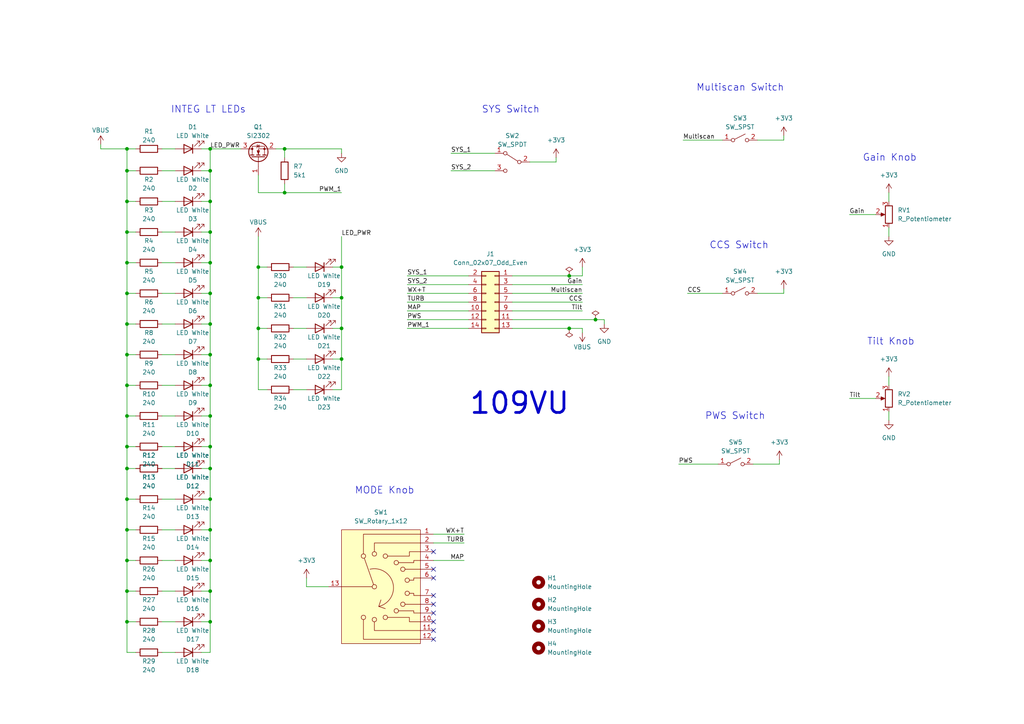
<source format=kicad_sch>
(kicad_sch
	(version 20231120)
	(generator "eeschema")
	(generator_version "8.0")
	(uuid "6febedca-6a53-46b7-8fb5-6d0e2569137f")
	(paper "A4")
	(title_block
		(title "109VU")
		(date "2024-01-18")
		(rev "0.1")
	)
	
	(junction
		(at 165.1 95.25)
		(diameter 0)
		(color 0 0 0 0)
		(uuid "02783ab0-f4d8-4869-be62-285dcf5ba22f")
	)
	(junction
		(at 74.93 104.14)
		(diameter 0)
		(color 0 0 0 0)
		(uuid "0bdeeeb4-7cde-4a50-9c51-391c0a997eee")
	)
	(junction
		(at 60.96 144.78)
		(diameter 0)
		(color 0 0 0 0)
		(uuid "20daa6d7-31e0-4779-a8c4-588313b25a15")
	)
	(junction
		(at 99.06 104.14)
		(diameter 0)
		(color 0 0 0 0)
		(uuid "263fb5ec-7d13-4f27-bbcf-c77a7481fc50")
	)
	(junction
		(at 60.96 153.67)
		(diameter 0)
		(color 0 0 0 0)
		(uuid "27cfd70b-4269-4e36-a0c4-7c559472f6b0")
	)
	(junction
		(at 60.96 102.87)
		(diameter 0)
		(color 0 0 0 0)
		(uuid "2e256f9c-39f7-4a96-ba65-157e0622dca7")
	)
	(junction
		(at 99.06 95.25)
		(diameter 0)
		(color 0 0 0 0)
		(uuid "314eab92-e89d-4cc2-9248-714a6f337026")
	)
	(junction
		(at 36.83 93.98)
		(diameter 0)
		(color 0 0 0 0)
		(uuid "35b0b3aa-298b-41cd-bd98-0b96391f939a")
	)
	(junction
		(at 60.96 180.34)
		(diameter 0)
		(color 0 0 0 0)
		(uuid "3b50b853-172a-44da-b79c-d3fdf6633e3f")
	)
	(junction
		(at 36.83 120.65)
		(diameter 0)
		(color 0 0 0 0)
		(uuid "410dc192-b7cd-4ead-824e-f660688dfb33")
	)
	(junction
		(at 60.96 129.54)
		(diameter 0)
		(color 0 0 0 0)
		(uuid "4ae0c189-9cc6-424c-ba75-84559c6b4538")
	)
	(junction
		(at 36.83 43.18)
		(diameter 0)
		(color 0 0 0 0)
		(uuid "4afe85ac-b331-4aaf-8c37-d2e926bae5e3")
	)
	(junction
		(at 99.06 77.47)
		(diameter 0)
		(color 0 0 0 0)
		(uuid "4c62fa2a-c0d2-4387-b3a8-874f4ace8162")
	)
	(junction
		(at 60.96 120.65)
		(diameter 0)
		(color 0 0 0 0)
		(uuid "4fcf4468-0d53-47e0-830e-19d6d6adb221")
	)
	(junction
		(at 36.83 135.89)
		(diameter 0)
		(color 0 0 0 0)
		(uuid "5d8fe608-f4f1-44ea-9c69-43f5cd068f76")
	)
	(junction
		(at 36.83 49.53)
		(diameter 0)
		(color 0 0 0 0)
		(uuid "61fdf480-dc21-47ba-aee3-13bc3bc37fa0")
	)
	(junction
		(at 60.96 49.53)
		(diameter 0)
		(color 0 0 0 0)
		(uuid "63dc3767-1a93-4d2f-bb24-c7fcfacd0c32")
	)
	(junction
		(at 36.83 58.42)
		(diameter 0)
		(color 0 0 0 0)
		(uuid "685e417a-9bd5-4f75-a498-98272805287c")
	)
	(junction
		(at 36.83 111.76)
		(diameter 0)
		(color 0 0 0 0)
		(uuid "73e59b29-c3d1-4f24-aa62-ba705a75a1e4")
	)
	(junction
		(at 36.83 85.09)
		(diameter 0)
		(color 0 0 0 0)
		(uuid "76b2f868-ffea-4fc8-91bd-291c833503f2")
	)
	(junction
		(at 36.83 153.67)
		(diameter 0)
		(color 0 0 0 0)
		(uuid "7bdffca0-cdff-4720-b348-2296c72fa063")
	)
	(junction
		(at 36.83 129.54)
		(diameter 0)
		(color 0 0 0 0)
		(uuid "7c0f8b98-aeae-4412-b28c-11ca9f98eb37")
	)
	(junction
		(at 60.96 111.76)
		(diameter 0)
		(color 0 0 0 0)
		(uuid "83c36a25-838f-48bc-a35e-92afac817d95")
	)
	(junction
		(at 74.93 77.47)
		(diameter 0)
		(color 0 0 0 0)
		(uuid "842563c2-2347-4c11-a204-79bff8612e5b")
	)
	(junction
		(at 36.83 162.56)
		(diameter 0)
		(color 0 0 0 0)
		(uuid "884889cd-52ab-4a3e-bad5-9fa27371a9b7")
	)
	(junction
		(at 36.83 144.78)
		(diameter 0)
		(color 0 0 0 0)
		(uuid "88d83aa9-80d6-4307-a55f-0209c0cc5d2f")
	)
	(junction
		(at 82.55 43.18)
		(diameter 0)
		(color 0 0 0 0)
		(uuid "8f469415-9157-4e9a-a8ae-2a5de8099fd0")
	)
	(junction
		(at 60.96 162.56)
		(diameter 0)
		(color 0 0 0 0)
		(uuid "917d58e5-161e-4108-805b-be3bdddf8d9f")
	)
	(junction
		(at 36.83 171.45)
		(diameter 0)
		(color 0 0 0 0)
		(uuid "96eeb1ff-3e7d-43d5-a6da-48002e4ca1a8")
	)
	(junction
		(at 60.96 58.42)
		(diameter 0)
		(color 0 0 0 0)
		(uuid "9c89046b-7bfb-4d5f-8d2d-f39676256e3c")
	)
	(junction
		(at 165.1 80.01)
		(diameter 0)
		(color 0 0 0 0)
		(uuid "9ccccf3f-a63f-4ea8-9192-38bfc7fde271")
	)
	(junction
		(at 172.72 92.71)
		(diameter 0)
		(color 0 0 0 0)
		(uuid "9e15f8fc-c24a-4282-ae32-e4b992051286")
	)
	(junction
		(at 60.96 135.89)
		(diameter 0)
		(color 0 0 0 0)
		(uuid "a9e1b9b8-d61b-4abf-9a23-581efbf6fdb9")
	)
	(junction
		(at 60.96 93.98)
		(diameter 0)
		(color 0 0 0 0)
		(uuid "aa4817c2-ceac-447e-baa4-6533aacd2515")
	)
	(junction
		(at 36.83 102.87)
		(diameter 0)
		(color 0 0 0 0)
		(uuid "acfb1696-5a94-45e6-925f-b0bc8bc648b7")
	)
	(junction
		(at 82.55 55.88)
		(diameter 0)
		(color 0 0 0 0)
		(uuid "b1838d49-8468-46e2-8ea9-3b29c308a04e")
	)
	(junction
		(at 60.96 171.45)
		(diameter 0)
		(color 0 0 0 0)
		(uuid "bbd1d40c-199c-48a6-bd0e-9fb05621e268")
	)
	(junction
		(at 60.96 76.2)
		(diameter 0)
		(color 0 0 0 0)
		(uuid "bf3f29da-34ec-4ada-a2f9-0a6a8226ce14")
	)
	(junction
		(at 36.83 180.34)
		(diameter 0)
		(color 0 0 0 0)
		(uuid "c09b2992-daae-49c7-a743-71a0d00a4863")
	)
	(junction
		(at 60.96 43.18)
		(diameter 0)
		(color 0 0 0 0)
		(uuid "d53422b2-9d66-4da6-9e6a-6d1252a0f6d0")
	)
	(junction
		(at 60.96 67.31)
		(diameter 0)
		(color 0 0 0 0)
		(uuid "d83935c3-1622-4001-90e0-d65942212000")
	)
	(junction
		(at 36.83 76.2)
		(diameter 0)
		(color 0 0 0 0)
		(uuid "dd8e48af-6ea0-4865-a077-2d1e14ef3dde")
	)
	(junction
		(at 74.93 95.25)
		(diameter 0)
		(color 0 0 0 0)
		(uuid "e213f5c4-6977-479f-87a3-f046c0701501")
	)
	(junction
		(at 99.06 86.36)
		(diameter 0)
		(color 0 0 0 0)
		(uuid "e5b74f62-e117-4138-8432-6e6e323f732e")
	)
	(junction
		(at 74.93 86.36)
		(diameter 0)
		(color 0 0 0 0)
		(uuid "f2d69d55-be28-44f4-a6b3-e1d748c525a8")
	)
	(junction
		(at 36.83 67.31)
		(diameter 0)
		(color 0 0 0 0)
		(uuid "f8756def-998e-46b6-9d96-366fa6821016")
	)
	(junction
		(at 60.96 85.09)
		(diameter 0)
		(color 0 0 0 0)
		(uuid "fa0b8cf8-52ff-426e-8612-50c06d69d148")
	)
	(no_connect
		(at 125.73 165.1)
		(uuid "090231da-10ef-4efa-9da3-abe66b3dd779")
	)
	(no_connect
		(at 125.73 167.64)
		(uuid "3f3dd680-53cf-4918-8993-29b2bbfed780")
	)
	(no_connect
		(at 125.73 172.72)
		(uuid "455a9592-c891-4a92-8488-c02e7a014e9b")
	)
	(no_connect
		(at 125.73 177.8)
		(uuid "5172034b-a035-44a5-a07a-0f4268129d32")
	)
	(no_connect
		(at 125.73 175.26)
		(uuid "640a15b3-b9ac-4532-9382-57398ce9fe08")
	)
	(no_connect
		(at 125.73 160.02)
		(uuid "663a0772-61ae-4a1b-9b3d-1b7d33521904")
	)
	(no_connect
		(at 125.73 182.88)
		(uuid "98ddf3ec-2942-4725-80d2-91994e31eada")
	)
	(no_connect
		(at 125.73 180.34)
		(uuid "c25f5a8f-87e7-41cf-ab86-19e109f3b22c")
	)
	(no_connect
		(at 125.73 185.42)
		(uuid "f306ff21-0ed1-4ed0-a954-94db52860c93")
	)
	(wire
		(pts
			(xy 39.37 129.54) (xy 36.83 129.54)
		)
		(stroke
			(width 0)
			(type default)
		)
		(uuid "0117428b-47ef-4a9f-8bfa-df2447956aab")
	)
	(wire
		(pts
			(xy 80.01 43.18) (xy 82.55 43.18)
		)
		(stroke
			(width 0)
			(type default)
		)
		(uuid "017f6eca-c667-48a8-b8c0-01f31f463423")
	)
	(wire
		(pts
			(xy 58.42 93.98) (xy 60.96 93.98)
		)
		(stroke
			(width 0)
			(type default)
		)
		(uuid "03e5f730-dc30-47de-b912-e4d9827bd867")
	)
	(wire
		(pts
			(xy 148.59 90.17) (xy 168.91 90.17)
		)
		(stroke
			(width 0)
			(type default)
		)
		(uuid "052c15ab-65a3-48f8-8507-448326fe70ad")
	)
	(wire
		(pts
			(xy 39.37 49.53) (xy 36.83 49.53)
		)
		(stroke
			(width 0)
			(type default)
		)
		(uuid "058fc70e-6590-4707-9cde-b33d3ac7981f")
	)
	(wire
		(pts
			(xy 46.99 93.98) (xy 50.8 93.98)
		)
		(stroke
			(width 0)
			(type default)
		)
		(uuid "062978a4-ee45-4be9-8836-7fc8ca42beaf")
	)
	(wire
		(pts
			(xy 36.83 153.67) (xy 39.37 153.67)
		)
		(stroke
			(width 0)
			(type default)
		)
		(uuid "071c6e45-d263-4900-91ec-2d3f13103a13")
	)
	(wire
		(pts
			(xy 36.83 144.78) (xy 39.37 144.78)
		)
		(stroke
			(width 0)
			(type default)
		)
		(uuid "0a403c2d-aa23-488e-b3b0-bf0551541a3d")
	)
	(wire
		(pts
			(xy 99.06 86.36) (xy 99.06 95.25)
		)
		(stroke
			(width 0)
			(type default)
		)
		(uuid "0b765b70-749e-4c01-b949-1cbf626537e7")
	)
	(wire
		(pts
			(xy 257.81 55.88) (xy 257.81 58.42)
		)
		(stroke
			(width 0)
			(type default)
		)
		(uuid "0dcd23bd-36f6-45ce-be51-1881b3fed5e4")
	)
	(wire
		(pts
			(xy 118.11 90.17) (xy 135.89 90.17)
		)
		(stroke
			(width 0)
			(type default)
		)
		(uuid "0e99b8dc-564b-40e5-8e65-929874a6aa15")
	)
	(wire
		(pts
			(xy 36.83 120.65) (xy 39.37 120.65)
		)
		(stroke
			(width 0)
			(type default)
		)
		(uuid "0ed53195-7af6-4832-973d-cc7e52dd1ffb")
	)
	(wire
		(pts
			(xy 74.93 55.88) (xy 82.55 55.88)
		)
		(stroke
			(width 0)
			(type default)
		)
		(uuid "0f499230-9079-4678-950f-4edf7675a648")
	)
	(wire
		(pts
			(xy 58.42 58.42) (xy 60.96 58.42)
		)
		(stroke
			(width 0)
			(type default)
		)
		(uuid "0ff48a6b-41a9-4268-a50f-ca15136d75e3")
	)
	(wire
		(pts
			(xy 58.42 189.23) (xy 60.96 189.23)
		)
		(stroke
			(width 0)
			(type default)
		)
		(uuid "10251a6e-fb82-44b8-b05b-2a6896f2aadb")
	)
	(wire
		(pts
			(xy 74.93 86.36) (xy 74.93 95.25)
		)
		(stroke
			(width 0)
			(type default)
		)
		(uuid "11adabc1-a5bf-45e3-afa7-e956055aac2b")
	)
	(wire
		(pts
			(xy 227.33 83.82) (xy 227.33 85.09)
		)
		(stroke
			(width 0)
			(type default)
		)
		(uuid "142ca971-e0e1-47c4-ad08-ba8238fe4845")
	)
	(wire
		(pts
			(xy 74.93 77.47) (xy 74.93 86.36)
		)
		(stroke
			(width 0)
			(type default)
		)
		(uuid "14f90e25-4409-4b7b-acd9-d2d1cfc0a124")
	)
	(wire
		(pts
			(xy 58.42 76.2) (xy 60.96 76.2)
		)
		(stroke
			(width 0)
			(type default)
		)
		(uuid "156fbdf0-a1d0-40bc-b86a-75f435192054")
	)
	(wire
		(pts
			(xy 82.55 55.88) (xy 99.06 55.88)
		)
		(stroke
			(width 0)
			(type default)
		)
		(uuid "158f5d1e-4e52-432f-a3e2-21a098827224")
	)
	(wire
		(pts
			(xy 58.42 85.09) (xy 60.96 85.09)
		)
		(stroke
			(width 0)
			(type default)
		)
		(uuid "16f0bd75-880d-4dac-af09-84d85b82861f")
	)
	(wire
		(pts
			(xy 60.96 102.87) (xy 60.96 111.76)
		)
		(stroke
			(width 0)
			(type default)
		)
		(uuid "17c6b3f9-c216-49f9-98d0-df10ef4dd8dd")
	)
	(wire
		(pts
			(xy 36.83 93.98) (xy 36.83 102.87)
		)
		(stroke
			(width 0)
			(type default)
		)
		(uuid "187ff7f5-583b-4e25-8541-8f7bcd0bc54e")
	)
	(wire
		(pts
			(xy 39.37 93.98) (xy 36.83 93.98)
		)
		(stroke
			(width 0)
			(type default)
		)
		(uuid "18910e48-959e-4531-a47f-0852a70b80b7")
	)
	(wire
		(pts
			(xy 36.83 76.2) (xy 39.37 76.2)
		)
		(stroke
			(width 0)
			(type default)
		)
		(uuid "19a4d36d-8c6e-4676-8a35-ca0f552d5140")
	)
	(wire
		(pts
			(xy 148.59 85.09) (xy 168.91 85.09)
		)
		(stroke
			(width 0)
			(type default)
		)
		(uuid "1a78d1d8-66ac-4464-b422-6ea90e314da9")
	)
	(wire
		(pts
			(xy 85.09 86.36) (xy 88.9 86.36)
		)
		(stroke
			(width 0)
			(type default)
		)
		(uuid "1c31d826-8361-4007-b013-02b7c04c532e")
	)
	(wire
		(pts
			(xy 219.71 40.64) (xy 227.33 40.64)
		)
		(stroke
			(width 0)
			(type default)
		)
		(uuid "1d103f18-b0d8-417b-b0d8-668f14feb599")
	)
	(wire
		(pts
			(xy 74.93 95.25) (xy 77.47 95.25)
		)
		(stroke
			(width 0)
			(type default)
		)
		(uuid "1f7ddf17-afa5-4dc5-af2e-2c5b1784446c")
	)
	(wire
		(pts
			(xy 85.09 77.47) (xy 88.9 77.47)
		)
		(stroke
			(width 0)
			(type default)
		)
		(uuid "1f9d0f73-e4a6-432e-b8b4-7ff97c7a15cd")
	)
	(wire
		(pts
			(xy 60.96 76.2) (xy 60.96 85.09)
		)
		(stroke
			(width 0)
			(type default)
		)
		(uuid "207fc376-c717-43a6-8b9c-271f8cf280e6")
	)
	(wire
		(pts
			(xy 85.09 95.25) (xy 88.9 95.25)
		)
		(stroke
			(width 0)
			(type default)
		)
		(uuid "214b0c83-30af-4ef1-a4d2-c92694ad58ea")
	)
	(wire
		(pts
			(xy 172.72 92.71) (xy 175.26 92.71)
		)
		(stroke
			(width 0)
			(type default)
		)
		(uuid "214eb4b2-2a95-4448-ab3c-45a09b78c24e")
	)
	(wire
		(pts
			(xy 46.99 162.56) (xy 50.8 162.56)
		)
		(stroke
			(width 0)
			(type default)
		)
		(uuid "22ffc940-1114-4c2a-8d2d-1fa02fb9e975")
	)
	(wire
		(pts
			(xy 88.9 167.64) (xy 88.9 170.18)
		)
		(stroke
			(width 0)
			(type default)
		)
		(uuid "23ab48b6-04c6-4186-a813-39d0a9e5fbca")
	)
	(wire
		(pts
			(xy 60.96 43.18) (xy 69.85 43.18)
		)
		(stroke
			(width 0)
			(type default)
		)
		(uuid "2452ccba-c9c9-4d87-8e88-6f4177990031")
	)
	(wire
		(pts
			(xy 118.11 82.55) (xy 135.89 82.55)
		)
		(stroke
			(width 0)
			(type default)
		)
		(uuid "248773cb-d93f-4391-bc21-c6ff5e062b6f")
	)
	(wire
		(pts
			(xy 226.06 133.35) (xy 226.06 134.62)
		)
		(stroke
			(width 0)
			(type default)
		)
		(uuid "24cb3eef-91df-4f0d-85fa-b9f46e0ea47f")
	)
	(wire
		(pts
			(xy 36.83 102.87) (xy 39.37 102.87)
		)
		(stroke
			(width 0)
			(type default)
		)
		(uuid "26d54001-2c3c-4e35-9fbe-97efc0432bb3")
	)
	(wire
		(pts
			(xy 118.11 92.71) (xy 135.89 92.71)
		)
		(stroke
			(width 0)
			(type default)
		)
		(uuid "2aa690d1-def6-47f0-8961-ac37bf2a318a")
	)
	(wire
		(pts
			(xy 257.81 119.38) (xy 257.81 121.92)
		)
		(stroke
			(width 0)
			(type default)
		)
		(uuid "2ccfcc08-afc6-4fd3-8b30-8f7b006066ee")
	)
	(wire
		(pts
			(xy 175.26 92.71) (xy 175.26 93.98)
		)
		(stroke
			(width 0)
			(type default)
		)
		(uuid "2dc4297b-6101-474b-945d-40c3cd191f18")
	)
	(wire
		(pts
			(xy 118.11 87.63) (xy 135.89 87.63)
		)
		(stroke
			(width 0)
			(type default)
		)
		(uuid "2e2a669c-ca04-4a5e-861b-a0932aca8da3")
	)
	(wire
		(pts
			(xy 36.83 180.34) (xy 39.37 180.34)
		)
		(stroke
			(width 0)
			(type default)
		)
		(uuid "2f5d9511-9ebf-4f09-a8e5-8b930e6e6c39")
	)
	(wire
		(pts
			(xy 96.52 77.47) (xy 99.06 77.47)
		)
		(stroke
			(width 0)
			(type default)
		)
		(uuid "308ed48d-f3cf-4f0c-88e9-3a1b0a594df1")
	)
	(wire
		(pts
			(xy 58.42 153.67) (xy 60.96 153.67)
		)
		(stroke
			(width 0)
			(type default)
		)
		(uuid "3262d8f9-1452-424b-9450-da920bc89398")
	)
	(wire
		(pts
			(xy 46.99 120.65) (xy 50.8 120.65)
		)
		(stroke
			(width 0)
			(type default)
		)
		(uuid "3420b411-3bb3-4bdd-9949-60664727e606")
	)
	(wire
		(pts
			(xy 58.42 102.87) (xy 60.96 102.87)
		)
		(stroke
			(width 0)
			(type default)
		)
		(uuid "34591c1a-5707-448f-b808-6fe8ff42c3c6")
	)
	(wire
		(pts
			(xy 46.99 58.42) (xy 50.8 58.42)
		)
		(stroke
			(width 0)
			(type default)
		)
		(uuid "34e6d26e-ade0-4f0a-bdd5-e2b628c888e6")
	)
	(wire
		(pts
			(xy 198.12 40.64) (xy 209.55 40.64)
		)
		(stroke
			(width 0)
			(type default)
		)
		(uuid "369686c7-dcc8-426c-af2a-ab0363a27f67")
	)
	(wire
		(pts
			(xy 82.55 43.18) (xy 82.55 45.72)
		)
		(stroke
			(width 0)
			(type default)
		)
		(uuid "397e85b0-8575-40b8-a086-da89e5a8af69")
	)
	(wire
		(pts
			(xy 60.96 43.18) (xy 60.96 49.53)
		)
		(stroke
			(width 0)
			(type default)
		)
		(uuid "3a3fe2c5-b8d2-4c6c-aa65-326592383065")
	)
	(wire
		(pts
			(xy 74.93 104.14) (xy 74.93 113.03)
		)
		(stroke
			(width 0)
			(type default)
		)
		(uuid "3c99295f-9a26-4cd7-9ccc-5bd0f50cd6fd")
	)
	(wire
		(pts
			(xy 96.52 86.36) (xy 99.06 86.36)
		)
		(stroke
			(width 0)
			(type default)
		)
		(uuid "3d85531f-89c1-4c80-b731-3afa35d0478d")
	)
	(wire
		(pts
			(xy 36.83 120.65) (xy 36.83 129.54)
		)
		(stroke
			(width 0)
			(type default)
		)
		(uuid "414ed352-63da-472a-bdd7-ae554f32a7bf")
	)
	(wire
		(pts
			(xy 125.73 154.94) (xy 134.62 154.94)
		)
		(stroke
			(width 0)
			(type default)
		)
		(uuid "41a7bab6-bb96-42a0-b1dd-b2f1ef6dcfe9")
	)
	(wire
		(pts
			(xy 58.42 135.89) (xy 60.96 135.89)
		)
		(stroke
			(width 0)
			(type default)
		)
		(uuid "41fa4460-5c41-4167-be02-a26ebcdaa2a3")
	)
	(wire
		(pts
			(xy 36.83 49.53) (xy 36.83 43.18)
		)
		(stroke
			(width 0)
			(type default)
		)
		(uuid "4351b5a4-2b94-47a9-93c6-047465226fe1")
	)
	(wire
		(pts
			(xy 60.96 93.98) (xy 60.96 102.87)
		)
		(stroke
			(width 0)
			(type default)
		)
		(uuid "44904938-c240-43fb-a17a-db4672737410")
	)
	(wire
		(pts
			(xy 46.99 135.89) (xy 50.8 135.89)
		)
		(stroke
			(width 0)
			(type default)
		)
		(uuid "489ecbde-5d27-4627-bd61-ae369a8c2e0f")
	)
	(wire
		(pts
			(xy 148.59 82.55) (xy 168.91 82.55)
		)
		(stroke
			(width 0)
			(type default)
		)
		(uuid "4a4af72d-927d-476e-8644-aad6bcc90e30")
	)
	(wire
		(pts
			(xy 39.37 135.89) (xy 36.83 135.89)
		)
		(stroke
			(width 0)
			(type default)
		)
		(uuid "4af98e1b-01df-4fd9-b849-68796bd9a5de")
	)
	(wire
		(pts
			(xy 118.11 80.01) (xy 135.89 80.01)
		)
		(stroke
			(width 0)
			(type default)
		)
		(uuid "4b455ef1-7000-474c-81a3-86e9980640e0")
	)
	(wire
		(pts
			(xy 60.96 49.53) (xy 60.96 58.42)
		)
		(stroke
			(width 0)
			(type default)
		)
		(uuid "4bfdd2f7-0c55-40c9-891a-c2cd1535adc2")
	)
	(wire
		(pts
			(xy 99.06 104.14) (xy 99.06 113.03)
		)
		(stroke
			(width 0)
			(type default)
		)
		(uuid "4c7d0bfa-790b-47b5-96c7-f517fedda037")
	)
	(wire
		(pts
			(xy 60.96 129.54) (xy 60.96 135.89)
		)
		(stroke
			(width 0)
			(type default)
		)
		(uuid "53075266-d856-4d04-82cd-75b19f775022")
	)
	(wire
		(pts
			(xy 58.42 129.54) (xy 60.96 129.54)
		)
		(stroke
			(width 0)
			(type default)
		)
		(uuid "5308ef34-7606-42d3-92cf-b3c6a63e6341")
	)
	(wire
		(pts
			(xy 46.99 76.2) (xy 50.8 76.2)
		)
		(stroke
			(width 0)
			(type default)
		)
		(uuid "567ce741-efb8-4560-850b-940223cad2bc")
	)
	(wire
		(pts
			(xy 58.42 144.78) (xy 60.96 144.78)
		)
		(stroke
			(width 0)
			(type default)
		)
		(uuid "570f3b71-efc4-459c-9736-7b747aab7919")
	)
	(wire
		(pts
			(xy 36.83 180.34) (xy 36.83 189.23)
		)
		(stroke
			(width 0)
			(type default)
		)
		(uuid "57abf7b7-7631-4c2d-8247-24ac5443445e")
	)
	(wire
		(pts
			(xy 58.42 162.56) (xy 60.96 162.56)
		)
		(stroke
			(width 0)
			(type default)
		)
		(uuid "59621856-25b3-41d7-964f-058332bd4fa5")
	)
	(wire
		(pts
			(xy 36.83 58.42) (xy 39.37 58.42)
		)
		(stroke
			(width 0)
			(type default)
		)
		(uuid "5ea3e480-8b4f-4aeb-88f3-5651f516bd91")
	)
	(wire
		(pts
			(xy 58.42 180.34) (xy 60.96 180.34)
		)
		(stroke
			(width 0)
			(type default)
		)
		(uuid "61ea65bb-f11a-44f8-b45a-761d1d79800d")
	)
	(wire
		(pts
			(xy 36.83 162.56) (xy 39.37 162.56)
		)
		(stroke
			(width 0)
			(type default)
		)
		(uuid "61f388f7-9656-4049-bda5-869139521823")
	)
	(wire
		(pts
			(xy 77.47 104.14) (xy 74.93 104.14)
		)
		(stroke
			(width 0)
			(type default)
		)
		(uuid "62caa7c7-0722-4fc1-90c0-368334d1dc9b")
	)
	(wire
		(pts
			(xy 36.83 102.87) (xy 36.83 111.76)
		)
		(stroke
			(width 0)
			(type default)
		)
		(uuid "633c4ea1-bd8e-4ef4-9833-bdd138b554d8")
	)
	(wire
		(pts
			(xy 60.96 58.42) (xy 60.96 67.31)
		)
		(stroke
			(width 0)
			(type default)
		)
		(uuid "643c6ea6-8e96-4e26-baf5-dc172ef2bcf9")
	)
	(wire
		(pts
			(xy 165.1 95.25) (xy 168.91 95.25)
		)
		(stroke
			(width 0)
			(type default)
		)
		(uuid "66f674c2-6e24-49c8-8599-d9212b35b0cd")
	)
	(wire
		(pts
			(xy 227.33 39.37) (xy 227.33 40.64)
		)
		(stroke
			(width 0)
			(type default)
		)
		(uuid "6b86c351-0aab-4e8e-b011-5e5db5b2020e")
	)
	(wire
		(pts
			(xy 46.99 67.31) (xy 50.8 67.31)
		)
		(stroke
			(width 0)
			(type default)
		)
		(uuid "6da8111f-9081-4f6d-b112-1768672e0c32")
	)
	(wire
		(pts
			(xy 46.99 111.76) (xy 50.8 111.76)
		)
		(stroke
			(width 0)
			(type default)
		)
		(uuid "6e4a485c-a9d5-4082-94b3-184ca1443772")
	)
	(wire
		(pts
			(xy 168.91 96.52) (xy 168.91 95.25)
		)
		(stroke
			(width 0)
			(type default)
		)
		(uuid "6f309699-d630-416e-b3b8-5728aca73838")
	)
	(wire
		(pts
			(xy 74.93 77.47) (xy 77.47 77.47)
		)
		(stroke
			(width 0)
			(type default)
		)
		(uuid "6f71f4a2-49fc-4f9a-9886-5e220ce8f835")
	)
	(wire
		(pts
			(xy 130.81 49.53) (xy 143.51 49.53)
		)
		(stroke
			(width 0)
			(type default)
		)
		(uuid "71cff93b-851f-46f2-8bf1-a3f4c9715896")
	)
	(wire
		(pts
			(xy 218.44 134.62) (xy 226.06 134.62)
		)
		(stroke
			(width 0)
			(type default)
		)
		(uuid "72e3d517-dcff-478b-9e16-51dc1ec827f7")
	)
	(wire
		(pts
			(xy 74.93 95.25) (xy 74.93 104.14)
		)
		(stroke
			(width 0)
			(type default)
		)
		(uuid "7628ed63-b526-46cc-ae29-4328d3e07a00")
	)
	(wire
		(pts
			(xy 46.99 171.45) (xy 50.8 171.45)
		)
		(stroke
			(width 0)
			(type default)
		)
		(uuid "764d7b76-bc56-403e-83a0-423426bc60f1")
	)
	(wire
		(pts
			(xy 85.09 104.14) (xy 88.9 104.14)
		)
		(stroke
			(width 0)
			(type default)
		)
		(uuid "7847f0fe-413a-4767-8fe7-0823bb2df0a8")
	)
	(wire
		(pts
			(xy 36.83 76.2) (xy 36.83 85.09)
		)
		(stroke
			(width 0)
			(type default)
		)
		(uuid "7ae1e20d-24fc-41c4-b278-19db4e40a663")
	)
	(wire
		(pts
			(xy 29.21 43.18) (xy 29.21 41.91)
		)
		(stroke
			(width 0)
			(type default)
		)
		(uuid "800b4c68-5fbe-4867-b07d-20d4d03cac9e")
	)
	(wire
		(pts
			(xy 77.47 86.36) (xy 74.93 86.36)
		)
		(stroke
			(width 0)
			(type default)
		)
		(uuid "80400b95-7f7d-40da-8adc-30a24baf9fc6")
	)
	(wire
		(pts
			(xy 60.96 85.09) (xy 60.96 93.98)
		)
		(stroke
			(width 0)
			(type default)
		)
		(uuid "82d402dd-b1f5-4394-8350-238e6f37ce0f")
	)
	(wire
		(pts
			(xy 74.93 113.03) (xy 77.47 113.03)
		)
		(stroke
			(width 0)
			(type default)
		)
		(uuid "833dd3a5-e691-4577-ab39-62c8382c4cd2")
	)
	(wire
		(pts
			(xy 36.83 58.42) (xy 36.83 67.31)
		)
		(stroke
			(width 0)
			(type default)
		)
		(uuid "83aa90dc-89b0-4b77-a7f3-c64ccaaa71e8")
	)
	(wire
		(pts
			(xy 130.81 44.45) (xy 143.51 44.45)
		)
		(stroke
			(width 0)
			(type default)
		)
		(uuid "84251f5c-69e3-43d3-9759-6b549ceaa97d")
	)
	(wire
		(pts
			(xy 46.99 102.87) (xy 50.8 102.87)
		)
		(stroke
			(width 0)
			(type default)
		)
		(uuid "8906fb84-2813-4080-9c4f-ef914618f7bb")
	)
	(wire
		(pts
			(xy 165.1 80.01) (xy 168.91 80.01)
		)
		(stroke
			(width 0)
			(type default)
		)
		(uuid "8bc600db-f285-477f-91b8-ccccbf925ba3")
	)
	(wire
		(pts
			(xy 74.93 68.58) (xy 74.93 77.47)
		)
		(stroke
			(width 0)
			(type default)
		)
		(uuid "8c1b02d4-96e1-444f-8955-adee2a98d864")
	)
	(wire
		(pts
			(xy 60.96 171.45) (xy 60.96 180.34)
		)
		(stroke
			(width 0)
			(type default)
		)
		(uuid "8c98359c-3b8f-4aad-9d32-b06354734d90")
	)
	(wire
		(pts
			(xy 125.73 162.56) (xy 134.62 162.56)
		)
		(stroke
			(width 0)
			(type default)
		)
		(uuid "9054ccd3-5f2e-4e3e-a748-d8f42a350d9a")
	)
	(wire
		(pts
			(xy 46.99 85.09) (xy 50.8 85.09)
		)
		(stroke
			(width 0)
			(type default)
		)
		(uuid "921d7be1-860c-4904-8f7e-3b486ffa4aed")
	)
	(wire
		(pts
			(xy 36.83 135.89) (xy 36.83 129.54)
		)
		(stroke
			(width 0)
			(type default)
		)
		(uuid "92b311bc-07cc-42a5-b25b-a074800aef9a")
	)
	(wire
		(pts
			(xy 60.96 153.67) (xy 60.96 162.56)
		)
		(stroke
			(width 0)
			(type default)
		)
		(uuid "92fb83a1-4e4a-458a-9d68-c1a218a3e793")
	)
	(wire
		(pts
			(xy 246.38 115.57) (xy 254 115.57)
		)
		(stroke
			(width 0)
			(type default)
		)
		(uuid "93fd3939-b5d9-47e4-bfb6-ba5971c4598f")
	)
	(wire
		(pts
			(xy 246.38 62.23) (xy 254 62.23)
		)
		(stroke
			(width 0)
			(type default)
		)
		(uuid "9627545c-5758-440b-86ba-8506c2f86cac")
	)
	(wire
		(pts
			(xy 60.96 67.31) (xy 60.96 76.2)
		)
		(stroke
			(width 0)
			(type default)
		)
		(uuid "96f05730-9632-426c-8897-1a9bfcc558f6")
	)
	(wire
		(pts
			(xy 39.37 171.45) (xy 36.83 171.45)
		)
		(stroke
			(width 0)
			(type default)
		)
		(uuid "9765eba8-43fc-40c7-be6e-d378e20207ec")
	)
	(wire
		(pts
			(xy 36.83 162.56) (xy 36.83 171.45)
		)
		(stroke
			(width 0)
			(type default)
		)
		(uuid "9843b7f7-148e-4b28-966c-457643cba923")
	)
	(wire
		(pts
			(xy 46.99 43.18) (xy 50.8 43.18)
		)
		(stroke
			(width 0)
			(type default)
		)
		(uuid "997ddb81-eac1-4775-9a02-20b9a75fe423")
	)
	(wire
		(pts
			(xy 148.59 95.25) (xy 165.1 95.25)
		)
		(stroke
			(width 0)
			(type default)
		)
		(uuid "9e607c18-f31e-41a1-8f1f-439244e8c125")
	)
	(wire
		(pts
			(xy 58.42 111.76) (xy 60.96 111.76)
		)
		(stroke
			(width 0)
			(type default)
		)
		(uuid "a0599a65-4537-4a06-b5f7-69879132c0b6")
	)
	(wire
		(pts
			(xy 99.06 95.25) (xy 99.06 104.14)
		)
		(stroke
			(width 0)
			(type default)
		)
		(uuid "a0862aeb-4f8b-448c-8d63-323e9534976a")
	)
	(wire
		(pts
			(xy 168.91 77.47) (xy 168.91 80.01)
		)
		(stroke
			(width 0)
			(type default)
		)
		(uuid "a2045029-a78f-403d-a54a-a54806bc437b")
	)
	(wire
		(pts
			(xy 88.9 170.18) (xy 95.25 170.18)
		)
		(stroke
			(width 0)
			(type default)
		)
		(uuid "a3fdffe2-ca57-4a24-9472-193e99d9f2eb")
	)
	(wire
		(pts
			(xy 74.93 50.8) (xy 74.93 55.88)
		)
		(stroke
			(width 0)
			(type default)
		)
		(uuid "a667afd9-8d5a-4b95-81f3-9fc8e35e89c6")
	)
	(wire
		(pts
			(xy 85.09 113.03) (xy 88.9 113.03)
		)
		(stroke
			(width 0)
			(type default)
		)
		(uuid "a7e5e3d3-656a-4d66-9f65-ea45a6219ada")
	)
	(wire
		(pts
			(xy 148.59 80.01) (xy 165.1 80.01)
		)
		(stroke
			(width 0)
			(type default)
		)
		(uuid "ab0b8ef7-7a5d-45a9-b661-843644c51b1e")
	)
	(wire
		(pts
			(xy 46.99 49.53) (xy 50.8 49.53)
		)
		(stroke
			(width 0)
			(type default)
		)
		(uuid "ad1788ad-6261-4328-ada1-62fcb2e9d910")
	)
	(wire
		(pts
			(xy 148.59 92.71) (xy 172.72 92.71)
		)
		(stroke
			(width 0)
			(type default)
		)
		(uuid "ad27e3a4-d5c6-4b71-b900-adfb8f441662")
	)
	(wire
		(pts
			(xy 58.42 171.45) (xy 60.96 171.45)
		)
		(stroke
			(width 0)
			(type default)
		)
		(uuid "ad957ce3-29ef-40d0-8183-a08d0fa11c0d")
	)
	(wire
		(pts
			(xy 36.83 144.78) (xy 36.83 153.67)
		)
		(stroke
			(width 0)
			(type default)
		)
		(uuid "b1094f4d-34de-4a1f-bdfb-1bfcf8580fba")
	)
	(wire
		(pts
			(xy 46.99 144.78) (xy 50.8 144.78)
		)
		(stroke
			(width 0)
			(type default)
		)
		(uuid "b2f9fbc2-b761-4be1-af6a-57641c6b6e78")
	)
	(wire
		(pts
			(xy 60.96 135.89) (xy 60.96 144.78)
		)
		(stroke
			(width 0)
			(type default)
		)
		(uuid "b3b80b08-f4ab-4900-a36d-0c2ef57cd90c")
	)
	(wire
		(pts
			(xy 125.73 157.48) (xy 134.62 157.48)
		)
		(stroke
			(width 0)
			(type default)
		)
		(uuid "b40a1736-3571-4ce5-8858-42e9802576d2")
	)
	(wire
		(pts
			(xy 58.42 49.53) (xy 60.96 49.53)
		)
		(stroke
			(width 0)
			(type default)
		)
		(uuid "b49e5abd-562f-40c1-b197-94e07f7a0603")
	)
	(wire
		(pts
			(xy 36.83 153.67) (xy 36.83 162.56)
		)
		(stroke
			(width 0)
			(type default)
		)
		(uuid "b5c01a73-f2a1-49c5-9f43-be4de8fbb8da")
	)
	(wire
		(pts
			(xy 60.96 144.78) (xy 60.96 153.67)
		)
		(stroke
			(width 0)
			(type default)
		)
		(uuid "b6a8c04b-c161-4316-83a7-71e839a2f2c2")
	)
	(wire
		(pts
			(xy 96.52 113.03) (xy 99.06 113.03)
		)
		(stroke
			(width 0)
			(type default)
		)
		(uuid "bb128bd6-8c2d-4e99-99be-6fff26d12dd9")
	)
	(wire
		(pts
			(xy 36.83 111.76) (xy 36.83 120.65)
		)
		(stroke
			(width 0)
			(type default)
		)
		(uuid "bc332a8e-89d6-4769-b11a-6244f56237ec")
	)
	(wire
		(pts
			(xy 161.29 45.72) (xy 161.29 46.99)
		)
		(stroke
			(width 0)
			(type default)
		)
		(uuid "beddaa80-e0c8-46eb-b9dd-c6b007e05e3c")
	)
	(wire
		(pts
			(xy 58.42 67.31) (xy 60.96 67.31)
		)
		(stroke
			(width 0)
			(type default)
		)
		(uuid "bf2b381b-03b2-4bc9-9963-f0f888244690")
	)
	(wire
		(pts
			(xy 46.99 153.67) (xy 50.8 153.67)
		)
		(stroke
			(width 0)
			(type default)
		)
		(uuid "c2f93ffd-dd4c-48e7-b7fe-c0563561cb4f")
	)
	(wire
		(pts
			(xy 60.96 162.56) (xy 60.96 171.45)
		)
		(stroke
			(width 0)
			(type default)
		)
		(uuid "c34b8d1b-42fd-4c2b-a39c-955bcda7ef05")
	)
	(wire
		(pts
			(xy 46.99 129.54) (xy 50.8 129.54)
		)
		(stroke
			(width 0)
			(type default)
		)
		(uuid "c659dbd5-d78d-4174-8801-19c13084c875")
	)
	(wire
		(pts
			(xy 196.85 134.62) (xy 208.28 134.62)
		)
		(stroke
			(width 0)
			(type default)
		)
		(uuid "c670cec6-ee15-484b-a775-0447e85ab2ab")
	)
	(wire
		(pts
			(xy 60.96 180.34) (xy 60.96 189.23)
		)
		(stroke
			(width 0)
			(type default)
		)
		(uuid "c6a8cfd3-a23d-4631-8a2d-9aca93d83f74")
	)
	(wire
		(pts
			(xy 148.59 87.63) (xy 168.91 87.63)
		)
		(stroke
			(width 0)
			(type default)
		)
		(uuid "c9d1dbe4-ac5e-4b06-ac9c-423e47de7192")
	)
	(wire
		(pts
			(xy 39.37 189.23) (xy 36.83 189.23)
		)
		(stroke
			(width 0)
			(type default)
		)
		(uuid "c9e5bd20-c99a-4e73-9de2-2b65f430b2be")
	)
	(wire
		(pts
			(xy 257.81 109.22) (xy 257.81 111.76)
		)
		(stroke
			(width 0)
			(type default)
		)
		(uuid "cd6dab49-a284-4fc6-ac4c-c05f0d449fa3")
	)
	(wire
		(pts
			(xy 82.55 53.34) (xy 82.55 55.88)
		)
		(stroke
			(width 0)
			(type default)
		)
		(uuid "ce52f595-148b-4706-b733-c026f292e47e")
	)
	(wire
		(pts
			(xy 36.83 171.45) (xy 36.83 180.34)
		)
		(stroke
			(width 0)
			(type default)
		)
		(uuid "d0a2f4d5-aedc-4488-80d9-50802029b7b1")
	)
	(wire
		(pts
			(xy 39.37 85.09) (xy 36.83 85.09)
		)
		(stroke
			(width 0)
			(type default)
		)
		(uuid "d21547a8-2a78-4f14-91fa-54cd1c43e293")
	)
	(wire
		(pts
			(xy 199.39 85.09) (xy 209.55 85.09)
		)
		(stroke
			(width 0)
			(type default)
		)
		(uuid "d253d58f-b615-445d-862a-d2b772dabbad")
	)
	(wire
		(pts
			(xy 46.99 189.23) (xy 50.8 189.23)
		)
		(stroke
			(width 0)
			(type default)
		)
		(uuid "d3059421-7b8d-4b20-bb95-11a842839b13")
	)
	(wire
		(pts
			(xy 36.83 67.31) (xy 39.37 67.31)
		)
		(stroke
			(width 0)
			(type default)
		)
		(uuid "d40e4a08-8286-4e8e-998d-1610cf281de1")
	)
	(wire
		(pts
			(xy 99.06 77.47) (xy 99.06 86.36)
		)
		(stroke
			(width 0)
			(type default)
		)
		(uuid "d6ad4123-f9c6-4e7c-a760-d76bfb8e27d0")
	)
	(wire
		(pts
			(xy 99.06 43.18) (xy 82.55 43.18)
		)
		(stroke
			(width 0)
			(type default)
		)
		(uuid "e04657b1-0648-4145-a996-4c1ae190cf65")
	)
	(wire
		(pts
			(xy 60.96 111.76) (xy 60.96 120.65)
		)
		(stroke
			(width 0)
			(type default)
		)
		(uuid "e0e575a8-c37c-4188-8dae-b3983d7619a8")
	)
	(wire
		(pts
			(xy 118.11 95.25) (xy 135.89 95.25)
		)
		(stroke
			(width 0)
			(type default)
		)
		(uuid "e3af65ff-5bda-42ee-9c66-2a65a40a411f")
	)
	(wire
		(pts
			(xy 58.42 43.18) (xy 60.96 43.18)
		)
		(stroke
			(width 0)
			(type default)
		)
		(uuid "e4bcfb41-cb10-4541-a6ee-9e9a4f170288")
	)
	(wire
		(pts
			(xy 219.71 85.09) (xy 227.33 85.09)
		)
		(stroke
			(width 0)
			(type default)
		)
		(uuid "e6ba1126-ebd2-412d-ad26-ba73db42b918")
	)
	(wire
		(pts
			(xy 36.83 93.98) (xy 36.83 85.09)
		)
		(stroke
			(width 0)
			(type default)
		)
		(uuid "e8817be8-30c6-401a-96da-f5d281fcdd25")
	)
	(wire
		(pts
			(xy 118.11 85.09) (xy 135.89 85.09)
		)
		(stroke
			(width 0)
			(type default)
		)
		(uuid "e8a95540-d234-4322-a20d-48403e5d0fa6")
	)
	(wire
		(pts
			(xy 153.67 46.99) (xy 161.29 46.99)
		)
		(stroke
			(width 0)
			(type default)
		)
		(uuid "eabbc247-1833-42c8-b191-f6c51fb8f770")
	)
	(wire
		(pts
			(xy 46.99 180.34) (xy 50.8 180.34)
		)
		(stroke
			(width 0)
			(type default)
		)
		(uuid "eaf3943f-eba5-4e2b-96af-d3db4dc81303")
	)
	(wire
		(pts
			(xy 60.96 120.65) (xy 60.96 129.54)
		)
		(stroke
			(width 0)
			(type default)
		)
		(uuid "f252cdb7-0b46-42cc-b4b9-3ebb780f23d7")
	)
	(wire
		(pts
			(xy 96.52 95.25) (xy 99.06 95.25)
		)
		(stroke
			(width 0)
			(type default)
		)
		(uuid "f28bcb91-7de9-4dfd-b704-b50675a38df6")
	)
	(wire
		(pts
			(xy 99.06 68.58) (xy 99.06 77.47)
		)
		(stroke
			(width 0)
			(type default)
		)
		(uuid "f34df6a6-153e-4c4a-89e3-f4ae3d526b1f")
	)
	(wire
		(pts
			(xy 29.21 43.18) (xy 36.83 43.18)
		)
		(stroke
			(width 0)
			(type default)
		)
		(uuid "f4645e7d-8730-412a-8f44-374dc95e5b32")
	)
	(wire
		(pts
			(xy 58.42 120.65) (xy 60.96 120.65)
		)
		(stroke
			(width 0)
			(type default)
		)
		(uuid "f70d6b89-8b64-4e57-8510-23741bb7b0b7")
	)
	(wire
		(pts
			(xy 36.83 111.76) (xy 39.37 111.76)
		)
		(stroke
			(width 0)
			(type default)
		)
		(uuid "f78775ee-0dd8-4237-8fc2-e71271f00a6d")
	)
	(wire
		(pts
			(xy 99.06 44.45) (xy 99.06 43.18)
		)
		(stroke
			(width 0)
			(type default)
		)
		(uuid "f9349fa0-b9b8-47e2-994d-a77bca008d28")
	)
	(wire
		(pts
			(xy 36.83 135.89) (xy 36.83 144.78)
		)
		(stroke
			(width 0)
			(type default)
		)
		(uuid "f9c1d8d4-2f9e-451c-bc08-4e02233bee03")
	)
	(wire
		(pts
			(xy 257.81 66.04) (xy 257.81 68.58)
		)
		(stroke
			(width 0)
			(type default)
		)
		(uuid "fb283268-ac7d-48fb-8fd1-6311d4e2f502")
	)
	(wire
		(pts
			(xy 36.83 43.18) (xy 39.37 43.18)
		)
		(stroke
			(width 0)
			(type default)
		)
		(uuid "fb69e2d9-8f50-401f-ac08-fe6d754e1e7b")
	)
	(wire
		(pts
			(xy 36.83 49.53) (xy 36.83 58.42)
		)
		(stroke
			(width 0)
			(type default)
		)
		(uuid "fbfb09b0-1b80-44d6-9e95-3679183e981b")
	)
	(wire
		(pts
			(xy 96.52 104.14) (xy 99.06 104.14)
		)
		(stroke
			(width 0)
			(type default)
		)
		(uuid "fe9bf60e-4506-46aa-b068-31570b6f6133")
	)
	(wire
		(pts
			(xy 36.83 67.31) (xy 36.83 76.2)
		)
		(stroke
			(width 0)
			(type default)
		)
		(uuid "fee435c1-cb8e-472b-b3b7-d49c564d72c1")
	)
	(text "Multiscan Switch"
		(exclude_from_sim no)
		(at 201.93 26.67 0)
		(effects
			(font
				(size 2 2)
			)
			(justify left bottom)
		)
		(uuid "31489458-4ebd-4ef2-bf82-4c1a844fe55d")
	)
	(text "Gain Knob"
		(exclude_from_sim no)
		(at 250.19 46.99 0)
		(effects
			(font
				(size 2 2)
			)
			(justify left bottom)
		)
		(uuid "3aa4680c-3ca2-478c-9635-5212838fe219")
	)
	(text "MODE Knob"
		(exclude_from_sim no)
		(at 102.87 143.51 0)
		(effects
			(font
				(size 2 2)
			)
			(justify left bottom)
		)
		(uuid "4c075d0e-5cc4-4712-a658-74cd901b0115")
	)
	(text "INTEG LT LEDs"
		(exclude_from_sim no)
		(at 49.53 33.02 0)
		(effects
			(font
				(size 2 2)
			)
			(justify left bottom)
		)
		(uuid "88cd849c-2601-4f28-b49a-b079876c5c89")
	)
	(text "SYS Switch"
		(exclude_from_sim no)
		(at 139.7 33.02 0)
		(effects
			(font
				(size 2 2)
			)
			(justify left bottom)
		)
		(uuid "8ad201f0-ee2f-4af4-a159-baf7acd1a466")
	)
	(text "PWS Switch"
		(exclude_from_sim no)
		(at 204.47 121.92 0)
		(effects
			(font
				(size 2 2)
			)
			(justify left bottom)
		)
		(uuid "9d4010d5-7fbd-4503-8c0b-e3cd0ab6d5b5")
	)
	(text "109VU"
		(exclude_from_sim no)
		(at 135.89 120.65 0)
		(effects
			(font
				(size 6 6)
				(thickness 0.8)
				(bold yes)
			)
			(justify left bottom)
		)
		(uuid "e4a6d1a8-71d0-4b4a-8e95-80508876cb3f")
	)
	(text "Tilt Knob"
		(exclude_from_sim no)
		(at 251.46 100.33 0)
		(effects
			(font
				(size 2 2)
			)
			(justify left bottom)
		)
		(uuid "e4cd1b65-1644-4e1d-a990-fcd2c662c78d")
	)
	(text "CCS Switch"
		(exclude_from_sim no)
		(at 205.74 72.39 0)
		(effects
			(font
				(size 2 2)
			)
			(justify left bottom)
		)
		(uuid "fbbfee26-1d1d-4643-97a0-870c89b026c7")
	)
	(label "WX+T"
		(at 134.62 154.94 180)
		(fields_autoplaced yes)
		(effects
			(font
				(size 1.27 1.27)
			)
			(justify right bottom)
		)
		(uuid "014974b3-d067-43b3-9d09-1d0dce6e1d9a")
	)
	(label "SYS_1"
		(at 118.11 80.01 0)
		(fields_autoplaced yes)
		(effects
			(font
				(size 1.27 1.27)
			)
			(justify left bottom)
		)
		(uuid "02cf70ac-4176-40c5-93be-bb57faf30cbd")
	)
	(label "Multiscan"
		(at 168.91 85.09 180)
		(fields_autoplaced yes)
		(effects
			(font
				(size 1.27 1.27)
			)
			(justify right bottom)
		)
		(uuid "0a236be3-72f6-4200-8db2-6d5ff76296b0")
	)
	(label "Tilt"
		(at 168.91 90.17 180)
		(fields_autoplaced yes)
		(effects
			(font
				(size 1.27 1.27)
			)
			(justify right bottom)
		)
		(uuid "189b66fa-282c-4ace-b893-427bd3406c6c")
	)
	(label "TURB"
		(at 118.11 87.63 0)
		(fields_autoplaced yes)
		(effects
			(font
				(size 1.27 1.27)
			)
			(justify left bottom)
		)
		(uuid "257ced5a-1139-4738-967e-4c20635e63f9")
	)
	(label "CCS"
		(at 199.39 85.09 0)
		(fields_autoplaced yes)
		(effects
			(font
				(size 1.27 1.27)
			)
			(justify left bottom)
		)
		(uuid "3c4ac405-4eae-4b06-96f3-943e9fe5d80f")
	)
	(label "PWS"
		(at 118.11 92.71 0)
		(fields_autoplaced yes)
		(effects
			(font
				(size 1.27 1.27)
			)
			(justify left bottom)
		)
		(uuid "4c273309-d220-415a-a789-6f6ddb079246")
	)
	(label "Tilt"
		(at 246.38 115.57 0)
		(fields_autoplaced yes)
		(effects
			(font
				(size 1.27 1.27)
			)
			(justify left bottom)
		)
		(uuid "51515f56-f0ac-4ec3-a045-67742816f954")
	)
	(label "SYS_1"
		(at 130.81 44.45 0)
		(fields_autoplaced yes)
		(effects
			(font
				(size 1.27 1.27)
			)
			(justify left bottom)
		)
		(uuid "6d7d5cc7-9e49-47f3-b6aa-087754678cec")
	)
	(label "CCS"
		(at 168.91 87.63 180)
		(fields_autoplaced yes)
		(effects
			(font
				(size 1.27 1.27)
			)
			(justify right bottom)
		)
		(uuid "8090b5d8-e7dc-4507-b504-c032f4c9ec39")
	)
	(label "Multiscan"
		(at 198.12 40.64 0)
		(fields_autoplaced yes)
		(effects
			(font
				(size 1.27 1.27)
			)
			(justify left bottom)
		)
		(uuid "816ec5d7-9ae7-4f48-9310-1e75fe72d0aa")
	)
	(label "PWS"
		(at 196.85 134.62 0)
		(fields_autoplaced yes)
		(effects
			(font
				(size 1.27 1.27)
			)
			(justify left bottom)
		)
		(uuid "8a2071e4-c543-42c0-a6f4-03fe6cde9c4a")
	)
	(label "WX+T"
		(at 118.11 85.09 0)
		(fields_autoplaced yes)
		(effects
			(font
				(size 1.27 1.27)
			)
			(justify left bottom)
		)
		(uuid "8d686cf6-7603-43dc-8e18-c4fc77ddfb7c")
	)
	(label "LED_PWR"
		(at 60.96 43.18 0)
		(fields_autoplaced yes)
		(effects
			(font
				(size 1.27 1.27)
			)
			(justify left bottom)
		)
		(uuid "a357c323-f5e2-462b-9d4e-80ca12104963")
	)
	(label "PWM_1"
		(at 118.11 95.25 0)
		(fields_autoplaced yes)
		(effects
			(font
				(size 1.27 1.27)
			)
			(justify left bottom)
		)
		(uuid "a72ab722-c54f-4d04-8b6a-6c05deecf91b")
	)
	(label "MAP"
		(at 118.11 90.17 0)
		(fields_autoplaced yes)
		(effects
			(font
				(size 1.27 1.27)
			)
			(justify left bottom)
		)
		(uuid "a8b1862f-da8e-4735-89fc-eedfd380761e")
	)
	(label "PWM_1"
		(at 99.06 55.88 180)
		(fields_autoplaced yes)
		(effects
			(font
				(size 1.27 1.27)
			)
			(justify right bottom)
		)
		(uuid "b3af2d68-46c8-435e-84c9-a39d5f63d1c0")
	)
	(label "MAP"
		(at 134.62 162.56 180)
		(fields_autoplaced yes)
		(effects
			(font
				(size 1.27 1.27)
			)
			(justify right bottom)
		)
		(uuid "b7e78e0e-0452-4935-8b7f-d1b2c4283500")
	)
	(label "Gain"
		(at 168.91 82.55 180)
		(fields_autoplaced yes)
		(effects
			(font
				(size 1.27 1.27)
			)
			(justify right bottom)
		)
		(uuid "bbab4cd5-8a90-417c-9f14-d0a9222b2c42")
	)
	(label "Gain"
		(at 246.38 62.23 0)
		(fields_autoplaced yes)
		(effects
			(font
				(size 1.27 1.27)
			)
			(justify left bottom)
		)
		(uuid "d3a55fe0-d8b3-4cf7-853e-bf9bee6ecdf5")
	)
	(label "SYS_2"
		(at 130.81 49.53 0)
		(fields_autoplaced yes)
		(effects
			(font
				(size 1.27 1.27)
			)
			(justify left bottom)
		)
		(uuid "daa3b3c1-b95d-4c48-9a15-44df6ae0155e")
	)
	(label "SYS_2"
		(at 118.11 82.55 0)
		(fields_autoplaced yes)
		(effects
			(font
				(size 1.27 1.27)
			)
			(justify left bottom)
		)
		(uuid "deab3b86-6d06-43f0-a7f5-b7c4e4b0309c")
	)
	(label "TURB"
		(at 134.62 157.48 180)
		(fields_autoplaced yes)
		(effects
			(font
				(size 1.27 1.27)
			)
			(justify right bottom)
		)
		(uuid "e5f07c07-1a64-47d6-88e9-42e15b6da24a")
	)
	(label "LED_PWR"
		(at 99.06 68.58 0)
		(fields_autoplaced yes)
		(effects
			(font
				(size 1.27 1.27)
			)
			(justify left bottom)
		)
		(uuid "f0779d71-e177-4672-a279-58ebfb53afe6")
	)
	(symbol
		(lib_id "Device:R")
		(at 43.18 153.67 90)
		(unit 1)
		(exclude_from_sim no)
		(in_bom yes)
		(on_board yes)
		(dnp no)
		(uuid "02603073-21fb-47a5-a5c2-0daa4b91451a")
		(property "Reference" "R?"
			(at 43.18 156.21 90)
			(effects
				(font
					(size 1.27 1.27)
				)
			)
		)
		(property "Value" "240"
			(at 43.18 158.75 90)
			(effects
				(font
					(size 1.27 1.27)
				)
			)
		)
		(property "Footprint" "Resistor_SMD:R_0805_2012Metric"
			(at 43.18 155.448 90)
			(effects
				(font
					(size 1.27 1.27)
				)
				(hide yes)
			)
		)
		(property "Datasheet" "https://www.lcsc.com/datasheet/lcsc_datasheet_2206010200_UNI-ROYAL-Uniroyal-Elec-0805W8F2400T5E_C17572.pdf"
			(at 43.18 153.67 0)
			(effects
				(font
					(size 1.27 1.27)
				)
				(hide yes)
			)
		)
		(property "Description" ""
			(at 43.18 153.67 0)
			(effects
				(font
					(size 1.27 1.27)
				)
				(hide yes)
			)
		)
		(property "Manufracturer" "UNI-ROYAL(Uniroyal Elec)"
			(at 43.18 153.67 0)
			(effects
				(font
					(size 1.27 1.27)
				)
				(hide yes)
			)
		)
		(property "Manufracturer Part Number" "0805W8F2400T5E"
			(at 43.18 153.67 0)
			(effects
				(font
					(size 1.27 1.27)
				)
				(hide yes)
			)
		)
		(property "JLCPCB Part" "C17572"
			(at 43.18 153.67 0)
			(effects
				(font
					(size 1.27 1.27)
				)
				(hide yes)
			)
		)
		(pin "2"
			(uuid "04f48223-a992-42d6-9d17-d9600cfbf70d")
		)
		(pin "1"
			(uuid "5aeecbe4-be29-4399-b403-c0c2d86073b7")
		)
		(instances
			(project "112VU"
				(path "/5740ca0b-655a-4c19-bd74-b6cca34ce569"
					(reference "R?")
					(unit 1)
				)
			)
			(project "109VU"
				(path "/6febedca-6a53-46b7-8fb5-6d0e2569137f"
					(reference "R15")
					(unit 1)
				)
			)
		)
	)
	(symbol
		(lib_id "Device:LED")
		(at 54.61 162.56 180)
		(unit 1)
		(exclude_from_sim no)
		(in_bom yes)
		(on_board yes)
		(dnp no)
		(uuid "0328a5e6-9abd-4f0b-84b6-8d89cf958bc7")
		(property "Reference" "D5"
			(at 55.88 167.64 0)
			(effects
				(font
					(size 1.27 1.27)
				)
			)
		)
		(property "Value" "LED White"
			(at 55.88 165.1 0)
			(effects
				(font
					(size 1.27 1.27)
				)
			)
		)
		(property "Footprint" "LED_SMD:LED_0805_2012Metric"
			(at 54.61 162.56 0)
			(effects
				(font
					(size 1.27 1.27)
				)
				(hide yes)
			)
		)
		(property "Datasheet" "https://www.lcsc.com/datasheet/lcsc_datasheet_2402181504_XINGLIGHT-XL-2012WWC-DS_C3646928.pdf"
			(at 54.61 162.56 0)
			(effects
				(font
					(size 1.27 1.27)
				)
				(hide yes)
			)
		)
		(property "Description" ""
			(at 54.61 162.56 0)
			(effects
				(font
					(size 1.27 1.27)
				)
				(hide yes)
			)
		)
		(property "Manufracturer" "XINGLIGHT"
			(at 54.61 162.56 0)
			(effects
				(font
					(size 1.27 1.27)
				)
				(hide yes)
			)
		)
		(property "Manufracturer Part Number" "XL-2012WWC-DS"
			(at 54.61 162.56 0)
			(effects
				(font
					(size 1.27 1.27)
				)
				(hide yes)
			)
		)
		(property "JLCPCB Part" "C3646928"
			(at 54.61 162.56 0)
			(effects
				(font
					(size 1.27 1.27)
				)
				(hide yes)
			)
		)
		(pin "2"
			(uuid "78d281a6-4ce9-4bd2-83bb-a1bff39fda36")
		)
		(pin "1"
			(uuid "8dc54ba4-0898-4f0d-95e9-0770f5e3f79f")
		)
		(instances
			(project "111VU"
				(path "/5740ca0b-655a-4c19-bd74-b6cca34ce569"
					(reference "D5")
					(unit 1)
				)
			)
			(project "109VU"
				(path "/6febedca-6a53-46b7-8fb5-6d0e2569137f"
					(reference "D15")
					(unit 1)
				)
			)
		)
	)
	(symbol
		(lib_id "Device:LED")
		(at 54.61 85.09 180)
		(unit 1)
		(exclude_from_sim no)
		(in_bom yes)
		(on_board yes)
		(dnp no)
		(uuid "0ac65ae9-b995-417f-8c8f-8a77d0349799")
		(property "Reference" "D6"
			(at 55.88 90.17 0)
			(effects
				(font
					(size 1.27 1.27)
				)
			)
		)
		(property "Value" "LED White"
			(at 55.88 87.63 0)
			(effects
				(font
					(size 1.27 1.27)
				)
			)
		)
		(property "Footprint" "LED_SMD:LED_0805_2012Metric"
			(at 54.61 85.09 0)
			(effects
				(font
					(size 1.27 1.27)
				)
				(hide yes)
			)
		)
		(property "Datasheet" "https://www.lcsc.com/datasheet/lcsc_datasheet_2402181504_XINGLIGHT-XL-2012WWC-DS_C3646928.pdf"
			(at 54.61 85.09 0)
			(effects
				(font
					(size 1.27 1.27)
				)
				(hide yes)
			)
		)
		(property "Description" ""
			(at 54.61 85.09 0)
			(effects
				(font
					(size 1.27 1.27)
				)
				(hide yes)
			)
		)
		(property "Manufracturer" "XINGLIGHT"
			(at 54.61 85.09 0)
			(effects
				(font
					(size 1.27 1.27)
				)
				(hide yes)
			)
		)
		(property "Manufracturer Part Number" "XL-2012WWC-DS"
			(at 54.61 85.09 0)
			(effects
				(font
					(size 1.27 1.27)
				)
				(hide yes)
			)
		)
		(property "JLCPCB Part" "C3646928"
			(at 54.61 85.09 0)
			(effects
				(font
					(size 1.27 1.27)
				)
				(hide yes)
			)
		)
		(pin "2"
			(uuid "a63eca3e-a19c-49a0-940d-6e2284db4b82")
		)
		(pin "1"
			(uuid "3697cf58-ae0e-4f0f-adff-16ec588beae0")
		)
		(instances
			(project "111VU"
				(path "/5740ca0b-655a-4c19-bd74-b6cca34ce569"
					(reference "D6")
					(unit 1)
				)
			)
			(project "109VU"
				(path "/6febedca-6a53-46b7-8fb5-6d0e2569137f"
					(reference "D6")
					(unit 1)
				)
			)
		)
	)
	(symbol
		(lib_id "Device:LED")
		(at 54.61 76.2 180)
		(unit 1)
		(exclude_from_sim no)
		(in_bom yes)
		(on_board yes)
		(dnp no)
		(uuid "1213d0b4-d46c-4daf-9792-67ba65f3d4df")
		(property "Reference" "D5"
			(at 55.88 81.28 0)
			(effects
				(font
					(size 1.27 1.27)
				)
			)
		)
		(property "Value" "LED White"
			(at 55.88 78.74 0)
			(effects
				(font
					(size 1.27 1.27)
				)
			)
		)
		(property "Footprint" "LED_SMD:LED_0805_2012Metric"
			(at 54.61 76.2 0)
			(effects
				(font
					(size 1.27 1.27)
				)
				(hide yes)
			)
		)
		(property "Datasheet" "https://www.lcsc.com/datasheet/lcsc_datasheet_2402181504_XINGLIGHT-XL-2012WWC-DS_C3646928.pdf"
			(at 54.61 76.2 0)
			(effects
				(font
					(size 1.27 1.27)
				)
				(hide yes)
			)
		)
		(property "Description" ""
			(at 54.61 76.2 0)
			(effects
				(font
					(size 1.27 1.27)
				)
				(hide yes)
			)
		)
		(property "Manufracturer" "XINGLIGHT"
			(at 54.61 76.2 0)
			(effects
				(font
					(size 1.27 1.27)
				)
				(hide yes)
			)
		)
		(property "Manufracturer Part Number" "XL-2012WWC-DS"
			(at 54.61 76.2 0)
			(effects
				(font
					(size 1.27 1.27)
				)
				(hide yes)
			)
		)
		(property "JLCPCB Part" "C3646928"
			(at 54.61 76.2 0)
			(effects
				(font
					(size 1.27 1.27)
				)
				(hide yes)
			)
		)
		(pin "2"
			(uuid "d2598dca-ced5-4a4e-8292-c76e6d644718")
		)
		(pin "1"
			(uuid "d8c016a0-20d1-4d5d-bd2f-1b37c6a98023")
		)
		(instances
			(project "111VU"
				(path "/5740ca0b-655a-4c19-bd74-b6cca34ce569"
					(reference "D5")
					(unit 1)
				)
			)
			(project "109VU"
				(path "/6febedca-6a53-46b7-8fb5-6d0e2569137f"
					(reference "D5")
					(unit 1)
				)
			)
		)
	)
	(symbol
		(lib_id "Device:LED")
		(at 92.71 86.36 180)
		(unit 1)
		(exclude_from_sim no)
		(in_bom yes)
		(on_board yes)
		(dnp no)
		(uuid "13d4c1ff-5041-4360-94ef-5beb17e8abd7")
		(property "Reference" "D6"
			(at 93.98 91.44 0)
			(effects
				(font
					(size 1.27 1.27)
				)
			)
		)
		(property "Value" "LED White"
			(at 93.98 88.9 0)
			(effects
				(font
					(size 1.27 1.27)
				)
			)
		)
		(property "Footprint" "LED_SMD:LED_0805_2012Metric"
			(at 92.71 86.36 0)
			(effects
				(font
					(size 1.27 1.27)
				)
				(hide yes)
			)
		)
		(property "Datasheet" "https://www.lcsc.com/datasheet/lcsc_datasheet_2402181504_XINGLIGHT-XL-2012WWC-DS_C3646928.pdf"
			(at 92.71 86.36 0)
			(effects
				(font
					(size 1.27 1.27)
				)
				(hide yes)
			)
		)
		(property "Description" ""
			(at 92.71 86.36 0)
			(effects
				(font
					(size 1.27 1.27)
				)
				(hide yes)
			)
		)
		(property "Manufracturer" "XINGLIGHT"
			(at 92.71 86.36 0)
			(effects
				(font
					(size 1.27 1.27)
				)
				(hide yes)
			)
		)
		(property "Manufracturer Part Number" "XL-2012WWC-DS"
			(at 92.71 86.36 0)
			(effects
				(font
					(size 1.27 1.27)
				)
				(hide yes)
			)
		)
		(property "JLCPCB Part" "C3646928"
			(at 92.71 86.36 0)
			(effects
				(font
					(size 1.27 1.27)
				)
				(hide yes)
			)
		)
		(pin "2"
			(uuid "a81661ab-dad6-43e3-9bd5-e7ee3ecb1f52")
		)
		(pin "1"
			(uuid "5a3a3394-9841-4942-953a-44bb483ab3b7")
		)
		(instances
			(project "111VU"
				(path "/5740ca0b-655a-4c19-bd74-b6cca34ce569"
					(reference "D6")
					(unit 1)
				)
			)
			(project "109VU"
				(path "/6febedca-6a53-46b7-8fb5-6d0e2569137f"
					(reference "D20")
					(unit 1)
				)
			)
		)
	)
	(symbol
		(lib_id "Device:R")
		(at 43.18 76.2 90)
		(unit 1)
		(exclude_from_sim no)
		(in_bom yes)
		(on_board yes)
		(dnp no)
		(uuid "1dd83acb-d230-4f95-9969-49fe93978f4d")
		(property "Reference" "R?"
			(at 43.18 78.74 90)
			(effects
				(font
					(size 1.27 1.27)
				)
			)
		)
		(property "Value" "240"
			(at 43.18 81.28 90)
			(effects
				(font
					(size 1.27 1.27)
				)
			)
		)
		(property "Footprint" "Resistor_SMD:R_0805_2012Metric"
			(at 43.18 77.978 90)
			(effects
				(font
					(size 1.27 1.27)
				)
				(hide yes)
			)
		)
		(property "Datasheet" "https://www.lcsc.com/datasheet/lcsc_datasheet_2206010200_UNI-ROYAL-Uniroyal-Elec-0805W8F2400T5E_C17572.pdf"
			(at 43.18 76.2 0)
			(effects
				(font
					(size 1.27 1.27)
				)
				(hide yes)
			)
		)
		(property "Description" ""
			(at 43.18 76.2 0)
			(effects
				(font
					(size 1.27 1.27)
				)
				(hide yes)
			)
		)
		(property "Manufracturer" "UNI-ROYAL(Uniroyal Elec)"
			(at 43.18 76.2 0)
			(effects
				(font
					(size 1.27 1.27)
				)
				(hide yes)
			)
		)
		(property "Manufracturer Part Number" "0805W8F2400T5E"
			(at 43.18 76.2 0)
			(effects
				(font
					(size 1.27 1.27)
				)
				(hide yes)
			)
		)
		(property "JLCPCB Part" "C17572"
			(at 43.18 76.2 0)
			(effects
				(font
					(size 1.27 1.27)
				)
				(hide yes)
			)
		)
		(pin "2"
			(uuid "bb6ed439-7d65-41cb-a998-06ca18ddcc19")
		)
		(pin "1"
			(uuid "1a9a10c4-087d-4526-9528-1164a2e715b9")
		)
		(instances
			(project "112VU"
				(path "/5740ca0b-655a-4c19-bd74-b6cca34ce569"
					(reference "R?")
					(unit 1)
				)
			)
			(project "109VU"
				(path "/6febedca-6a53-46b7-8fb5-6d0e2569137f"
					(reference "R5")
					(unit 1)
				)
			)
		)
	)
	(symbol
		(lib_id "power:+3V3")
		(at 168.91 77.47 0)
		(unit 1)
		(exclude_from_sim no)
		(in_bom yes)
		(on_board yes)
		(dnp no)
		(fields_autoplaced yes)
		(uuid "20876a2d-f9a4-4bed-9825-b5804822df7e")
		(property "Reference" "#PWR?"
			(at 168.91 81.28 0)
			(effects
				(font
					(size 1.27 1.27)
				)
				(hide yes)
			)
		)
		(property "Value" "+3V3"
			(at 168.91 72.39 0)
			(effects
				(font
					(size 1.27 1.27)
				)
			)
		)
		(property "Footprint" ""
			(at 168.91 77.47 0)
			(effects
				(font
					(size 1.27 1.27)
				)
				(hide yes)
			)
		)
		(property "Datasheet" ""
			(at 168.91 77.47 0)
			(effects
				(font
					(size 1.27 1.27)
				)
				(hide yes)
			)
		)
		(property "Description" ""
			(at 168.91 77.47 0)
			(effects
				(font
					(size 1.27 1.27)
				)
				(hide yes)
			)
		)
		(pin "1"
			(uuid "35b96ad7-396a-45cf-89a8-ec9291495389")
		)
		(instances
			(project "112VU"
				(path "/5740ca0b-655a-4c19-bd74-b6cca34ce569"
					(reference "#PWR?")
					(unit 1)
				)
			)
			(project "109VU"
				(path "/6febedca-6a53-46b7-8fb5-6d0e2569137f"
					(reference "#PWR014")
					(unit 1)
				)
			)
		)
	)
	(symbol
		(lib_id "Device:LED")
		(at 92.71 77.47 180)
		(unit 1)
		(exclude_from_sim no)
		(in_bom yes)
		(on_board yes)
		(dnp no)
		(uuid "250d35cf-e3c6-4834-b7a3-bf7366960876")
		(property "Reference" "D5"
			(at 93.98 82.55 0)
			(effects
				(font
					(size 1.27 1.27)
				)
			)
		)
		(property "Value" "LED White"
			(at 93.98 80.01 0)
			(effects
				(font
					(size 1.27 1.27)
				)
			)
		)
		(property "Footprint" "LED_SMD:LED_0805_2012Metric"
			(at 92.71 77.47 0)
			(effects
				(font
					(size 1.27 1.27)
				)
				(hide yes)
			)
		)
		(property "Datasheet" "https://www.lcsc.com/datasheet/lcsc_datasheet_2402181504_XINGLIGHT-XL-2012WWC-DS_C3646928.pdf"
			(at 92.71 77.47 0)
			(effects
				(font
					(size 1.27 1.27)
				)
				(hide yes)
			)
		)
		(property "Description" ""
			(at 92.71 77.47 0)
			(effects
				(font
					(size 1.27 1.27)
				)
				(hide yes)
			)
		)
		(property "Manufracturer" "XINGLIGHT"
			(at 92.71 77.47 0)
			(effects
				(font
					(size 1.27 1.27)
				)
				(hide yes)
			)
		)
		(property "Manufracturer Part Number" "XL-2012WWC-DS"
			(at 92.71 77.47 0)
			(effects
				(font
					(size 1.27 1.27)
				)
				(hide yes)
			)
		)
		(property "JLCPCB Part" "C3646928"
			(at 92.71 77.47 0)
			(effects
				(font
					(size 1.27 1.27)
				)
				(hide yes)
			)
		)
		(pin "2"
			(uuid "61cd7462-d86d-4ced-8086-218710299b76")
		)
		(pin "1"
			(uuid "485b3bed-e560-4c61-a69a-d42f670b989b")
		)
		(instances
			(project "111VU"
				(path "/5740ca0b-655a-4c19-bd74-b6cca34ce569"
					(reference "D5")
					(unit 1)
				)
			)
			(project "109VU"
				(path "/6febedca-6a53-46b7-8fb5-6d0e2569137f"
					(reference "D19")
					(unit 1)
				)
			)
		)
	)
	(symbol
		(lib_id "Device:LED")
		(at 54.61 111.76 180)
		(unit 1)
		(exclude_from_sim no)
		(in_bom yes)
		(on_board yes)
		(dnp no)
		(uuid "2a22d50a-42ec-4053-86ea-a6568a7837d1")
		(property "Reference" "D4"
			(at 55.88 116.84 0)
			(effects
				(font
					(size 1.27 1.27)
				)
			)
		)
		(property "Value" "LED White"
			(at 55.88 114.3 0)
			(effects
				(font
					(size 1.27 1.27)
				)
			)
		)
		(property "Footprint" "LED_SMD:LED_0805_2012Metric"
			(at 54.61 111.76 0)
			(effects
				(font
					(size 1.27 1.27)
				)
				(hide yes)
			)
		)
		(property "Datasheet" "https://www.lcsc.com/datasheet/lcsc_datasheet_2402181504_XINGLIGHT-XL-2012WWC-DS_C3646928.pdf"
			(at 54.61 111.76 0)
			(effects
				(font
					(size 1.27 1.27)
				)
				(hide yes)
			)
		)
		(property "Description" ""
			(at 54.61 111.76 0)
			(effects
				(font
					(size 1.27 1.27)
				)
				(hide yes)
			)
		)
		(property "Manufracturer" "XINGLIGHT"
			(at 54.61 111.76 0)
			(effects
				(font
					(size 1.27 1.27)
				)
				(hide yes)
			)
		)
		(property "Manufracturer Part Number" "XL-2012WWC-DS"
			(at 54.61 111.76 0)
			(effects
				(font
					(size 1.27 1.27)
				)
				(hide yes)
			)
		)
		(property "JLCPCB Part" "C3646928"
			(at 54.61 111.76 0)
			(effects
				(font
					(size 1.27 1.27)
				)
				(hide yes)
			)
		)
		(pin "2"
			(uuid "27746060-7759-44fa-8d83-bbb36153e090")
		)
		(pin "1"
			(uuid "c53a4525-988d-4f3a-98de-2240bf6dafdf")
		)
		(instances
			(project "111VU"
				(path "/5740ca0b-655a-4c19-bd74-b6cca34ce569"
					(reference "D4")
					(unit 1)
				)
			)
			(project "109VU"
				(path "/6febedca-6a53-46b7-8fb5-6d0e2569137f"
					(reference "D9")
					(unit 1)
				)
			)
		)
	)
	(symbol
		(lib_id "power:+3V3")
		(at 257.81 109.22 0)
		(unit 1)
		(exclude_from_sim no)
		(in_bom yes)
		(on_board yes)
		(dnp no)
		(fields_autoplaced yes)
		(uuid "35b72b96-2e0c-408b-bc5f-06851a771cdd")
		(property "Reference" "#PWR?"
			(at 257.81 113.03 0)
			(effects
				(font
					(size 1.27 1.27)
				)
				(hide yes)
			)
		)
		(property "Value" "+3V3"
			(at 257.81 104.14 0)
			(effects
				(font
					(size 1.27 1.27)
				)
			)
		)
		(property "Footprint" ""
			(at 257.81 109.22 0)
			(effects
				(font
					(size 1.27 1.27)
				)
				(hide yes)
			)
		)
		(property "Datasheet" ""
			(at 257.81 109.22 0)
			(effects
				(font
					(size 1.27 1.27)
				)
				(hide yes)
			)
		)
		(property "Description" ""
			(at 257.81 109.22 0)
			(effects
				(font
					(size 1.27 1.27)
				)
				(hide yes)
			)
		)
		(pin "1"
			(uuid "a15320fd-1ab0-46f0-966b-0e47193579e7")
		)
		(instances
			(project "112VU"
				(path "/5740ca0b-655a-4c19-bd74-b6cca34ce569"
					(reference "#PWR?")
					(unit 1)
				)
			)
			(project "109VU"
				(path "/6febedca-6a53-46b7-8fb5-6d0e2569137f"
					(reference "#PWR027")
					(unit 1)
				)
			)
		)
	)
	(symbol
		(lib_id "Device:R")
		(at 43.18 180.34 90)
		(unit 1)
		(exclude_from_sim no)
		(in_bom yes)
		(on_board yes)
		(dnp no)
		(uuid "3969737e-faf3-412c-9188-caa88871099d")
		(property "Reference" "R?"
			(at 43.18 182.88 90)
			(effects
				(font
					(size 1.27 1.27)
				)
			)
		)
		(property "Value" "240"
			(at 43.18 185.42 90)
			(effects
				(font
					(size 1.27 1.27)
				)
			)
		)
		(property "Footprint" "Resistor_SMD:R_0805_2012Metric"
			(at 43.18 182.118 90)
			(effects
				(font
					(size 1.27 1.27)
				)
				(hide yes)
			)
		)
		(property "Datasheet" "https://www.lcsc.com/datasheet/lcsc_datasheet_2206010200_UNI-ROYAL-Uniroyal-Elec-0805W8F2400T5E_C17572.pdf"
			(at 43.18 180.34 0)
			(effects
				(font
					(size 1.27 1.27)
				)
				(hide yes)
			)
		)
		(property "Description" ""
			(at 43.18 180.34 0)
			(effects
				(font
					(size 1.27 1.27)
				)
				(hide yes)
			)
		)
		(property "Manufracturer" "UNI-ROYAL(Uniroyal Elec)"
			(at 43.18 180.34 0)
			(effects
				(font
					(size 1.27 1.27)
				)
				(hide yes)
			)
		)
		(property "Manufracturer Part Number" "0805W8F2400T5E"
			(at 43.18 180.34 0)
			(effects
				(font
					(size 1.27 1.27)
				)
				(hide yes)
			)
		)
		(property "JLCPCB Part" "C17572"
			(at 43.18 180.34 0)
			(effects
				(font
					(size 1.27 1.27)
				)
				(hide yes)
			)
		)
		(pin "2"
			(uuid "9e8d3d22-7bb6-4242-8ebe-ecf2530cb561")
		)
		(pin "1"
			(uuid "0a608619-d718-408e-ae79-a386d9746032")
		)
		(instances
			(project "112VU"
				(path "/5740ca0b-655a-4c19-bd74-b6cca34ce569"
					(reference "R?")
					(unit 1)
				)
			)
			(project "109VU"
				(path "/6febedca-6a53-46b7-8fb5-6d0e2569137f"
					(reference "R28")
					(unit 1)
				)
			)
		)
	)
	(symbol
		(lib_id "Device:R")
		(at 43.18 120.65 90)
		(unit 1)
		(exclude_from_sim no)
		(in_bom yes)
		(on_board yes)
		(dnp no)
		(uuid "434876cb-ae7d-44d4-9e8f-4b827c18b824")
		(property "Reference" "R?"
			(at 43.18 123.19 90)
			(effects
				(font
					(size 1.27 1.27)
				)
			)
		)
		(property "Value" "240"
			(at 43.18 125.73 90)
			(effects
				(font
					(size 1.27 1.27)
				)
			)
		)
		(property "Footprint" "Resistor_SMD:R_0805_2012Metric"
			(at 43.18 122.428 90)
			(effects
				(font
					(size 1.27 1.27)
				)
				(hide yes)
			)
		)
		(property "Datasheet" "https://www.lcsc.com/datasheet/lcsc_datasheet_2206010200_UNI-ROYAL-Uniroyal-Elec-0805W8F2400T5E_C17572.pdf"
			(at 43.18 120.65 0)
			(effects
				(font
					(size 1.27 1.27)
				)
				(hide yes)
			)
		)
		(property "Description" ""
			(at 43.18 120.65 0)
			(effects
				(font
					(size 1.27 1.27)
				)
				(hide yes)
			)
		)
		(property "Manufracturer" "UNI-ROYAL(Uniroyal Elec)"
			(at 43.18 120.65 0)
			(effects
				(font
					(size 1.27 1.27)
				)
				(hide yes)
			)
		)
		(property "Manufracturer Part Number" "0805W8F2400T5E"
			(at 43.18 120.65 0)
			(effects
				(font
					(size 1.27 1.27)
				)
				(hide yes)
			)
		)
		(property "JLCPCB Part" "C17572"
			(at 43.18 120.65 0)
			(effects
				(font
					(size 1.27 1.27)
				)
				(hide yes)
			)
		)
		(pin "2"
			(uuid "0fc0fd1a-e435-47fd-ba92-bb24789ef36a")
		)
		(pin "1"
			(uuid "f5b4ec53-7326-45d1-a95d-202a2fb5850c")
		)
		(instances
			(project "112VU"
				(path "/5740ca0b-655a-4c19-bd74-b6cca34ce569"
					(reference "R?")
					(unit 1)
				)
			)
			(project "109VU"
				(path "/6febedca-6a53-46b7-8fb5-6d0e2569137f"
					(reference "R11")
					(unit 1)
				)
			)
		)
	)
	(symbol
		(lib_id "power:+3V3")
		(at 227.33 39.37 0)
		(unit 1)
		(exclude_from_sim no)
		(in_bom yes)
		(on_board yes)
		(dnp no)
		(fields_autoplaced yes)
		(uuid "435d2aca-7d2f-40e8-8155-9be043e355fe")
		(property "Reference" "#PWR?"
			(at 227.33 43.18 0)
			(effects
				(font
					(size 1.27 1.27)
				)
				(hide yes)
			)
		)
		(property "Value" "+3V3"
			(at 227.33 34.29 0)
			(effects
				(font
					(size 1.27 1.27)
				)
			)
		)
		(property "Footprint" ""
			(at 227.33 39.37 0)
			(effects
				(font
					(size 1.27 1.27)
				)
				(hide yes)
			)
		)
		(property "Datasheet" ""
			(at 227.33 39.37 0)
			(effects
				(font
					(size 1.27 1.27)
				)
				(hide yes)
			)
		)
		(property "Description" ""
			(at 227.33 39.37 0)
			(effects
				(font
					(size 1.27 1.27)
				)
				(hide yes)
			)
		)
		(pin "1"
			(uuid "2f3fd46c-0461-4f96-b938-a16e846944f3")
		)
		(instances
			(project "112VU"
				(path "/5740ca0b-655a-4c19-bd74-b6cca34ce569"
					(reference "#PWR?")
					(unit 1)
				)
			)
			(project "109VU"
				(path "/6febedca-6a53-46b7-8fb5-6d0e2569137f"
					(reference "#PWR022")
					(unit 1)
				)
			)
		)
	)
	(symbol
		(lib_id "power:PWR_FLAG")
		(at 165.1 95.25 180)
		(unit 1)
		(exclude_from_sim no)
		(in_bom yes)
		(on_board yes)
		(dnp no)
		(fields_autoplaced yes)
		(uuid "4396d426-1d64-44c8-957f-a8aa7b72d6eb")
		(property "Reference" "#FLG03"
			(at 165.1 97.155 0)
			(effects
				(font
					(size 1.27 1.27)
				)
				(hide yes)
			)
		)
		(property "Value" "PWR_FLAG"
			(at 165.1 100.33 0)
			(effects
				(font
					(size 1.27 1.27)
				)
				(hide yes)
			)
		)
		(property "Footprint" ""
			(at 165.1 95.25 0)
			(effects
				(font
					(size 1.27 1.27)
				)
				(hide yes)
			)
		)
		(property "Datasheet" "~"
			(at 165.1 95.25 0)
			(effects
				(font
					(size 1.27 1.27)
				)
				(hide yes)
			)
		)
		(property "Description" ""
			(at 165.1 95.25 0)
			(effects
				(font
					(size 1.27 1.27)
				)
				(hide yes)
			)
		)
		(pin "1"
			(uuid "ce1a9015-47f1-48ee-8472-22af4beafb75")
		)
		(instances
			(project "109VU"
				(path "/6febedca-6a53-46b7-8fb5-6d0e2569137f"
					(reference "#FLG03")
					(unit 1)
				)
			)
		)
	)
	(symbol
		(lib_id "Device:LED")
		(at 54.61 93.98 180)
		(unit 1)
		(exclude_from_sim no)
		(in_bom yes)
		(on_board yes)
		(dnp no)
		(uuid "45348f8f-c6f7-4930-9808-f6b01d3fd293")
		(property "Reference" "D2"
			(at 55.88 99.06 0)
			(effects
				(font
					(size 1.27 1.27)
				)
			)
		)
		(property "Value" "LED White"
			(at 55.88 96.52 0)
			(effects
				(font
					(size 1.27 1.27)
				)
			)
		)
		(property "Footprint" "LED_SMD:LED_0805_2012Metric"
			(at 54.61 93.98 0)
			(effects
				(font
					(size 1.27 1.27)
				)
				(hide yes)
			)
		)
		(property "Datasheet" "https://www.lcsc.com/datasheet/lcsc_datasheet_2402181504_XINGLIGHT-XL-2012WWC-DS_C3646928.pdf"
			(at 54.61 93.98 0)
			(effects
				(font
					(size 1.27 1.27)
				)
				(hide yes)
			)
		)
		(property "Description" ""
			(at 54.61 93.98 0)
			(effects
				(font
					(size 1.27 1.27)
				)
				(hide yes)
			)
		)
		(property "Manufracturer" "XINGLIGHT"
			(at 54.61 93.98 0)
			(effects
				(font
					(size 1.27 1.27)
				)
				(hide yes)
			)
		)
		(property "Manufracturer Part Number" "XL-2012WWC-DS"
			(at 54.61 93.98 0)
			(effects
				(font
					(size 1.27 1.27)
				)
				(hide yes)
			)
		)
		(property "JLCPCB Part" "C3646928"
			(at 54.61 93.98 0)
			(effects
				(font
					(size 1.27 1.27)
				)
				(hide yes)
			)
		)
		(pin "2"
			(uuid "cb128630-ec37-4782-af4b-7663322d3b33")
		)
		(pin "1"
			(uuid "3f2903f0-8fdf-4e94-8435-02292e8164c8")
		)
		(instances
			(project "111VU"
				(path "/5740ca0b-655a-4c19-bd74-b6cca34ce569"
					(reference "D2")
					(unit 1)
				)
			)
			(project "109VU"
				(path "/6febedca-6a53-46b7-8fb5-6d0e2569137f"
					(reference "D7")
					(unit 1)
				)
			)
		)
	)
	(symbol
		(lib_id "Device:R")
		(at 43.18 102.87 90)
		(unit 1)
		(exclude_from_sim no)
		(in_bom yes)
		(on_board yes)
		(dnp no)
		(uuid "49d05cb0-acb4-4ee5-8a18-6edbfc418c44")
		(property "Reference" "R?"
			(at 43.18 105.41 90)
			(effects
				(font
					(size 1.27 1.27)
				)
			)
		)
		(property "Value" "240"
			(at 43.18 107.95 90)
			(effects
				(font
					(size 1.27 1.27)
				)
			)
		)
		(property "Footprint" "Resistor_SMD:R_0805_2012Metric"
			(at 43.18 104.648 90)
			(effects
				(font
					(size 1.27 1.27)
				)
				(hide yes)
			)
		)
		(property "Datasheet" "https://www.lcsc.com/datasheet/lcsc_datasheet_2206010200_UNI-ROYAL-Uniroyal-Elec-0805W8F2400T5E_C17572.pdf"
			(at 43.18 102.87 0)
			(effects
				(font
					(size 1.27 1.27)
				)
				(hide yes)
			)
		)
		(property "Description" ""
			(at 43.18 102.87 0)
			(effects
				(font
					(size 1.27 1.27)
				)
				(hide yes)
			)
		)
		(property "Manufracturer" "UNI-ROYAL(Uniroyal Elec)"
			(at 43.18 102.87 0)
			(effects
				(font
					(size 1.27 1.27)
				)
				(hide yes)
			)
		)
		(property "Manufracturer Part Number" "0805W8F2400T5E"
			(at 43.18 102.87 0)
			(effects
				(font
					(size 1.27 1.27)
				)
				(hide yes)
			)
		)
		(property "JLCPCB Part" "C17572"
			(at 43.18 102.87 0)
			(effects
				(font
					(size 1.27 1.27)
				)
				(hide yes)
			)
		)
		(pin "2"
			(uuid "7bc886f1-056e-4830-8ab3-e4f08da117a2")
		)
		(pin "1"
			(uuid "837ee0a2-a72d-48a3-8741-b287ab0c0db6")
		)
		(instances
			(project "112VU"
				(path "/5740ca0b-655a-4c19-bd74-b6cca34ce569"
					(reference "R?")
					(unit 1)
				)
			)
			(project "109VU"
				(path "/6febedca-6a53-46b7-8fb5-6d0e2569137f"
					(reference "R9")
					(unit 1)
				)
			)
		)
	)
	(symbol
		(lib_id "power:+3V3")
		(at 88.9 167.64 0)
		(unit 1)
		(exclude_from_sim no)
		(in_bom yes)
		(on_board yes)
		(dnp no)
		(fields_autoplaced yes)
		(uuid "4a16de91-0bf1-41a9-9b5a-1294b40fa436")
		(property "Reference" "#PWR02"
			(at 88.9 171.45 0)
			(effects
				(font
					(size 1.27 1.27)
				)
				(hide yes)
			)
		)
		(property "Value" "+3V3"
			(at 88.9 162.56 0)
			(effects
				(font
					(size 1.27 1.27)
				)
			)
		)
		(property "Footprint" ""
			(at 88.9 167.64 0)
			(effects
				(font
					(size 1.27 1.27)
				)
				(hide yes)
			)
		)
		(property "Datasheet" ""
			(at 88.9 167.64 0)
			(effects
				(font
					(size 1.27 1.27)
				)
				(hide yes)
			)
		)
		(property "Description" ""
			(at 88.9 167.64 0)
			(effects
				(font
					(size 1.27 1.27)
				)
				(hide yes)
			)
		)
		(pin "1"
			(uuid "a3d0a481-7c6d-499e-ade5-69a34a0fd1e7")
		)
		(instances
			(project "109VU"
				(path "/6febedca-6a53-46b7-8fb5-6d0e2569137f"
					(reference "#PWR02")
					(unit 1)
				)
			)
		)
	)
	(symbol
		(lib_id "Device:LED")
		(at 54.61 43.18 180)
		(unit 1)
		(exclude_from_sim no)
		(in_bom yes)
		(on_board yes)
		(dnp no)
		(uuid "50d7c3b1-b5b8-4579-8314-c64515181597")
		(property "Reference" "D1"
			(at 55.88 36.83 0)
			(effects
				(font
					(size 1.27 1.27)
				)
			)
		)
		(property "Value" "LED White"
			(at 55.88 39.37 0)
			(effects
				(font
					(size 1.27 1.27)
				)
			)
		)
		(property "Footprint" "LED_SMD:LED_0805_2012Metric"
			(at 54.61 43.18 0)
			(effects
				(font
					(size 1.27 1.27)
				)
				(hide yes)
			)
		)
		(property "Datasheet" "https://www.lcsc.com/datasheet/lcsc_datasheet_2402181504_XINGLIGHT-XL-2012WWC-DS_C3646928.pdf"
			(at 54.61 43.18 0)
			(effects
				(font
					(size 1.27 1.27)
				)
				(hide yes)
			)
		)
		(property "Description" ""
			(at 54.61 43.18 0)
			(effects
				(font
					(size 1.27 1.27)
				)
				(hide yes)
			)
		)
		(property "Manufracturer" "XINGLIGHT"
			(at 54.61 43.18 0)
			(effects
				(font
					(size 1.27 1.27)
				)
				(hide yes)
			)
		)
		(property "Manufracturer Part Number" "XL-2012WWC-DS"
			(at 54.61 43.18 0)
			(effects
				(font
					(size 1.27 1.27)
				)
				(hide yes)
			)
		)
		(property "JLCPCB Part" "C3646928"
			(at 54.61 43.18 0)
			(effects
				(font
					(size 1.27 1.27)
				)
				(hide yes)
			)
		)
		(pin "1"
			(uuid "397af226-63b2-41c9-b762-af124ccdaebb")
		)
		(pin "2"
			(uuid "8188ce8c-4c5e-4215-b6c7-7ae029ced31d")
		)
		(instances
			(project "111VU"
				(path "/5740ca0b-655a-4c19-bd74-b6cca34ce569"
					(reference "D1")
					(unit 1)
				)
			)
			(project "109VU"
				(path "/6febedca-6a53-46b7-8fb5-6d0e2569137f"
					(reference "D1")
					(unit 1)
				)
			)
		)
	)
	(symbol
		(lib_id "Connector_Generic:Conn_02x07_Odd_Even")
		(at 143.51 87.63 0)
		(mirror y)
		(unit 1)
		(exclude_from_sim no)
		(in_bom yes)
		(on_board yes)
		(dnp no)
		(uuid "518c30e6-1fae-479d-9944-4e9b9f846d8f")
		(property "Reference" "J1"
			(at 142.24 73.66 0)
			(effects
				(font
					(size 1.27 1.27)
				)
			)
		)
		(property "Value" "Conn_02x07_Odd_Even"
			(at 142.24 76.2 0)
			(effects
				(font
					(size 1.27 1.27)
				)
			)
		)
		(property "Footprint" "Connector_IDC:IDC-Header_2x07_P2.54mm_Vertical"
			(at 143.51 87.63 0)
			(effects
				(font
					(size 1.27 1.27)
				)
				(hide yes)
			)
		)
		(property "Datasheet" "~"
			(at 143.51 87.63 0)
			(effects
				(font
					(size 1.27 1.27)
				)
				(hide yes)
			)
		)
		(property "Description" ""
			(at 143.51 87.63 0)
			(effects
				(font
					(size 1.27 1.27)
				)
				(hide yes)
			)
		)
		(pin "8"
			(uuid "f5a1d00b-d6c6-49ed-872f-e9d621183b38")
		)
		(pin "5"
			(uuid "04b211fa-77aa-4f6f-bda0-7013b5577310")
		)
		(pin "14"
			(uuid "dc6f2caf-104e-43a6-a68d-1ca071b1cd07")
		)
		(pin "13"
			(uuid "0025e287-6729-414a-a135-0c62fec5cb2f")
		)
		(pin "12"
			(uuid "596af869-11f3-4df6-92f8-e603cc404ec0")
		)
		(pin "11"
			(uuid "0d295d58-c6e3-43c6-bde9-4267a8d1a6a1")
		)
		(pin "10"
			(uuid "36f748be-5d9a-427d-979c-9f459b94b9d0")
		)
		(pin "1"
			(uuid "997ab1a0-a161-489b-a927-ce0265d30fef")
		)
		(pin "4"
			(uuid "5f699829-4343-49b1-aa84-e36dba0cfbc5")
		)
		(pin "7"
			(uuid "9deb09ba-ad9b-4cef-8f9b-5c32883210f8")
		)
		(pin "6"
			(uuid "546b8922-8b2d-4d20-b418-a8ceb1a6864e")
		)
		(pin "2"
			(uuid "e09f73e3-f6d8-4a15-b498-87f9e46de5b6")
		)
		(pin "3"
			(uuid "592dbfcb-de22-4e24-9a26-a5d89ea58887")
		)
		(pin "9"
			(uuid "f53a7729-f1ee-40b4-b0b2-b7a67aafba2a")
		)
		(instances
			(project "109VU"
				(path "/6febedca-6a53-46b7-8fb5-6d0e2569137f"
					(reference "J1")
					(unit 1)
				)
			)
		)
	)
	(symbol
		(lib_id "Device:R")
		(at 81.28 104.14 90)
		(unit 1)
		(exclude_from_sim no)
		(in_bom yes)
		(on_board yes)
		(dnp no)
		(uuid "53b36143-50af-42e6-bbf5-9af80b203dd5")
		(property "Reference" "R?"
			(at 81.28 106.68 90)
			(effects
				(font
					(size 1.27 1.27)
				)
			)
		)
		(property "Value" "240"
			(at 81.28 109.22 90)
			(effects
				(font
					(size 1.27 1.27)
				)
			)
		)
		(property "Footprint" "Resistor_SMD:R_0805_2012Metric"
			(at 81.28 105.918 90)
			(effects
				(font
					(size 1.27 1.27)
				)
				(hide yes)
			)
		)
		(property "Datasheet" "https://www.lcsc.com/datasheet/lcsc_datasheet_2206010200_UNI-ROYAL-Uniroyal-Elec-0805W8F2400T5E_C17572.pdf"
			(at 81.28 104.14 0)
			(effects
				(font
					(size 1.27 1.27)
				)
				(hide yes)
			)
		)
		(property "Description" ""
			(at 81.28 104.14 0)
			(effects
				(font
					(size 1.27 1.27)
				)
				(hide yes)
			)
		)
		(property "Manufracturer" "UNI-ROYAL(Uniroyal Elec)"
			(at 81.28 104.14 0)
			(effects
				(font
					(size 1.27 1.27)
				)
				(hide yes)
			)
		)
		(property "Manufracturer Part Number" "0805W8F2400T5E"
			(at 81.28 104.14 0)
			(effects
				(font
					(size 1.27 1.27)
				)
				(hide yes)
			)
		)
		(property "JLCPCB Part" "C17572"
			(at 81.28 104.14 0)
			(effects
				(font
					(size 1.27 1.27)
				)
				(hide yes)
			)
		)
		(pin "2"
			(uuid "adfb5e43-980d-478f-87e2-eccc1d1e6a2c")
		)
		(pin "1"
			(uuid "da6e8db0-8a7c-4e89-970f-3c79ffe5f476")
		)
		(instances
			(project "112VU"
				(path "/5740ca0b-655a-4c19-bd74-b6cca34ce569"
					(reference "R?")
					(unit 1)
				)
			)
			(project "109VU"
				(path "/6febedca-6a53-46b7-8fb5-6d0e2569137f"
					(reference "R33")
					(unit 1)
				)
			)
		)
	)
	(symbol
		(lib_id "Device:LED")
		(at 54.61 67.31 180)
		(unit 1)
		(exclude_from_sim no)
		(in_bom yes)
		(on_board yes)
		(dnp no)
		(uuid "53e506c2-b6c5-4d22-8e2a-4c9c7839cd62")
		(property "Reference" "D4"
			(at 55.88 72.39 0)
			(effects
				(font
					(size 1.27 1.27)
				)
			)
		)
		(property "Value" "LED White"
			(at 55.88 69.85 0)
			(effects
				(font
					(size 1.27 1.27)
				)
			)
		)
		(property "Footprint" "LED_SMD:LED_0805_2012Metric"
			(at 54.61 67.31 0)
			(effects
				(font
					(size 1.27 1.27)
				)
				(hide yes)
			)
		)
		(property "Datasheet" "https://www.lcsc.com/datasheet/lcsc_datasheet_2402181504_XINGLIGHT-XL-2012WWC-DS_C3646928.pdf"
			(at 54.61 67.31 0)
			(effects
				(font
					(size 1.27 1.27)
				)
				(hide yes)
			)
		)
		(property "Description" ""
			(at 54.61 67.31 0)
			(effects
				(font
					(size 1.27 1.27)
				)
				(hide yes)
			)
		)
		(property "Manufracturer" "XINGLIGHT"
			(at 54.61 67.31 0)
			(effects
				(font
					(size 1.27 1.27)
				)
				(hide yes)
			)
		)
		(property "Manufracturer Part Number" "XL-2012WWC-DS"
			(at 54.61 67.31 0)
			(effects
				(font
					(size 1.27 1.27)
				)
				(hide yes)
			)
		)
		(property "JLCPCB Part" "C3646928"
			(at 54.61 67.31 0)
			(effects
				(font
					(size 1.27 1.27)
				)
				(hide yes)
			)
		)
		(pin "2"
			(uuid "380e0a7c-e864-4db9-99fb-424133ec30c0")
		)
		(pin "1"
			(uuid "4be97642-9ffb-42f9-9c9f-99e466be79c8")
		)
		(instances
			(project "111VU"
				(path "/5740ca0b-655a-4c19-bd74-b6cca34ce569"
					(reference "D4")
					(unit 1)
				)
			)
			(project "109VU"
				(path "/6febedca-6a53-46b7-8fb5-6d0e2569137f"
					(reference "D4")
					(unit 1)
				)
			)
		)
	)
	(symbol
		(lib_id "power:PWR_FLAG")
		(at 172.72 92.71 0)
		(unit 1)
		(exclude_from_sim no)
		(in_bom yes)
		(on_board yes)
		(dnp no)
		(fields_autoplaced yes)
		(uuid "57a03b5d-dcd4-481a-811a-0fb6db77ae91")
		(property "Reference" "#FLG02"
			(at 172.72 90.805 0)
			(effects
				(font
					(size 1.27 1.27)
				)
				(hide yes)
			)
		)
		(property "Value" "PWR_FLAG"
			(at 172.72 87.63 0)
			(effects
				(font
					(size 1.27 1.27)
				)
				(hide yes)
			)
		)
		(property "Footprint" ""
			(at 172.72 92.71 0)
			(effects
				(font
					(size 1.27 1.27)
				)
				(hide yes)
			)
		)
		(property "Datasheet" "~"
			(at 172.72 92.71 0)
			(effects
				(font
					(size 1.27 1.27)
				)
				(hide yes)
			)
		)
		(property "Description" ""
			(at 172.72 92.71 0)
			(effects
				(font
					(size 1.27 1.27)
				)
				(hide yes)
			)
		)
		(pin "1"
			(uuid "ec8f80b4-0ac3-4024-a3b7-176b7f8dcf78")
		)
		(instances
			(project "109VU"
				(path "/6febedca-6a53-46b7-8fb5-6d0e2569137f"
					(reference "#FLG02")
					(unit 1)
				)
			)
		)
	)
	(symbol
		(lib_id "Device:R")
		(at 81.28 95.25 90)
		(unit 1)
		(exclude_from_sim no)
		(in_bom yes)
		(on_board yes)
		(dnp no)
		(uuid "5ae691f8-9c2a-4409-a4a5-b38be2e0b4e0")
		(property "Reference" "R?"
			(at 81.28 97.79 90)
			(effects
				(font
					(size 1.27 1.27)
				)
			)
		)
		(property "Value" "240"
			(at 81.28 100.33 90)
			(effects
				(font
					(size 1.27 1.27)
				)
			)
		)
		(property "Footprint" "Resistor_SMD:R_0805_2012Metric"
			(at 81.28 97.028 90)
			(effects
				(font
					(size 1.27 1.27)
				)
				(hide yes)
			)
		)
		(property "Datasheet" "https://www.lcsc.com/datasheet/lcsc_datasheet_2206010200_UNI-ROYAL-Uniroyal-Elec-0805W8F2400T5E_C17572.pdf"
			(at 81.28 95.25 0)
			(effects
				(font
					(size 1.27 1.27)
				)
				(hide yes)
			)
		)
		(property "Description" ""
			(at 81.28 95.25 0)
			(effects
				(font
					(size 1.27 1.27)
				)
				(hide yes)
			)
		)
		(property "Manufracturer" "UNI-ROYAL(Uniroyal Elec)"
			(at 81.28 95.25 0)
			(effects
				(font
					(size 1.27 1.27)
				)
				(hide yes)
			)
		)
		(property "Manufracturer Part Number" "0805W8F2400T5E"
			(at 81.28 95.25 0)
			(effects
				(font
					(size 1.27 1.27)
				)
				(hide yes)
			)
		)
		(property "JLCPCB Part" "C17572"
			(at 81.28 95.25 0)
			(effects
				(font
					(size 1.27 1.27)
				)
				(hide yes)
			)
		)
		(pin "2"
			(uuid "b70237c1-ecbf-48d2-acba-a523a6fc9250")
		)
		(pin "1"
			(uuid "024ab562-0fa1-48f0-b6ae-67ad78c16874")
		)
		(instances
			(project "112VU"
				(path "/5740ca0b-655a-4c19-bd74-b6cca34ce569"
					(reference "R?")
					(unit 1)
				)
			)
			(project "109VU"
				(path "/6febedca-6a53-46b7-8fb5-6d0e2569137f"
					(reference "R32")
					(unit 1)
				)
			)
		)
	)
	(symbol
		(lib_id "Device:LED")
		(at 54.61 102.87 180)
		(unit 1)
		(exclude_from_sim no)
		(in_bom yes)
		(on_board yes)
		(dnp no)
		(uuid "5b65c39d-227d-46ec-b88a-083ef35fd812")
		(property "Reference" "D3"
			(at 55.88 107.95 0)
			(effects
				(font
					(size 1.27 1.27)
				)
			)
		)
		(property "Value" "LED White"
			(at 55.88 105.41 0)
			(effects
				(font
					(size 1.27 1.27)
				)
			)
		)
		(property "Footprint" "LED_SMD:LED_0805_2012Metric"
			(at 54.61 102.87 0)
			(effects
				(font
					(size 1.27 1.27)
				)
				(hide yes)
			)
		)
		(property "Datasheet" "https://www.lcsc.com/datasheet/lcsc_datasheet_2402181504_XINGLIGHT-XL-2012WWC-DS_C3646928.pdf"
			(at 54.61 102.87 0)
			(effects
				(font
					(size 1.27 1.27)
				)
				(hide yes)
			)
		)
		(property "Description" ""
			(at 54.61 102.87 0)
			(effects
				(font
					(size 1.27 1.27)
				)
				(hide yes)
			)
		)
		(property "Manufracturer" "XINGLIGHT"
			(at 54.61 102.87 0)
			(effects
				(font
					(size 1.27 1.27)
				)
				(hide yes)
			)
		)
		(property "Manufracturer Part Number" "XL-2012WWC-DS"
			(at 54.61 102.87 0)
			(effects
				(font
					(size 1.27 1.27)
				)
				(hide yes)
			)
		)
		(property "JLCPCB Part" "C3646928"
			(at 54.61 102.87 0)
			(effects
				(font
					(size 1.27 1.27)
				)
				(hide yes)
			)
		)
		(pin "2"
			(uuid "435b858a-79c9-4d68-a121-d041d12641dc")
		)
		(pin "1"
			(uuid "6de79542-0703-44d9-b253-be00582c5a01")
		)
		(instances
			(project "111VU"
				(path "/5740ca0b-655a-4c19-bd74-b6cca34ce569"
					(reference "D3")
					(unit 1)
				)
			)
			(project "109VU"
				(path "/6febedca-6a53-46b7-8fb5-6d0e2569137f"
					(reference "D8")
					(unit 1)
				)
			)
		)
	)
	(symbol
		(lib_id "Switch:SW_Rotary_1x12")
		(at 110.49 170.18 0)
		(unit 1)
		(exclude_from_sim no)
		(in_bom yes)
		(on_board yes)
		(dnp no)
		(fields_autoplaced yes)
		(uuid "5d4bdca5-b2af-409e-b321-e03898ec6c29")
		(property "Reference" "SW1"
			(at 110.49 148.59 0)
			(effects
				(font
					(size 1.27 1.27)
				)
			)
		)
		(property "Value" "SW_Rotary_1x12"
			(at 110.49 151.13 0)
			(effects
				(font
					(size 1.27 1.27)
				)
			)
		)
		(property "Footprint" "NiasStuff:C&K_Rotary_Switches"
			(at 110.49 152.4 0)
			(effects
				(font
					(size 1.27 1.27)
				)
				(hide yes)
			)
		)
		(property "Datasheet" "https://www.mouser.de/datasheet/2/240/arotary-3050724.pdf"
			(at 110.49 190.5 0)
			(effects
				(font
					(size 1.27 1.27)
				)
				(hide yes)
			)
		)
		(property "Description" ""
			(at 110.49 170.18 0)
			(effects
				(font
					(size 1.27 1.27)
				)
				(hide yes)
			)
		)
		(property "JLCPCB Part" "N/A"
			(at 110.49 170.18 0)
			(effects
				(font
					(size 1.27 1.27)
				)
				(hide yes)
			)
		)
		(property "Manufracturer" "C&K"
			(at 110.49 170.18 0)
			(effects
				(font
					(size 1.27 1.27)
				)
				(hide yes)
			)
		)
		(property "Manufracturer Part Number" "A12505RNZQ "
			(at 110.49 170.18 0)
			(effects
				(font
					(size 1.27 1.27)
				)
				(hide yes)
			)
		)
		(pin "1"
			(uuid "660624c1-babe-4380-a2a1-3e8cb03601dc")
		)
		(pin "10"
			(uuid "0a23ffed-1e30-4e8c-8472-d1024123003b")
		)
		(pin "11"
			(uuid "6bbbcf0c-bd19-4e93-b32e-62283a767708")
		)
		(pin "12"
			(uuid "43ffcf0f-9440-4782-96ab-5327754bd5c5")
		)
		(pin "13"
			(uuid "c1aed546-1c02-4fdf-bb2d-2d5f5f840e12")
		)
		(pin "2"
			(uuid "656f0e2a-6a85-42e0-97b7-851fab267217")
		)
		(pin "3"
			(uuid "b941d168-c6f7-4f57-9fb4-5e2e43108730")
		)
		(pin "9"
			(uuid "b3cd2c51-6434-45a4-aba9-0a7c3510e658")
		)
		(pin "5"
			(uuid "7215c0e1-fa7f-4a2e-aedf-790b222adb08")
		)
		(pin "7"
			(uuid "3efe24b0-f7d8-47df-bf85-f3abfc37fc47")
		)
		(pin "6"
			(uuid "0ba1fc98-86e6-4f68-aa77-6ff873119cad")
		)
		(pin "4"
			(uuid "9c19855b-822f-4c72-8b62-aa44c8ffaa40")
		)
		(pin "8"
			(uuid "2150d29b-d434-4b62-8d32-65972563032c")
		)
		(instances
			(project "109VU"
				(path "/6febedca-6a53-46b7-8fb5-6d0e2569137f"
					(reference "SW1")
					(unit 1)
				)
			)
		)
	)
	(symbol
		(lib_id "Device:LED")
		(at 54.61 153.67 180)
		(unit 1)
		(exclude_from_sim no)
		(in_bom yes)
		(on_board yes)
		(dnp no)
		(uuid "5dc04a33-4abc-43c4-9f32-3a639e506f8d")
		(property "Reference" "D4"
			(at 55.88 158.75 0)
			(effects
				(font
					(size 1.27 1.27)
				)
			)
		)
		(property "Value" "LED White"
			(at 55.88 156.21 0)
			(effects
				(font
					(size 1.27 1.27)
				)
			)
		)
		(property "Footprint" "LED_SMD:LED_0805_2012Metric"
			(at 54.61 153.67 0)
			(effects
				(font
					(size 1.27 1.27)
				)
				(hide yes)
			)
		)
		(property "Datasheet" "https://www.lcsc.com/datasheet/lcsc_datasheet_2402181504_XINGLIGHT-XL-2012WWC-DS_C3646928.pdf"
			(at 54.61 153.67 0)
			(effects
				(font
					(size 1.27 1.27)
				)
				(hide yes)
			)
		)
		(property "Description" ""
			(at 54.61 153.67 0)
			(effects
				(font
					(size 1.27 1.27)
				)
				(hide yes)
			)
		)
		(property "Manufracturer" "XINGLIGHT"
			(at 54.61 153.67 0)
			(effects
				(font
					(size 1.27 1.27)
				)
				(hide yes)
			)
		)
		(property "Manufracturer Part Number" "XL-2012WWC-DS"
			(at 54.61 153.67 0)
			(effects
				(font
					(size 1.27 1.27)
				)
				(hide yes)
			)
		)
		(property "JLCPCB Part" "C3646928"
			(at 54.61 153.67 0)
			(effects
				(font
					(size 1.27 1.27)
				)
				(hide yes)
			)
		)
		(pin "2"
			(uuid "d1227c95-eba8-4b7c-850d-9e9d7c8dcf72")
		)
		(pin "1"
			(uuid "45d9dd6b-3202-4e69-a759-daab9c643f0c")
		)
		(instances
			(project "111VU"
				(path "/5740ca0b-655a-4c19-bd74-b6cca34ce569"
					(reference "D4")
					(unit 1)
				)
			)
			(project "109VU"
				(path "/6febedca-6a53-46b7-8fb5-6d0e2569137f"
					(reference "D14")
					(unit 1)
				)
			)
		)
	)
	(symbol
		(lib_id "Device:R")
		(at 81.28 113.03 90)
		(unit 1)
		(exclude_from_sim no)
		(in_bom yes)
		(on_board yes)
		(dnp no)
		(uuid "613dfc5f-4bad-4743-a642-5a01a44d6505")
		(property "Reference" "R?"
			(at 81.28 115.57 90)
			(effects
				(font
					(size 1.27 1.27)
				)
			)
		)
		(property "Value" "240"
			(at 81.28 118.11 90)
			(effects
				(font
					(size 1.27 1.27)
				)
			)
		)
		(property "Footprint" "Resistor_SMD:R_0805_2012Metric"
			(at 81.28 114.808 90)
			(effects
				(font
					(size 1.27 1.27)
				)
				(hide yes)
			)
		)
		(property "Datasheet" "https://www.lcsc.com/datasheet/lcsc_datasheet_2206010200_UNI-ROYAL-Uniroyal-Elec-0805W8F2400T5E_C17572.pdf"
			(at 81.28 113.03 0)
			(effects
				(font
					(size 1.27 1.27)
				)
				(hide yes)
			)
		)
		(property "Description" ""
			(at 81.28 113.03 0)
			(effects
				(font
					(size 1.27 1.27)
				)
				(hide yes)
			)
		)
		(property "Manufracturer" "UNI-ROYAL(Uniroyal Elec)"
			(at 81.28 113.03 0)
			(effects
				(font
					(size 1.27 1.27)
				)
				(hide yes)
			)
		)
		(property "Manufracturer Part Number" "0805W8F2400T5E"
			(at 81.28 113.03 0)
			(effects
				(font
					(size 1.27 1.27)
				)
				(hide yes)
			)
		)
		(property "JLCPCB Part" "C17572"
			(at 81.28 113.03 0)
			(effects
				(font
					(size 1.27 1.27)
				)
				(hide yes)
			)
		)
		(pin "2"
			(uuid "99b07c66-5ad6-40d8-8c8e-7896e6a8971e")
		)
		(pin "1"
			(uuid "8bfd2f40-aab7-4f9b-88e3-7ba95ee75a16")
		)
		(instances
			(project "112VU"
				(path "/5740ca0b-655a-4c19-bd74-b6cca34ce569"
					(reference "R?")
					(unit 1)
				)
			)
			(project "109VU"
				(path "/6febedca-6a53-46b7-8fb5-6d0e2569137f"
					(reference "R34")
					(unit 1)
				)
			)
		)
	)
	(symbol
		(lib_id "Device:LED")
		(at 54.61 49.53 180)
		(unit 1)
		(exclude_from_sim no)
		(in_bom yes)
		(on_board yes)
		(dnp no)
		(uuid "6434d26c-c40c-450d-913e-ba98485811a0")
		(property "Reference" "D2"
			(at 55.88 54.61 0)
			(effects
				(font
					(size 1.27 1.27)
				)
			)
		)
		(property "Value" "LED White"
			(at 55.88 52.07 0)
			(effects
				(font
					(size 1.27 1.27)
				)
			)
		)
		(property "Footprint" "LED_SMD:LED_0805_2012Metric"
			(at 54.61 49.53 0)
			(effects
				(font
					(size 1.27 1.27)
				)
				(hide yes)
			)
		)
		(property "Datasheet" "https://www.lcsc.com/datasheet/lcsc_datasheet_2402181504_XINGLIGHT-XL-2012WWC-DS_C3646928.pdf"
			(at 54.61 49.53 0)
			(effects
				(font
					(size 1.27 1.27)
				)
				(hide yes)
			)
		)
		(property "Description" ""
			(at 54.61 49.53 0)
			(effects
				(font
					(size 1.27 1.27)
				)
				(hide yes)
			)
		)
		(property "Manufracturer" "XINGLIGHT"
			(at 54.61 49.53 0)
			(effects
				(font
					(size 1.27 1.27)
				)
				(hide yes)
			)
		)
		(property "Manufracturer Part Number" "XL-2012WWC-DS"
			(at 54.61 49.53 0)
			(effects
				(font
					(size 1.27 1.27)
				)
				(hide yes)
			)
		)
		(property "JLCPCB Part" "C3646928"
			(at 54.61 49.53 0)
			(effects
				(font
					(size 1.27 1.27)
				)
				(hide yes)
			)
		)
		(pin "2"
			(uuid "d70a311b-0648-4389-9223-dd6ace603afd")
		)
		(pin "1"
			(uuid "b04e548d-dfa7-444b-bec1-d01ce3bc3944")
		)
		(instances
			(project "111VU"
				(path "/5740ca0b-655a-4c19-bd74-b6cca34ce569"
					(reference "D2")
					(unit 1)
				)
			)
			(project "109VU"
				(path "/6febedca-6a53-46b7-8fb5-6d0e2569137f"
					(reference "D2")
					(unit 1)
				)
			)
		)
	)
	(symbol
		(lib_id "Device:R")
		(at 43.18 135.89 90)
		(unit 1)
		(exclude_from_sim no)
		(in_bom yes)
		(on_board yes)
		(dnp no)
		(uuid "6b78610b-6724-464e-9de4-6fcc7dfdc08d")
		(property "Reference" "R?"
			(at 43.18 138.43 90)
			(effects
				(font
					(size 1.27 1.27)
				)
			)
		)
		(property "Value" "240"
			(at 43.18 140.97 90)
			(effects
				(font
					(size 1.27 1.27)
				)
			)
		)
		(property "Footprint" "Resistor_SMD:R_0805_2012Metric"
			(at 43.18 137.668 90)
			(effects
				(font
					(size 1.27 1.27)
				)
				(hide yes)
			)
		)
		(property "Datasheet" "https://www.lcsc.com/datasheet/lcsc_datasheet_2206010200_UNI-ROYAL-Uniroyal-Elec-0805W8F2400T5E_C17572.pdf"
			(at 43.18 135.89 0)
			(effects
				(font
					(size 1.27 1.27)
				)
				(hide yes)
			)
		)
		(property "Description" ""
			(at 43.18 135.89 0)
			(effects
				(font
					(size 1.27 1.27)
				)
				(hide yes)
			)
		)
		(property "Manufracturer" "UNI-ROYAL(Uniroyal Elec)"
			(at 43.18 135.89 0)
			(effects
				(font
					(size 1.27 1.27)
				)
				(hide yes)
			)
		)
		(property "Manufracturer Part Number" "0805W8F2400T5E"
			(at 43.18 135.89 0)
			(effects
				(font
					(size 1.27 1.27)
				)
				(hide yes)
			)
		)
		(property "JLCPCB Part" "C17572"
			(at 43.18 135.89 0)
			(effects
				(font
					(size 1.27 1.27)
				)
				(hide yes)
			)
		)
		(pin "2"
			(uuid "36464b05-e60f-4888-8cb0-d90c626e2a21")
		)
		(pin "1"
			(uuid "2108ad4c-7f77-4cbb-b94d-3886dce0f4c2")
		)
		(instances
			(project "112VU"
				(path "/5740ca0b-655a-4c19-bd74-b6cca34ce569"
					(reference "R?")
					(unit 1)
				)
			)
			(project "109VU"
				(path "/6febedca-6a53-46b7-8fb5-6d0e2569137f"
					(reference "R13")
					(unit 1)
				)
			)
		)
	)
	(symbol
		(lib_id "Device:R")
		(at 43.18 93.98 90)
		(unit 1)
		(exclude_from_sim no)
		(in_bom yes)
		(on_board yes)
		(dnp no)
		(uuid "6dad6a17-c385-4575-8322-05b0984dc3c2")
		(property "Reference" "R?"
			(at 43.18 96.52 90)
			(effects
				(font
					(size 1.27 1.27)
				)
			)
		)
		(property "Value" "240"
			(at 43.18 99.06 90)
			(effects
				(font
					(size 1.27 1.27)
				)
			)
		)
		(property "Footprint" "Resistor_SMD:R_0805_2012Metric"
			(at 43.18 95.758 90)
			(effects
				(font
					(size 1.27 1.27)
				)
				(hide yes)
			)
		)
		(property "Datasheet" "https://www.lcsc.com/datasheet/lcsc_datasheet_2206010200_UNI-ROYAL-Uniroyal-Elec-0805W8F2400T5E_C17572.pdf"
			(at 43.18 93.98 0)
			(effects
				(font
					(size 1.27 1.27)
				)
				(hide yes)
			)
		)
		(property "Description" ""
			(at 43.18 93.98 0)
			(effects
				(font
					(size 1.27 1.27)
				)
				(hide yes)
			)
		)
		(property "Manufracturer" "UNI-ROYAL(Uniroyal Elec)"
			(at 43.18 93.98 0)
			(effects
				(font
					(size 1.27 1.27)
				)
				(hide yes)
			)
		)
		(property "Manufracturer Part Number" "0805W8F2400T5E"
			(at 43.18 93.98 0)
			(effects
				(font
					(size 1.27 1.27)
				)
				(hide yes)
			)
		)
		(property "JLCPCB Part" "C17572"
			(at 43.18 93.98 0)
			(effects
				(font
					(size 1.27 1.27)
				)
				(hide yes)
			)
		)
		(pin "2"
			(uuid "00ea7bb6-4923-45c9-ba2b-28aef4a60218")
		)
		(pin "1"
			(uuid "c4623fba-c335-4a3b-a729-8bd65ae21715")
		)
		(instances
			(project "112VU"
				(path "/5740ca0b-655a-4c19-bd74-b6cca34ce569"
					(reference "R?")
					(unit 1)
				)
			)
			(project "109VU"
				(path "/6febedca-6a53-46b7-8fb5-6d0e2569137f"
					(reference "R8")
					(unit 1)
				)
			)
		)
	)
	(symbol
		(lib_id "Mechanical:MountingHole")
		(at 156.21 187.96 0)
		(unit 1)
		(exclude_from_sim no)
		(in_bom no)
		(on_board yes)
		(dnp no)
		(fields_autoplaced yes)
		(uuid "73586f91-c9ad-497e-b737-3993d0879162")
		(property "Reference" "H?"
			(at 158.75 186.69 0)
			(effects
				(font
					(size 1.27 1.27)
				)
				(justify left)
			)
		)
		(property "Value" "MountingHole"
			(at 158.75 189.23 0)
			(effects
				(font
					(size 1.27 1.27)
				)
				(justify left)
			)
		)
		(property "Footprint" "MountingHole:MountingHole_2.2mm_M2"
			(at 156.21 187.96 0)
			(effects
				(font
					(size 1.27 1.27)
				)
				(hide yes)
			)
		)
		(property "Datasheet" ""
			(at 156.21 187.96 0)
			(effects
				(font
					(size 1.27 1.27)
				)
				(hide yes)
			)
		)
		(property "Description" ""
			(at 156.21 187.96 0)
			(effects
				(font
					(size 1.27 1.27)
				)
				(hide yes)
			)
		)
		(instances
			(project "112VU"
				(path "/5740ca0b-655a-4c19-bd74-b6cca34ce569"
					(reference "H?")
					(unit 1)
				)
			)
			(project "109VU"
				(path "/6febedca-6a53-46b7-8fb5-6d0e2569137f"
					(reference "H4")
					(unit 1)
				)
			)
		)
	)
	(symbol
		(lib_id "power:+3V3")
		(at 227.33 83.82 0)
		(unit 1)
		(exclude_from_sim no)
		(in_bom yes)
		(on_board yes)
		(dnp no)
		(fields_autoplaced yes)
		(uuid "73769959-8fb7-453e-af94-8df1337be3e5")
		(property "Reference" "#PWR?"
			(at 227.33 87.63 0)
			(effects
				(font
					(size 1.27 1.27)
				)
				(hide yes)
			)
		)
		(property "Value" "+3V3"
			(at 227.33 78.74 0)
			(effects
				(font
					(size 1.27 1.27)
				)
			)
		)
		(property "Footprint" ""
			(at 227.33 83.82 0)
			(effects
				(font
					(size 1.27 1.27)
				)
				(hide yes)
			)
		)
		(property "Datasheet" ""
			(at 227.33 83.82 0)
			(effects
				(font
					(size 1.27 1.27)
				)
				(hide yes)
			)
		)
		(property "Description" ""
			(at 227.33 83.82 0)
			(effects
				(font
					(size 1.27 1.27)
				)
				(hide yes)
			)
		)
		(pin "1"
			(uuid "542bc8e4-834e-40cf-a911-f64b024e2e5d")
		)
		(instances
			(project "112VU"
				(path "/5740ca0b-655a-4c19-bd74-b6cca34ce569"
					(reference "#PWR?")
					(unit 1)
				)
			)
			(project "109VU"
				(path "/6febedca-6a53-46b7-8fb5-6d0e2569137f"
					(reference "#PWR023")
					(unit 1)
				)
			)
		)
	)
	(symbol
		(lib_id "Device:R_Potentiometer")
		(at 257.81 62.23 180)
		(unit 1)
		(exclude_from_sim no)
		(in_bom yes)
		(on_board yes)
		(dnp no)
		(fields_autoplaced yes)
		(uuid "73add02c-3e62-4f99-9a09-4258def64cdb")
		(property "Reference" "RV?"
			(at 260.35 60.96 0)
			(effects
				(font
					(size 1.27 1.27)
				)
				(justify right)
			)
		)
		(property "Value" "R_Potentiometer"
			(at 260.35 63.5 0)
			(effects
				(font
					(size 1.27 1.27)
				)
				(justify right)
			)
		)
		(property "Footprint" "NiasStuff:Potentiometer_Alps_RK09L_Double_Vertical"
			(at 257.81 62.23 0)
			(effects
				(font
					(size 1.27 1.27)
				)
				(hide yes)
			)
		)
		(property "Datasheet" "https://datasheet.lcsc.com/lcsc/1912111437_ALPSALPINE-RK09L1240A12_C380211.pdf"
			(at 257.81 62.23 0)
			(effects
				(font
					(size 1.27 1.27)
				)
				(hide yes)
			)
		)
		(property "Description" ""
			(at 257.81 62.23 0)
			(effects
				(font
					(size 1.27 1.27)
				)
				(hide yes)
			)
		)
		(property "Manufracturer" "ALPSALPINE"
			(at 257.81 62.23 0)
			(effects
				(font
					(size 1.27 1.27)
				)
				(hide yes)
			)
		)
		(property "Manufracturer Part Number" "RK09L1240A12"
			(at 257.81 62.23 0)
			(effects
				(font
					(size 1.27 1.27)
				)
				(hide yes)
			)
		)
		(property "JLCPCB Part" "C380211"
			(at 257.81 62.23 0)
			(effects
				(font
					(size 1.27 1.27)
				)
				(hide yes)
			)
		)
		(pin "1"
			(uuid "a7887cb4-409c-4039-8518-1e1fcb9bef95")
		)
		(pin "3"
			(uuid "aac512fd-b931-4094-aa89-960ac4cbd716")
		)
		(pin "2"
			(uuid "3229a0f7-a916-485b-b7d7-f2deeea5d509")
		)
		(instances
			(project "112VU"
				(path "/5740ca0b-655a-4c19-bd74-b6cca34ce569"
					(reference "RV?")
					(unit 1)
				)
			)
			(project "109VU"
				(path "/6febedca-6a53-46b7-8fb5-6d0e2569137f"
					(reference "RV1")
					(unit 1)
				)
			)
		)
	)
	(symbol
		(lib_id "power:GND")
		(at 257.81 68.58 0)
		(unit 1)
		(exclude_from_sim no)
		(in_bom yes)
		(on_board yes)
		(dnp no)
		(fields_autoplaced yes)
		(uuid "756e1617-ca00-4ec6-8d79-f72dc90041f2")
		(property "Reference" "#PWR?"
			(at 257.81 74.93 0)
			(effects
				(font
					(size 1.27 1.27)
				)
				(hide yes)
			)
		)
		(property "Value" "GND"
			(at 257.81 73.66 0)
			(effects
				(font
					(size 1.27 1.27)
				)
			)
		)
		(property "Footprint" ""
			(at 257.81 68.58 0)
			(effects
				(font
					(size 1.27 1.27)
				)
				(hide yes)
			)
		)
		(property "Datasheet" ""
			(at 257.81 68.58 0)
			(effects
				(font
					(size 1.27 1.27)
				)
				(hide yes)
			)
		)
		(property "Description" ""
			(at 257.81 68.58 0)
			(effects
				(font
					(size 1.27 1.27)
				)
				(hide yes)
			)
		)
		(pin "1"
			(uuid "2de197b7-945b-4608-bf2e-1dfb01faf84e")
		)
		(instances
			(project "112VU"
				(path "/5740ca0b-655a-4c19-bd74-b6cca34ce569"
					(reference "#PWR?")
					(unit 1)
				)
			)
			(project "109VU"
				(path "/6febedca-6a53-46b7-8fb5-6d0e2569137f"
					(reference "#PWR026")
					(unit 1)
				)
			)
		)
	)
	(symbol
		(lib_id "power:+3V3")
		(at 257.81 55.88 0)
		(unit 1)
		(exclude_from_sim no)
		(in_bom yes)
		(on_board yes)
		(dnp no)
		(fields_autoplaced yes)
		(uuid "7c78d15d-2e71-495d-a37e-b1c724d34bf2")
		(property "Reference" "#PWR?"
			(at 257.81 59.69 0)
			(effects
				(font
					(size 1.27 1.27)
				)
				(hide yes)
			)
		)
		(property "Value" "+3V3"
			(at 257.81 50.8 0)
			(effects
				(font
					(size 1.27 1.27)
				)
			)
		)
		(property "Footprint" ""
			(at 257.81 55.88 0)
			(effects
				(font
					(size 1.27 1.27)
				)
				(hide yes)
			)
		)
		(property "Datasheet" ""
			(at 257.81 55.88 0)
			(effects
				(font
					(size 1.27 1.27)
				)
				(hide yes)
			)
		)
		(property "Description" ""
			(at 257.81 55.88 0)
			(effects
				(font
					(size 1.27 1.27)
				)
				(hide yes)
			)
		)
		(pin "1"
			(uuid "a5211d4f-3303-49a3-bf50-2f2a730141eb")
		)
		(instances
			(project "112VU"
				(path "/5740ca0b-655a-4c19-bd74-b6cca34ce569"
					(reference "#PWR?")
					(unit 1)
				)
			)
			(project "109VU"
				(path "/6febedca-6a53-46b7-8fb5-6d0e2569137f"
					(reference "#PWR025")
					(unit 1)
				)
			)
		)
	)
	(symbol
		(lib_id "power:GND")
		(at 99.06 44.45 0)
		(unit 1)
		(exclude_from_sim no)
		(in_bom yes)
		(on_board yes)
		(dnp no)
		(fields_autoplaced yes)
		(uuid "7d802537-cc81-4f77-b5af-df4b0a860b83")
		(property "Reference" "#PWR?"
			(at 99.06 50.8 0)
			(effects
				(font
					(size 1.27 1.27)
				)
				(hide yes)
			)
		)
		(property "Value" "GND"
			(at 99.06 49.53 0)
			(effects
				(font
					(size 1.27 1.27)
				)
			)
		)
		(property "Footprint" ""
			(at 99.06 44.45 0)
			(effects
				(font
					(size 1.27 1.27)
				)
				(hide yes)
			)
		)
		(property "Datasheet" ""
			(at 99.06 44.45 0)
			(effects
				(font
					(size 1.27 1.27)
				)
				(hide yes)
			)
		)
		(property "Description" ""
			(at 99.06 44.45 0)
			(effects
				(font
					(size 1.27 1.27)
				)
				(hide yes)
			)
		)
		(pin "1"
			(uuid "19f6f720-8a24-4994-8cd2-a40cd5e8af8e")
		)
		(instances
			(project "112VU"
				(path "/5740ca0b-655a-4c19-bd74-b6cca34ce569"
					(reference "#PWR?")
					(unit 1)
				)
			)
			(project "109VU"
				(path "/6febedca-6a53-46b7-8fb5-6d0e2569137f"
					(reference "#PWR03")
					(unit 1)
				)
			)
		)
	)
	(symbol
		(lib_id "Device:LED")
		(at 54.61 144.78 180)
		(unit 1)
		(exclude_from_sim no)
		(in_bom yes)
		(on_board yes)
		(dnp no)
		(uuid "86d429e1-8459-4b5f-95fc-f16eb8626668")
		(property "Reference" "D3"
			(at 55.88 149.86 0)
			(effects
				(font
					(size 1.27 1.27)
				)
			)
		)
		(property "Value" "LED White"
			(at 55.88 147.32 0)
			(effects
				(font
					(size 1.27 1.27)
				)
			)
		)
		(property "Footprint" "LED_SMD:LED_0805_2012Metric"
			(at 54.61 144.78 0)
			(effects
				(font
					(size 1.27 1.27)
				)
				(hide yes)
			)
		)
		(property "Datasheet" "https://www.lcsc.com/datasheet/lcsc_datasheet_2402181504_XINGLIGHT-XL-2012WWC-DS_C3646928.pdf"
			(at 54.61 144.78 0)
			(effects
				(font
					(size 1.27 1.27)
				)
				(hide yes)
			)
		)
		(property "Description" ""
			(at 54.61 144.78 0)
			(effects
				(font
					(size 1.27 1.27)
				)
				(hide yes)
			)
		)
		(property "Manufracturer" "XINGLIGHT"
			(at 54.61 144.78 0)
			(effects
				(font
					(size 1.27 1.27)
				)
				(hide yes)
			)
		)
		(property "Manufracturer Part Number" "XL-2012WWC-DS"
			(at 54.61 144.78 0)
			(effects
				(font
					(size 1.27 1.27)
				)
				(hide yes)
			)
		)
		(property "JLCPCB Part" "C3646928"
			(at 54.61 144.78 0)
			(effects
				(font
					(size 1.27 1.27)
				)
				(hide yes)
			)
		)
		(pin "2"
			(uuid "789d13ad-5e9a-424e-804e-893c2f306c60")
		)
		(pin "1"
			(uuid "41ff9c53-b6cd-4e7d-9164-d81cc6fb361b")
		)
		(instances
			(project "111VU"
				(path "/5740ca0b-655a-4c19-bd74-b6cca34ce569"
					(reference "D3")
					(unit 1)
				)
			)
			(project "109VU"
				(path "/6febedca-6a53-46b7-8fb5-6d0e2569137f"
					(reference "D13")
					(unit 1)
				)
			)
		)
	)
	(symbol
		(lib_id "power:GND")
		(at 257.81 121.92 0)
		(unit 1)
		(exclude_from_sim no)
		(in_bom yes)
		(on_board yes)
		(dnp no)
		(fields_autoplaced yes)
		(uuid "8ccd7769-c6b3-42ee-93a8-fc2cdf68891f")
		(property "Reference" "#PWR?"
			(at 257.81 128.27 0)
			(effects
				(font
					(size 1.27 1.27)
				)
				(hide yes)
			)
		)
		(property "Value" "GND"
			(at 257.81 127 0)
			(effects
				(font
					(size 1.27 1.27)
				)
			)
		)
		(property "Footprint" ""
			(at 257.81 121.92 0)
			(effects
				(font
					(size 1.27 1.27)
				)
				(hide yes)
			)
		)
		(property "Datasheet" ""
			(at 257.81 121.92 0)
			(effects
				(font
					(size 1.27 1.27)
				)
				(hide yes)
			)
		)
		(property "Description" ""
			(at 257.81 121.92 0)
			(effects
				(font
					(size 1.27 1.27)
				)
				(hide yes)
			)
		)
		(pin "1"
			(uuid "7b0b6e07-eb2b-4ef6-ae75-35460257429c")
		)
		(instances
			(project "112VU"
				(path "/5740ca0b-655a-4c19-bd74-b6cca34ce569"
					(reference "#PWR?")
					(unit 1)
				)
			)
			(project "109VU"
				(path "/6febedca-6a53-46b7-8fb5-6d0e2569137f"
					(reference "#PWR028")
					(unit 1)
				)
			)
		)
	)
	(symbol
		(lib_id "Device:LED")
		(at 92.71 95.25 180)
		(unit 1)
		(exclude_from_sim no)
		(in_bom yes)
		(on_board yes)
		(dnp no)
		(uuid "8f8c83c7-c6cf-4bbe-a17f-c38b0131a803")
		(property "Reference" "D5"
			(at 93.98 100.33 0)
			(effects
				(font
					(size 1.27 1.27)
				)
			)
		)
		(property "Value" "LED White"
			(at 93.98 97.79 0)
			(effects
				(font
					(size 1.27 1.27)
				)
			)
		)
		(property "Footprint" "LED_SMD:LED_0805_2012Metric"
			(at 92.71 95.25 0)
			(effects
				(font
					(size 1.27 1.27)
				)
				(hide yes)
			)
		)
		(property "Datasheet" "https://www.lcsc.com/datasheet/lcsc_datasheet_2402181504_XINGLIGHT-XL-2012WWC-DS_C3646928.pdf"
			(at 92.71 95.25 0)
			(effects
				(font
					(size 1.27 1.27)
				)
				(hide yes)
			)
		)
		(property "Description" ""
			(at 92.71 95.25 0)
			(effects
				(font
					(size 1.27 1.27)
				)
				(hide yes)
			)
		)
		(property "Manufracturer" "XINGLIGHT"
			(at 92.71 95.25 0)
			(effects
				(font
					(size 1.27 1.27)
				)
				(hide yes)
			)
		)
		(property "Manufracturer Part Number" "XL-2012WWC-DS"
			(at 92.71 95.25 0)
			(effects
				(font
					(size 1.27 1.27)
				)
				(hide yes)
			)
		)
		(property "JLCPCB Part" "C3646928"
			(at 92.71 95.25 0)
			(effects
				(font
					(size 1.27 1.27)
				)
				(hide yes)
			)
		)
		(pin "2"
			(uuid "1a2f7235-fc22-47ab-ae96-97b41e3ae451")
		)
		(pin "1"
			(uuid "60fbf1ff-7db9-46e0-a377-ecf9287f5c1a")
		)
		(instances
			(project "111VU"
				(path "/5740ca0b-655a-4c19-bd74-b6cca34ce569"
					(reference "D5")
					(unit 1)
				)
			)
			(project "109VU"
				(path "/6febedca-6a53-46b7-8fb5-6d0e2569137f"
					(reference "D21")
					(unit 1)
				)
			)
		)
	)
	(symbol
		(lib_id "Device:LED")
		(at 92.71 104.14 180)
		(unit 1)
		(exclude_from_sim no)
		(in_bom yes)
		(on_board yes)
		(dnp no)
		(uuid "8fc06108-3588-4a82-a371-8829b0c905de")
		(property "Reference" "D6"
			(at 93.98 109.22 0)
			(effects
				(font
					(size 1.27 1.27)
				)
			)
		)
		(property "Value" "LED White"
			(at 93.98 106.68 0)
			(effects
				(font
					(size 1.27 1.27)
				)
			)
		)
		(property "Footprint" "LED_SMD:LED_0805_2012Metric"
			(at 92.71 104.14 0)
			(effects
				(font
					(size 1.27 1.27)
				)
				(hide yes)
			)
		)
		(property "Datasheet" "https://www.lcsc.com/datasheet/lcsc_datasheet_2402181504_XINGLIGHT-XL-2012WWC-DS_C3646928.pdf"
			(at 92.71 104.14 0)
			(effects
				(font
					(size 1.27 1.27)
				)
				(hide yes)
			)
		)
		(property "Description" ""
			(at 92.71 104.14 0)
			(effects
				(font
					(size 1.27 1.27)
				)
				(hide yes)
			)
		)
		(property "Manufracturer" "XINGLIGHT"
			(at 92.71 104.14 0)
			(effects
				(font
					(size 1.27 1.27)
				)
				(hide yes)
			)
		)
		(property "Manufracturer Part Number" "XL-2012WWC-DS"
			(at 92.71 104.14 0)
			(effects
				(font
					(size 1.27 1.27)
				)
				(hide yes)
			)
		)
		(property "JLCPCB Part" "C3646928"
			(at 92.71 104.14 0)
			(effects
				(font
					(size 1.27 1.27)
				)
				(hide yes)
			)
		)
		(pin "2"
			(uuid "e6b70dc1-0a04-44c4-a831-e52f557591a0")
		)
		(pin "1"
			(uuid "ead7e7c0-9589-4353-8c41-143c92afcffc")
		)
		(instances
			(project "111VU"
				(path "/5740ca0b-655a-4c19-bd74-b6cca34ce569"
					(reference "D6")
					(unit 1)
				)
			)
			(project "109VU"
				(path "/6febedca-6a53-46b7-8fb5-6d0e2569137f"
					(reference "D22")
					(unit 1)
				)
			)
		)
	)
	(symbol
		(lib_id "Device:LED")
		(at 54.61 171.45 180)
		(unit 1)
		(exclude_from_sim no)
		(in_bom yes)
		(on_board yes)
		(dnp no)
		(uuid "90a1386c-7a09-4e62-a13b-7bf3f6ee9b48")
		(property "Reference" "D6"
			(at 55.88 176.53 0)
			(effects
				(font
					(size 1.27 1.27)
				)
			)
		)
		(property "Value" "LED White"
			(at 55.88 173.99 0)
			(effects
				(font
					(size 1.27 1.27)
				)
			)
		)
		(property "Footprint" "LED_SMD:LED_0805_2012Metric"
			(at 54.61 171.45 0)
			(effects
				(font
					(size 1.27 1.27)
				)
				(hide yes)
			)
		)
		(property "Datasheet" "https://www.lcsc.com/datasheet/lcsc_datasheet_2402181504_XINGLIGHT-XL-2012WWC-DS_C3646928.pdf"
			(at 54.61 171.45 0)
			(effects
				(font
					(size 1.27 1.27)
				)
				(hide yes)
			)
		)
		(property "Description" ""
			(at 54.61 171.45 0)
			(effects
				(font
					(size 1.27 1.27)
				)
				(hide yes)
			)
		)
		(property "Manufracturer" "XINGLIGHT"
			(at 54.61 171.45 0)
			(effects
				(font
					(size 1.27 1.27)
				)
				(hide yes)
			)
		)
		(property "Manufracturer Part Number" "XL-2012WWC-DS"
			(at 54.61 171.45 0)
			(effects
				(font
					(size 1.27 1.27)
				)
				(hide yes)
			)
		)
		(property "JLCPCB Part" "C3646928"
			(at 54.61 171.45 0)
			(effects
				(font
					(size 1.27 1.27)
				)
				(hide yes)
			)
		)
		(pin "2"
			(uuid "cd92e387-9209-4517-beaa-1e0d23aace57")
		)
		(pin "1"
			(uuid "a1e78a23-ed24-4a5d-b4e6-9bd537175ba5")
		)
		(instances
			(project "111VU"
				(path "/5740ca0b-655a-4c19-bd74-b6cca34ce569"
					(reference "D6")
					(unit 1)
				)
			)
			(project "109VU"
				(path "/6febedca-6a53-46b7-8fb5-6d0e2569137f"
					(reference "D16")
					(unit 1)
				)
			)
		)
	)
	(symbol
		(lib_id "power:PWR_FLAG")
		(at 165.1 80.01 0)
		(unit 1)
		(exclude_from_sim no)
		(in_bom yes)
		(on_board yes)
		(dnp no)
		(fields_autoplaced yes)
		(uuid "90b55a66-2441-4c3a-865c-982c6750a98a")
		(property "Reference" "#FLG01"
			(at 165.1 78.105 0)
			(effects
				(font
					(size 1.27 1.27)
				)
				(hide yes)
			)
		)
		(property "Value" "PWR_FLAG"
			(at 165.1 74.93 0)
			(effects
				(font
					(size 1.27 1.27)
				)
				(hide yes)
			)
		)
		(property "Footprint" ""
			(at 165.1 80.01 0)
			(effects
				(font
					(size 1.27 1.27)
				)
				(hide yes)
			)
		)
		(property "Datasheet" "~"
			(at 165.1 80.01 0)
			(effects
				(font
					(size 1.27 1.27)
				)
				(hide yes)
			)
		)
		(property "Description" ""
			(at 165.1 80.01 0)
			(effects
				(font
					(size 1.27 1.27)
				)
				(hide yes)
			)
		)
		(pin "1"
			(uuid "6dd35c3a-7df4-4f2a-9754-1e07a7027bb1")
		)
		(instances
			(project "109VU"
				(path "/6febedca-6a53-46b7-8fb5-6d0e2569137f"
					(reference "#FLG01")
					(unit 1)
				)
			)
		)
	)
	(symbol
		(lib_id "Mechanical:MountingHole")
		(at 156.21 181.61 0)
		(unit 1)
		(exclude_from_sim no)
		(in_bom no)
		(on_board yes)
		(dnp no)
		(fields_autoplaced yes)
		(uuid "942980a5-adad-4204-8e9a-18a5ac11b9b6")
		(property "Reference" "H?"
			(at 158.75 180.34 0)
			(effects
				(font
					(size 1.27 1.27)
				)
				(justify left)
			)
		)
		(property "Value" "MountingHole"
			(at 158.75 182.88 0)
			(effects
				(font
					(size 1.27 1.27)
				)
				(justify left)
			)
		)
		(property "Footprint" "MountingHole:MountingHole_2.2mm_M2"
			(at 156.21 181.61 0)
			(effects
				(font
					(size 1.27 1.27)
				)
				(hide yes)
			)
		)
		(property "Datasheet" ""
			(at 156.21 181.61 0)
			(effects
				(font
					(size 1.27 1.27)
				)
				(hide yes)
			)
		)
		(property "Description" ""
			(at 156.21 181.61 0)
			(effects
				(font
					(size 1.27 1.27)
				)
				(hide yes)
			)
		)
		(instances
			(project "112VU"
				(path "/5740ca0b-655a-4c19-bd74-b6cca34ce569"
					(reference "H?")
					(unit 1)
				)
			)
			(project "109VU"
				(path "/6febedca-6a53-46b7-8fb5-6d0e2569137f"
					(reference "H3")
					(unit 1)
				)
			)
		)
	)
	(symbol
		(lib_id "power:+3V3")
		(at 161.29 45.72 0)
		(unit 1)
		(exclude_from_sim no)
		(in_bom yes)
		(on_board yes)
		(dnp no)
		(fields_autoplaced yes)
		(uuid "9adc1f2d-2c16-4e04-82b3-a87c9ceadf98")
		(property "Reference" "#PWR?"
			(at 161.29 49.53 0)
			(effects
				(font
					(size 1.27 1.27)
				)
				(hide yes)
			)
		)
		(property "Value" "+3V3"
			(at 161.29 40.64 0)
			(effects
				(font
					(size 1.27 1.27)
				)
			)
		)
		(property "Footprint" ""
			(at 161.29 45.72 0)
			(effects
				(font
					(size 1.27 1.27)
				)
				(hide yes)
			)
		)
		(property "Datasheet" ""
			(at 161.29 45.72 0)
			(effects
				(font
					(size 1.27 1.27)
				)
				(hide yes)
			)
		)
		(property "Description" ""
			(at 161.29 45.72 0)
			(effects
				(font
					(size 1.27 1.27)
				)
				(hide yes)
			)
		)
		(pin "1"
			(uuid "025694bd-a426-47f3-92e4-389c77cae94f")
		)
		(instances
			(project "112VU"
				(path "/5740ca0b-655a-4c19-bd74-b6cca34ce569"
					(reference "#PWR?")
					(unit 1)
				)
			)
			(project "109VU"
				(path "/6febedca-6a53-46b7-8fb5-6d0e2569137f"
					(reference "#PWR013")
					(unit 1)
				)
			)
		)
	)
	(symbol
		(lib_id "power:VBUS")
		(at 29.21 41.91 0)
		(unit 1)
		(exclude_from_sim no)
		(in_bom yes)
		(on_board yes)
		(dnp no)
		(fields_autoplaced yes)
		(uuid "9ef7cfe7-cd8a-4bfc-867a-aa8de961501c")
		(property "Reference" "#PWR?"
			(at 29.21 45.72 0)
			(effects
				(font
					(size 1.27 1.27)
				)
				(hide yes)
			)
		)
		(property "Value" "VBUS"
			(at 29.21 37.7769 0)
			(effects
				(font
					(size 1.27 1.27)
				)
			)
		)
		(property "Footprint" ""
			(at 29.21 41.91 0)
			(effects
				(font
					(size 1.27 1.27)
				)
				(hide yes)
			)
		)
		(property "Datasheet" ""
			(at 29.21 41.91 0)
			(effects
				(font
					(size 1.27 1.27)
				)
				(hide yes)
			)
		)
		(property "Description" ""
			(at 29.21 41.91 0)
			(effects
				(font
					(size 1.27 1.27)
				)
				(hide yes)
			)
		)
		(pin "1"
			(uuid "36522703-70a3-457c-8ba3-84250870540a")
		)
		(instances
			(project "112VU"
				(path "/5740ca0b-655a-4c19-bd74-b6cca34ce569"
					(reference "#PWR?")
					(unit 1)
				)
			)
			(project "109VU"
				(path "/6febedca-6a53-46b7-8fb5-6d0e2569137f"
					(reference "#PWR01")
					(unit 1)
				)
			)
		)
	)
	(symbol
		(lib_id "Device:LED")
		(at 54.61 180.34 180)
		(unit 1)
		(exclude_from_sim no)
		(in_bom yes)
		(on_board yes)
		(dnp no)
		(uuid "a43172cc-b162-4f5a-b845-1e3f39ee3341")
		(property "Reference" "D5"
			(at 55.88 185.42 0)
			(effects
				(font
					(size 1.27 1.27)
				)
			)
		)
		(property "Value" "LED White"
			(at 55.88 182.88 0)
			(effects
				(font
					(size 1.27 1.27)
				)
			)
		)
		(property "Footprint" "LED_SMD:LED_0805_2012Metric"
			(at 54.61 180.34 0)
			(effects
				(font
					(size 1.27 1.27)
				)
				(hide yes)
			)
		)
		(property "Datasheet" "https://www.lcsc.com/datasheet/lcsc_datasheet_2402181504_XINGLIGHT-XL-2012WWC-DS_C3646928.pdf"
			(at 54.61 180.34 0)
			(effects
				(font
					(size 1.27 1.27)
				)
				(hide yes)
			)
		)
		(property "Description" ""
			(at 54.61 180.34 0)
			(effects
				(font
					(size 1.27 1.27)
				)
				(hide yes)
			)
		)
		(property "Manufracturer" "XINGLIGHT"
			(at 54.61 180.34 0)
			(effects
				(font
					(size 1.27 1.27)
				)
				(hide yes)
			)
		)
		(property "Manufracturer Part Number" "XL-2012WWC-DS"
			(at 54.61 180.34 0)
			(effects
				(font
					(size 1.27 1.27)
				)
				(hide yes)
			)
		)
		(property "JLCPCB Part" "C3646928"
			(at 54.61 180.34 0)
			(effects
				(font
					(size 1.27 1.27)
				)
				(hide yes)
			)
		)
		(pin "2"
			(uuid "e8a4b468-413c-4652-acbd-9f02d73a4a1b")
		)
		(pin "1"
			(uuid "43365d0f-bf4e-4a27-a2a9-c37a56c5289a")
		)
		(instances
			(project "111VU"
				(path "/5740ca0b-655a-4c19-bd74-b6cca34ce569"
					(reference "D5")
					(unit 1)
				)
			)
			(project "109VU"
				(path "/6febedca-6a53-46b7-8fb5-6d0e2569137f"
					(reference "D17")
					(unit 1)
				)
			)
		)
	)
	(symbol
		(lib_id "Switch:SW_SPST")
		(at 214.63 85.09 0)
		(unit 1)
		(exclude_from_sim no)
		(in_bom yes)
		(on_board yes)
		(dnp no)
		(fields_autoplaced yes)
		(uuid "a76599c7-75a3-4a1c-94f9-95ea17dfadba")
		(property "Reference" "SW4"
			(at 214.63 78.74 0)
			(effects
				(font
					(size 1.27 1.27)
				)
			)
		)
		(property "Value" "SW_SPST"
			(at 214.63 81.28 0)
			(effects
				(font
					(size 1.27 1.27)
				)
			)
		)
		(property "Footprint" "NiasStuff:SW_SPDT_YUEN-FUNG_ST-0-103-A01-T000-RS"
			(at 214.63 85.09 0)
			(effects
				(font
					(size 1.27 1.27)
				)
				(hide yes)
			)
		)
		(property "Datasheet" "https://datasheet.lcsc.com/lcsc/2307200931_YUEN-FUNG-ST-0-103-A01-T000-RS_C1788488.pdf"
			(at 214.63 85.09 0)
			(effects
				(font
					(size 1.27 1.27)
				)
				(hide yes)
			)
		)
		(property "Description" ""
			(at 214.63 85.09 0)
			(effects
				(font
					(size 1.27 1.27)
				)
				(hide yes)
			)
		)
		(property "JLCPCB Part" "C1788488"
			(at 214.63 85.09 0)
			(effects
				(font
					(size 1.27 1.27)
				)
				(hide yes)
			)
		)
		(property "Manufracturer" "YUEN FUNG"
			(at 214.63 85.09 0)
			(effects
				(font
					(size 1.27 1.27)
				)
				(hide yes)
			)
		)
		(property "Manufracturer Part Number" "ST-0-103-A01-T000-RS"
			(at 214.63 85.09 0)
			(effects
				(font
					(size 1.27 1.27)
				)
				(hide yes)
			)
		)
		(pin "2"
			(uuid "e1767123-e888-468d-ab04-644ff5a479ae")
		)
		(pin "1"
			(uuid "0ee15f71-c1bd-4267-b17b-8c2ae86b617e")
		)
		(instances
			(project "109VU"
				(path "/6febedca-6a53-46b7-8fb5-6d0e2569137f"
					(reference "SW4")
					(unit 1)
				)
			)
		)
	)
	(symbol
		(lib_id "Device:R")
		(at 43.18 58.42 90)
		(unit 1)
		(exclude_from_sim no)
		(in_bom yes)
		(on_board yes)
		(dnp no)
		(uuid "a88d02fc-97e2-4798-9c76-d1071efa367f")
		(property "Reference" "R?"
			(at 43.18 60.96 90)
			(effects
				(font
					(size 1.27 1.27)
				)
			)
		)
		(property "Value" "240"
			(at 43.18 63.5 90)
			(effects
				(font
					(size 1.27 1.27)
				)
			)
		)
		(property "Footprint" "Resistor_SMD:R_0805_2012Metric"
			(at 43.18 60.198 90)
			(effects
				(font
					(size 1.27 1.27)
				)
				(hide yes)
			)
		)
		(property "Datasheet" "https://www.lcsc.com/datasheet/lcsc_datasheet_2206010200_UNI-ROYAL-Uniroyal-Elec-0805W8F2400T5E_C17572.pdf"
			(at 43.18 58.42 0)
			(effects
				(font
					(size 1.27 1.27)
				)
				(hide yes)
			)
		)
		(property "Description" ""
			(at 43.18 58.42 0)
			(effects
				(font
					(size 1.27 1.27)
				)
				(hide yes)
			)
		)
		(property "Manufracturer" "UNI-ROYAL(Uniroyal Elec)"
			(at 43.18 58.42 0)
			(effects
				(font
					(size 1.27 1.27)
				)
				(hide yes)
			)
		)
		(property "Manufracturer Part Number" "0805W8F2400T5E"
			(at 43.18 58.42 0)
			(effects
				(font
					(size 1.27 1.27)
				)
				(hide yes)
			)
		)
		(property "JLCPCB Part" "C17572"
			(at 43.18 58.42 0)
			(effects
				(font
					(size 1.27 1.27)
				)
				(hide yes)
			)
		)
		(pin "2"
			(uuid "89a34950-7026-45a9-be37-65f0ead820e5")
		)
		(pin "1"
			(uuid "b3fcba8e-8e34-403e-968c-3348b988078f")
		)
		(instances
			(project "112VU"
				(path "/5740ca0b-655a-4c19-bd74-b6cca34ce569"
					(reference "R?")
					(unit 1)
				)
			)
			(project "109VU"
				(path "/6febedca-6a53-46b7-8fb5-6d0e2569137f"
					(reference "R3")
					(unit 1)
				)
			)
		)
	)
	(symbol
		(lib_id "Device:R")
		(at 43.18 129.54 90)
		(unit 1)
		(exclude_from_sim no)
		(in_bom yes)
		(on_board yes)
		(dnp no)
		(uuid "add63be5-c097-4782-9e94-ff8c40531daa")
		(property "Reference" "R?"
			(at 43.18 132.08 90)
			(effects
				(font
					(size 1.27 1.27)
				)
			)
		)
		(property "Value" "240"
			(at 43.18 134.62 90)
			(effects
				(font
					(size 1.27 1.27)
				)
			)
		)
		(property "Footprint" "Resistor_SMD:R_0805_2012Metric"
			(at 43.18 131.318 90)
			(effects
				(font
					(size 1.27 1.27)
				)
				(hide yes)
			)
		)
		(property "Datasheet" "https://www.lcsc.com/datasheet/lcsc_datasheet_2206010200_UNI-ROYAL-Uniroyal-Elec-0805W8F2400T5E_C17572.pdf"
			(at 43.18 129.54 0)
			(effects
				(font
					(size 1.27 1.27)
				)
				(hide yes)
			)
		)
		(property "Description" ""
			(at 43.18 129.54 0)
			(effects
				(font
					(size 1.27 1.27)
				)
				(hide yes)
			)
		)
		(property "Manufracturer" "UNI-ROYAL(Uniroyal Elec)"
			(at 43.18 129.54 0)
			(effects
				(font
					(size 1.27 1.27)
				)
				(hide yes)
			)
		)
		(property "Manufracturer Part Number" "0805W8F2400T5E"
			(at 43.18 129.54 0)
			(effects
				(font
					(size 1.27 1.27)
				)
				(hide yes)
			)
		)
		(property "JLCPCB Part" "C17572"
			(at 43.18 129.54 0)
			(effects
				(font
					(size 1.27 1.27)
				)
				(hide yes)
			)
		)
		(pin "2"
			(uuid "7e729112-b35f-4290-9d82-c7b4aa52ecef")
		)
		(pin "1"
			(uuid "9306d9f1-8079-45dd-8a7e-ccdd4cb12bdc")
		)
		(instances
			(project "112VU"
				(path "/5740ca0b-655a-4c19-bd74-b6cca34ce569"
					(reference "R?")
					(unit 1)
				)
			)
			(project "109VU"
				(path "/6febedca-6a53-46b7-8fb5-6d0e2569137f"
					(reference "R12")
					(unit 1)
				)
			)
		)
	)
	(symbol
		(lib_id "Switch:SW_SPDT")
		(at 148.59 46.99 0)
		(mirror y)
		(unit 1)
		(exclude_from_sim no)
		(in_bom yes)
		(on_board yes)
		(dnp no)
		(uuid "ae7963d8-d64f-44cf-b86e-3420b97fc845")
		(property "Reference" "SW2"
			(at 148.59 39.37 0)
			(effects
				(font
					(size 1.27 1.27)
				)
			)
		)
		(property "Value" "SW_SPDT"
			(at 148.59 41.91 0)
			(effects
				(font
					(size 1.27 1.27)
				)
			)
		)
		(property "Footprint" "NiasStuff:SW_SPDT_YUEN-FUNG_ST-0-103-A01-T000-RS"
			(at 148.59 46.99 0)
			(effects
				(font
					(size 1.27 1.27)
				)
				(hide yes)
			)
		)
		(property "Datasheet" "https://datasheet.lcsc.com/lcsc/2307200931_YUEN-FUNG-ST-0-103-A01-T000-RS_C1788488.pdf"
			(at 148.59 46.99 0)
			(effects
				(font
					(size 1.27 1.27)
				)
				(hide yes)
			)
		)
		(property "Description" ""
			(at 148.59 46.99 0)
			(effects
				(font
					(size 1.27 1.27)
				)
				(hide yes)
			)
		)
		(property "JLCPCB Part" "C1788488"
			(at 148.59 46.99 0)
			(effects
				(font
					(size 1.27 1.27)
				)
				(hide yes)
			)
		)
		(property "Manufracturer" "YUEN FUNG"
			(at 148.59 46.99 0)
			(effects
				(font
					(size 1.27 1.27)
				)
				(hide yes)
			)
		)
		(property "Manufracturer Part Number" "ST-0-103-A01-T000-RS"
			(at 148.59 46.99 0)
			(effects
				(font
					(size 1.27 1.27)
				)
				(hide yes)
			)
		)
		(pin "3"
			(uuid "468144f6-2edf-4510-a57e-f8e28d520f96")
		)
		(pin "2"
			(uuid "fa1a356b-beed-4ed7-9de7-410832b666cd")
		)
		(pin "1"
			(uuid "bc0eab70-c860-4869-ab20-8cdbe5655966")
		)
		(instances
			(project "109VU"
				(path "/6febedca-6a53-46b7-8fb5-6d0e2569137f"
					(reference "SW2")
					(unit 1)
				)
			)
		)
	)
	(symbol
		(lib_id "power:GND")
		(at 175.26 93.98 0)
		(unit 1)
		(exclude_from_sim no)
		(in_bom yes)
		(on_board yes)
		(dnp no)
		(fields_autoplaced yes)
		(uuid "b374189d-ead2-4ef0-b53d-d4d15873e34d")
		(property "Reference" "#PWR015"
			(at 175.26 100.33 0)
			(effects
				(font
					(size 1.27 1.27)
				)
				(hide yes)
			)
		)
		(property "Value" "GND"
			(at 175.26 99.06 0)
			(effects
				(font
					(size 1.27 1.27)
				)
			)
		)
		(property "Footprint" ""
			(at 175.26 93.98 0)
			(effects
				(font
					(size 1.27 1.27)
				)
				(hide yes)
			)
		)
		(property "Datasheet" ""
			(at 175.26 93.98 0)
			(effects
				(font
					(size 1.27 1.27)
				)
				(hide yes)
			)
		)
		(property "Description" ""
			(at 175.26 93.98 0)
			(effects
				(font
					(size 1.27 1.27)
				)
				(hide yes)
			)
		)
		(pin "1"
			(uuid "07641c48-46fc-444e-a1af-4303df8d0eb9")
		)
		(instances
			(project "109VU"
				(path "/6febedca-6a53-46b7-8fb5-6d0e2569137f"
					(reference "#PWR015")
					(unit 1)
				)
			)
		)
	)
	(symbol
		(lib_id "Device:R")
		(at 43.18 85.09 90)
		(unit 1)
		(exclude_from_sim no)
		(in_bom yes)
		(on_board yes)
		(dnp no)
		(uuid "bdbf9edb-9fc7-496d-9900-02019b7cb300")
		(property "Reference" "R?"
			(at 43.18 87.63 90)
			(effects
				(font
					(size 1.27 1.27)
				)
			)
		)
		(property "Value" "240"
			(at 43.18 90.17 90)
			(effects
				(font
					(size 1.27 1.27)
				)
			)
		)
		(property "Footprint" "Resistor_SMD:R_0805_2012Metric"
			(at 43.18 86.868 90)
			(effects
				(font
					(size 1.27 1.27)
				)
				(hide yes)
			)
		)
		(property "Datasheet" "https://www.lcsc.com/datasheet/lcsc_datasheet_2206010200_UNI-ROYAL-Uniroyal-Elec-0805W8F2400T5E_C17572.pdf"
			(at 43.18 85.09 0)
			(effects
				(font
					(size 1.27 1.27)
				)
				(hide yes)
			)
		)
		(property "Description" ""
			(at 43.18 85.09 0)
			(effects
				(font
					(size 1.27 1.27)
				)
				(hide yes)
			)
		)
		(property "Manufracturer" "UNI-ROYAL(Uniroyal Elec)"
			(at 43.18 85.09 0)
			(effects
				(font
					(size 1.27 1.27)
				)
				(hide yes)
			)
		)
		(property "Manufracturer Part Number" "0805W8F2400T5E"
			(at 43.18 85.09 0)
			(effects
				(font
					(size 1.27 1.27)
				)
				(hide yes)
			)
		)
		(property "JLCPCB Part" "C17572"
			(at 43.18 85.09 0)
			(effects
				(font
					(size 1.27 1.27)
				)
				(hide yes)
			)
		)
		(pin "2"
			(uuid "9fb9c87d-e3d4-476b-9f2b-2515becfbfae")
		)
		(pin "1"
			(uuid "f1d7fea3-fcbb-435a-83ee-4e36f165cb16")
		)
		(instances
			(project "112VU"
				(path "/5740ca0b-655a-4c19-bd74-b6cca34ce569"
					(reference "R?")
					(unit 1)
				)
			)
			(project "109VU"
				(path "/6febedca-6a53-46b7-8fb5-6d0e2569137f"
					(reference "R6")
					(unit 1)
				)
			)
		)
	)
	(symbol
		(lib_id "power:VBUS")
		(at 74.93 68.58 0)
		(unit 1)
		(exclude_from_sim no)
		(in_bom yes)
		(on_board yes)
		(dnp no)
		(fields_autoplaced yes)
		(uuid "c247587b-c52f-41d0-8e93-2118502b5df9")
		(property "Reference" "#PWR?"
			(at 74.93 72.39 0)
			(effects
				(font
					(size 1.27 1.27)
				)
				(hide yes)
			)
		)
		(property "Value" "VBUS"
			(at 74.93 64.4469 0)
			(effects
				(font
					(size 1.27 1.27)
				)
			)
		)
		(property "Footprint" ""
			(at 74.93 68.58 0)
			(effects
				(font
					(size 1.27 1.27)
				)
				(hide yes)
			)
		)
		(property "Datasheet" ""
			(at 74.93 68.58 0)
			(effects
				(font
					(size 1.27 1.27)
				)
				(hide yes)
			)
		)
		(property "Description" ""
			(at 74.93 68.58 0)
			(effects
				(font
					(size 1.27 1.27)
				)
				(hide yes)
			)
		)
		(pin "1"
			(uuid "f90bc4f5-a4c0-4f6e-8c5f-ced0f392aeae")
		)
		(instances
			(project "112VU"
				(path "/5740ca0b-655a-4c19-bd74-b6cca34ce569"
					(reference "#PWR?")
					(unit 1)
				)
			)
			(project "109VU"
				(path "/6febedca-6a53-46b7-8fb5-6d0e2569137f"
					(reference "#PWR07")
					(unit 1)
				)
			)
		)
	)
	(symbol
		(lib_id "Device:R")
		(at 43.18 67.31 90)
		(unit 1)
		(exclude_from_sim no)
		(in_bom yes)
		(on_board yes)
		(dnp no)
		(uuid "c354f299-aebf-4d9b-8d5f-8d53b5d7ad9a")
		(property "Reference" "R?"
			(at 43.18 69.85 90)
			(effects
				(font
					(size 1.27 1.27)
				)
			)
		)
		(property "Value" "240"
			(at 43.18 72.39 90)
			(effects
				(font
					(size 1.27 1.27)
				)
			)
		)
		(property "Footprint" "Resistor_SMD:R_0805_2012Metric"
			(at 43.18 69.088 90)
			(effects
				(font
					(size 1.27 1.27)
				)
				(hide yes)
			)
		)
		(property "Datasheet" "https://www.lcsc.com/datasheet/lcsc_datasheet_2206010200_UNI-ROYAL-Uniroyal-Elec-0805W8F2400T5E_C17572.pdf"
			(at 43.18 67.31 0)
			(effects
				(font
					(size 1.27 1.27)
				)
				(hide yes)
			)
		)
		(property "Description" ""
			(at 43.18 67.31 0)
			(effects
				(font
					(size 1.27 1.27)
				)
				(hide yes)
			)
		)
		(property "Manufracturer" "UNI-ROYAL(Uniroyal Elec)"
			(at 43.18 67.31 0)
			(effects
				(font
					(size 1.27 1.27)
				)
				(hide yes)
			)
		)
		(property "Manufracturer Part Number" "0805W8F2400T5E"
			(at 43.18 67.31 0)
			(effects
				(font
					(size 1.27 1.27)
				)
				(hide yes)
			)
		)
		(property "JLCPCB Part" "C17572"
			(at 43.18 67.31 0)
			(effects
				(font
					(size 1.27 1.27)
				)
				(hide yes)
			)
		)
		(pin "2"
			(uuid "18ce0a22-a95e-4034-bf47-1fd0727a6acd")
		)
		(pin "1"
			(uuid "2b8f2390-8bea-4965-8b71-50c2f9572978")
		)
		(instances
			(project "112VU"
				(path "/5740ca0b-655a-4c19-bd74-b6cca34ce569"
					(reference "R?")
					(unit 1)
				)
			)
			(project "109VU"
				(path "/6febedca-6a53-46b7-8fb5-6d0e2569137f"
					(reference "R4")
					(unit 1)
				)
			)
		)
	)
	(symbol
		(lib_id "Mechanical:MountingHole")
		(at 156.21 175.26 0)
		(unit 1)
		(exclude_from_sim no)
		(in_bom no)
		(on_board yes)
		(dnp no)
		(fields_autoplaced yes)
		(uuid "c42a61a3-1522-4d6f-a0f9-4be25a1dce69")
		(property "Reference" "H?"
			(at 158.75 173.99 0)
			(effects
				(font
					(size 1.27 1.27)
				)
				(justify left)
			)
		)
		(property "Value" "MountingHole"
			(at 158.75 176.53 0)
			(effects
				(font
					(size 1.27 1.27)
				)
				(justify left)
			)
		)
		(property "Footprint" "MountingHole:MountingHole_2.2mm_M2"
			(at 156.21 175.26 0)
			(effects
				(font
					(size 1.27 1.27)
				)
				(hide yes)
			)
		)
		(property "Datasheet" ""
			(at 156.21 175.26 0)
			(effects
				(font
					(size 1.27 1.27)
				)
				(hide yes)
			)
		)
		(property "Description" ""
			(at 156.21 175.26 0)
			(effects
				(font
					(size 1.27 1.27)
				)
				(hide yes)
			)
		)
		(instances
			(project "112VU"
				(path "/5740ca0b-655a-4c19-bd74-b6cca34ce569"
					(reference "H?")
					(unit 1)
				)
			)
			(project "109VU"
				(path "/6febedca-6a53-46b7-8fb5-6d0e2569137f"
					(reference "H2")
					(unit 1)
				)
			)
		)
	)
	(symbol
		(lib_id "Transistor_FET:2N7002K")
		(at 74.93 45.72 90)
		(unit 1)
		(exclude_from_sim no)
		(in_bom yes)
		(on_board yes)
		(dnp no)
		(fields_autoplaced yes)
		(uuid "c5c545a8-cf2d-42ff-82f7-0ef99354e732")
		(property "Reference" "Q?"
			(at 74.93 36.83 90)
			(effects
				(font
					(size 1.27 1.27)
				)
			)
		)
		(property "Value" "SI2302"
			(at 74.93 39.37 90)
			(effects
				(font
					(size 1.27 1.27)
				)
			)
		)
		(property "Footprint" "Package_TO_SOT_SMD:SOT-23-3"
			(at 76.835 40.64 0)
			(effects
				(font
					(size 1.27 1.27)
					(italic yes)
				)
				(justify left)
				(hide yes)
			)
		)
		(property "Datasheet" "https://www.lcsc.com/datasheet/lcsc_datasheet_2109011130_YONGYUTAI-SI2302_C2891732.pdf"
			(at 74.93 45.72 0)
			(effects
				(font
					(size 1.27 1.27)
				)
				(justify left)
				(hide yes)
			)
		)
		(property "Description" ""
			(at 74.93 45.72 0)
			(effects
				(font
					(size 1.27 1.27)
				)
				(hide yes)
			)
		)
		(property "Manufracturer" "YONGYUTAI"
			(at 74.93 45.72 0)
			(effects
				(font
					(size 1.27 1.27)
				)
				(hide yes)
			)
		)
		(property "Manufracturer Part Number" "SI2302"
			(at 74.93 45.72 0)
			(effects
				(font
					(size 1.27 1.27)
				)
				(hide yes)
			)
		)
		(property "JLCPCB Part" "C2891732"
			(at 74.93 45.72 0)
			(effects
				(font
					(size 1.27 1.27)
				)
				(hide yes)
			)
		)
		(pin "2"
			(uuid "ce04bb60-6d46-4b74-a0c4-6cdec0b24065")
		)
		(pin "3"
			(uuid "f0d2f065-3f1a-4ea9-b772-db9d152e8204")
		)
		(pin "1"
			(uuid "43875822-41ab-4695-a4d4-15361b4945b7")
		)
		(instances
			(project "112VU"
				(path "/5740ca0b-655a-4c19-bd74-b6cca34ce569"
					(reference "Q?")
					(unit 1)
				)
			)
			(project "109VU"
				(path "/6febedca-6a53-46b7-8fb5-6d0e2569137f"
					(reference "Q1")
					(unit 1)
				)
			)
		)
	)
	(symbol
		(lib_id "Device:R")
		(at 43.18 49.53 90)
		(unit 1)
		(exclude_from_sim no)
		(in_bom yes)
		(on_board yes)
		(dnp no)
		(uuid "ca2a04ac-4865-4640-9822-765de7acded1")
		(property "Reference" "R?"
			(at 43.18 52.07 90)
			(effects
				(font
					(size 1.27 1.27)
				)
			)
		)
		(property "Value" "240"
			(at 43.18 54.61 90)
			(effects
				(font
					(size 1.27 1.27)
				)
			)
		)
		(property "Footprint" "Resistor_SMD:R_0805_2012Metric"
			(at 43.18 51.308 90)
			(effects
				(font
					(size 1.27 1.27)
				)
				(hide yes)
			)
		)
		(property "Datasheet" "https://www.lcsc.com/datasheet/lcsc_datasheet_2206010200_UNI-ROYAL-Uniroyal-Elec-0805W8F2400T5E_C17572.pdf"
			(at 43.18 49.53 0)
			(effects
				(font
					(size 1.27 1.27)
				)
				(hide yes)
			)
		)
		(property "Description" ""
			(at 43.18 49.53 0)
			(effects
				(font
					(size 1.27 1.27)
				)
				(hide yes)
			)
		)
		(property "Manufracturer" "UNI-ROYAL(Uniroyal Elec)"
			(at 43.18 49.53 0)
			(effects
				(font
					(size 1.27 1.27)
				)
				(hide yes)
			)
		)
		(property "Manufracturer Part Number" "0805W8F2400T5E"
			(at 43.18 49.53 0)
			(effects
				(font
					(size 1.27 1.27)
				)
				(hide yes)
			)
		)
		(property "JLCPCB Part" "C17572"
			(at 43.18 49.53 0)
			(effects
				(font
					(size 1.27 1.27)
				)
				(hide yes)
			)
		)
		(pin "2"
			(uuid "c53d10fc-76d3-4583-bb79-54493a9cab73")
		)
		(pin "1"
			(uuid "57dc7c8c-0809-440e-8502-1a6d2e5e77c0")
		)
		(instances
			(project "112VU"
				(path "/5740ca0b-655a-4c19-bd74-b6cca34ce569"
					(reference "R?")
					(unit 1)
				)
			)
			(project "109VU"
				(path "/6febedca-6a53-46b7-8fb5-6d0e2569137f"
					(reference "R2")
					(unit 1)
				)
			)
		)
	)
	(symbol
		(lib_id "Device:R")
		(at 43.18 189.23 90)
		(unit 1)
		(exclude_from_sim no)
		(in_bom yes)
		(on_board yes)
		(dnp no)
		(uuid "cfcc7f1c-6692-4193-9fa3-7cdd55a400ec")
		(property "Reference" "R?"
			(at 43.18 191.77 90)
			(effects
				(font
					(size 1.27 1.27)
				)
			)
		)
		(property "Value" "240"
			(at 43.18 194.31 90)
			(effects
				(font
					(size 1.27 1.27)
				)
			)
		)
		(property "Footprint" "Resistor_SMD:R_0805_2012Metric"
			(at 43.18 191.008 90)
			(effects
				(font
					(size 1.27 1.27)
				)
				(hide yes)
			)
		)
		(property "Datasheet" "https://www.lcsc.com/datasheet/lcsc_datasheet_2206010200_UNI-ROYAL-Uniroyal-Elec-0805W8F2400T5E_C17572.pdf"
			(at 43.18 189.23 0)
			(effects
				(font
					(size 1.27 1.27)
				)
				(hide yes)
			)
		)
		(property "Description" ""
			(at 43.18 189.23 0)
			(effects
				(font
					(size 1.27 1.27)
				)
				(hide yes)
			)
		)
		(property "Manufracturer" "UNI-ROYAL(Uniroyal Elec)"
			(at 43.18 189.23 0)
			(effects
				(font
					(size 1.27 1.27)
				)
				(hide yes)
			)
		)
		(property "Manufracturer Part Number" "0805W8F2400T5E"
			(at 43.18 189.23 0)
			(effects
				(font
					(size 1.27 1.27)
				)
				(hide yes)
			)
		)
		(property "JLCPCB Part" "C17572"
			(at 43.18 189.23 0)
			(effects
				(font
					(size 1.27 1.27)
				)
				(hide yes)
			)
		)
		(pin "2"
			(uuid "8a71d122-0d98-4230-b615-bfd26ec21929")
		)
		(pin "1"
			(uuid "5a6796dd-6972-4f8d-b6d1-abb9f11ac556")
		)
		(instances
			(project "112VU"
				(path "/5740ca0b-655a-4c19-bd74-b6cca34ce569"
					(reference "R?")
					(unit 1)
				)
			)
			(project "109VU"
				(path "/6febedca-6a53-46b7-8fb5-6d0e2569137f"
					(reference "R29")
					(unit 1)
				)
			)
		)
	)
	(symbol
		(lib_id "Device:R")
		(at 43.18 162.56 90)
		(unit 1)
		(exclude_from_sim no)
		(in_bom yes)
		(on_board yes)
		(dnp no)
		(uuid "d39fc20e-8827-47ef-a7fe-ee3a44058d08")
		(property "Reference" "R?"
			(at 43.18 165.1 90)
			(effects
				(font
					(size 1.27 1.27)
				)
			)
		)
		(property "Value" "240"
			(at 43.18 167.64 90)
			(effects
				(font
					(size 1.27 1.27)
				)
			)
		)
		(property "Footprint" "Resistor_SMD:R_0805_2012Metric"
			(at 43.18 164.338 90)
			(effects
				(font
					(size 1.27 1.27)
				)
				(hide yes)
			)
		)
		(property "Datasheet" "https://www.lcsc.com/datasheet/lcsc_datasheet_2206010200_UNI-ROYAL-Uniroyal-Elec-0805W8F2400T5E_C17572.pdf"
			(at 43.18 162.56 0)
			(effects
				(font
					(size 1.27 1.27)
				)
				(hide yes)
			)
		)
		(property "Description" ""
			(at 43.18 162.56 0)
			(effects
				(font
					(size 1.27 1.27)
				)
				(hide yes)
			)
		)
		(property "Manufracturer" "UNI-ROYAL(Uniroyal Elec)"
			(at 43.18 162.56 0)
			(effects
				(font
					(size 1.27 1.27)
				)
				(hide yes)
			)
		)
		(property "Manufracturer Part Number" "0805W8F2400T5E"
			(at 43.18 162.56 0)
			(effects
				(font
					(size 1.27 1.27)
				)
				(hide yes)
			)
		)
		(property "JLCPCB Part" "C17572"
			(at 43.18 162.56 0)
			(effects
				(font
					(size 1.27 1.27)
				)
				(hide yes)
			)
		)
		(pin "2"
			(uuid "e2da87ba-0799-4307-95f0-dcaabb671283")
		)
		(pin "1"
			(uuid "d3d47d8f-d388-4adb-95d7-d5993dfcded1")
		)
		(instances
			(project "112VU"
				(path "/5740ca0b-655a-4c19-bd74-b6cca34ce569"
					(reference "R?")
					(unit 1)
				)
			)
			(project "109VU"
				(path "/6febedca-6a53-46b7-8fb5-6d0e2569137f"
					(reference "R26")
					(unit 1)
				)
			)
		)
	)
	(symbol
		(lib_id "Device:R")
		(at 81.28 86.36 90)
		(unit 1)
		(exclude_from_sim no)
		(in_bom yes)
		(on_board yes)
		(dnp no)
		(uuid "d4b232fb-c287-4cff-9ac7-0f623c092863")
		(property "Reference" "R?"
			(at 81.28 88.9 90)
			(effects
				(font
					(size 1.27 1.27)
				)
			)
		)
		(property "Value" "240"
			(at 81.28 91.44 90)
			(effects
				(font
					(size 1.27 1.27)
				)
			)
		)
		(property "Footprint" "Resistor_SMD:R_0805_2012Metric"
			(at 81.28 88.138 90)
			(effects
				(font
					(size 1.27 1.27)
				)
				(hide yes)
			)
		)
		(property "Datasheet" "https://www.lcsc.com/datasheet/lcsc_datasheet_2206010200_UNI-ROYAL-Uniroyal-Elec-0805W8F2400T5E_C17572.pdf"
			(at 81.28 86.36 0)
			(effects
				(font
					(size 1.27 1.27)
				)
				(hide yes)
			)
		)
		(property "Description" ""
			(at 81.28 86.36 0)
			(effects
				(font
					(size 1.27 1.27)
				)
				(hide yes)
			)
		)
		(property "Manufracturer" "UNI-ROYAL(Uniroyal Elec)"
			(at 81.28 86.36 0)
			(effects
				(font
					(size 1.27 1.27)
				)
				(hide yes)
			)
		)
		(property "Manufracturer Part Number" "0805W8F2400T5E"
			(at 81.28 86.36 0)
			(effects
				(font
					(size 1.27 1.27)
				)
				(hide yes)
			)
		)
		(property "JLCPCB Part" "C17572"
			(at 81.28 86.36 0)
			(effects
				(font
					(size 1.27 1.27)
				)
				(hide yes)
			)
		)
		(pin "2"
			(uuid "ec8746c4-cc2f-4458-8c71-a5333a248fed")
		)
		(pin "1"
			(uuid "1482d1ee-5652-467a-88f3-67ecba0d1052")
		)
		(instances
			(project "112VU"
				(path "/5740ca0b-655a-4c19-bd74-b6cca34ce569"
					(reference "R?")
					(unit 1)
				)
			)
			(project "109VU"
				(path "/6febedca-6a53-46b7-8fb5-6d0e2569137f"
					(reference "R31")
					(unit 1)
				)
			)
		)
	)
	(symbol
		(lib_id "Device:LED")
		(at 54.61 135.89 180)
		(unit 1)
		(exclude_from_sim no)
		(in_bom yes)
		(on_board yes)
		(dnp no)
		(uuid "d8278a68-f9ed-4331-83ab-684c15b97c7d")
		(property "Reference" "D2"
			(at 55.88 140.97 0)
			(effects
				(font
					(size 1.27 1.27)
				)
			)
		)
		(property "Value" "LED White"
			(at 55.88 138.43 0)
			(effects
				(font
					(size 1.27 1.27)
				)
			)
		)
		(property "Footprint" "LED_SMD:LED_0805_2012Metric"
			(at 54.61 135.89 0)
			(effects
				(font
					(size 1.27 1.27)
				)
				(hide yes)
			)
		)
		(property "Datasheet" "https://www.lcsc.com/datasheet/lcsc_datasheet_2402181504_XINGLIGHT-XL-2012WWC-DS_C3646928.pdf"
			(at 54.61 135.89 0)
			(effects
				(font
					(size 1.27 1.27)
				)
				(hide yes)
			)
		)
		(property "Description" ""
			(at 54.61 135.89 0)
			(effects
				(font
					(size 1.27 1.27)
				)
				(hide yes)
			)
		)
		(property "Manufracturer" "XINGLIGHT"
			(at 54.61 135.89 0)
			(effects
				(font
					(size 1.27 1.27)
				)
				(hide yes)
			)
		)
		(property "Manufracturer Part Number" "XL-2012WWC-DS"
			(at 54.61 135.89 0)
			(effects
				(font
					(size 1.27 1.27)
				)
				(hide yes)
			)
		)
		(property "JLCPCB Part" "C3646928"
			(at 54.61 135.89 0)
			(effects
				(font
					(size 1.27 1.27)
				)
				(hide yes)
			)
		)
		(pin "2"
			(uuid "eae0e343-edc8-4e86-81b6-41bea5949562")
		)
		(pin "1"
			(uuid "c92e3e50-a15d-43bb-9964-60f0c5a2deaf")
		)
		(instances
			(project "111VU"
				(path "/5740ca0b-655a-4c19-bd74-b6cca34ce569"
					(reference "D2")
					(unit 1)
				)
			)
			(project "109VU"
				(path "/6febedca-6a53-46b7-8fb5-6d0e2569137f"
					(reference "D12")
					(unit 1)
				)
			)
		)
	)
	(symbol
		(lib_id "Device:R")
		(at 43.18 111.76 90)
		(unit 1)
		(exclude_from_sim no)
		(in_bom yes)
		(on_board yes)
		(dnp no)
		(uuid "d9a43623-ed03-4d6c-90ea-2c25da1bbe93")
		(property "Reference" "R?"
			(at 43.18 114.3 90)
			(effects
				(font
					(size 1.27 1.27)
				)
			)
		)
		(property "Value" "240"
			(at 43.18 116.84 90)
			(effects
				(font
					(size 1.27 1.27)
				)
			)
		)
		(property "Footprint" "Resistor_SMD:R_0805_2012Metric"
			(at 43.18 113.538 90)
			(effects
				(font
					(size 1.27 1.27)
				)
				(hide yes)
			)
		)
		(property "Datasheet" "https://www.lcsc.com/datasheet/lcsc_datasheet_2206010200_UNI-ROYAL-Uniroyal-Elec-0805W8F2400T5E_C17572.pdf"
			(at 43.18 111.76 0)
			(effects
				(font
					(size 1.27 1.27)
				)
				(hide yes)
			)
		)
		(property "Description" ""
			(at 43.18 111.76 0)
			(effects
				(font
					(size 1.27 1.27)
				)
				(hide yes)
			)
		)
		(property "Manufracturer" "UNI-ROYAL(Uniroyal Elec)"
			(at 43.18 111.76 0)
			(effects
				(font
					(size 1.27 1.27)
				)
				(hide yes)
			)
		)
		(property "Manufracturer Part Number" "0805W8F2400T5E"
			(at 43.18 111.76 0)
			(effects
				(font
					(size 1.27 1.27)
				)
				(hide yes)
			)
		)
		(property "JLCPCB Part" "C17572"
			(at 43.18 111.76 0)
			(effects
				(font
					(size 1.27 1.27)
				)
				(hide yes)
			)
		)
		(pin "2"
			(uuid "bd669819-ec18-4170-b91e-63806363fe15")
		)
		(pin "1"
			(uuid "2306bedc-47a1-48fe-95c1-88bdb226ee88")
		)
		(instances
			(project "112VU"
				(path "/5740ca0b-655a-4c19-bd74-b6cca34ce569"
					(reference "R?")
					(unit 1)
				)
			)
			(project "109VU"
				(path "/6febedca-6a53-46b7-8fb5-6d0e2569137f"
					(reference "R10")
					(unit 1)
				)
			)
		)
	)
	(symbol
		(lib_id "Mechanical:MountingHole")
		(at 156.21 168.91 0)
		(unit 1)
		(exclude_from_sim no)
		(in_bom no)
		(on_board yes)
		(dnp no)
		(fields_autoplaced yes)
		(uuid "dbb367f0-82e5-4b97-9e3b-864a7db09807")
		(property "Reference" "H?"
			(at 158.75 167.64 0)
			(effects
				(font
					(size 1.27 1.27)
				)
				(justify left)
			)
		)
		(property "Value" "MountingHole"
			(at 158.75 170.18 0)
			(effects
				(font
					(size 1.27 1.27)
				)
				(justify left)
			)
		)
		(property "Footprint" "MountingHole:MountingHole_2.2mm_M2"
			(at 156.21 168.91 0)
			(effects
				(font
					(size 1.27 1.27)
				)
				(hide yes)
			)
		)
		(property "Datasheet" ""
			(at 156.21 168.91 0)
			(effects
				(font
					(size 1.27 1.27)
				)
				(hide yes)
			)
		)
		(property "Description" ""
			(at 156.21 168.91 0)
			(effects
				(font
					(size 1.27 1.27)
				)
				(hide yes)
			)
		)
		(instances
			(project "112VU"
				(path "/5740ca0b-655a-4c19-bd74-b6cca34ce569"
					(reference "H?")
					(unit 1)
				)
			)
			(project "109VU"
				(path "/6febedca-6a53-46b7-8fb5-6d0e2569137f"
					(reference "H1")
					(unit 1)
				)
			)
		)
	)
	(symbol
		(lib_id "Device:R")
		(at 43.18 43.18 90)
		(unit 1)
		(exclude_from_sim no)
		(in_bom yes)
		(on_board yes)
		(dnp no)
		(uuid "ddcde533-e51a-4a6c-b761-efe3ccac4fb5")
		(property "Reference" "R?"
			(at 43.18 38.1 90)
			(effects
				(font
					(size 1.27 1.27)
				)
			)
		)
		(property "Value" "240"
			(at 43.18 40.64 90)
			(effects
				(font
					(size 1.27 1.27)
				)
			)
		)
		(property "Footprint" "Resistor_SMD:R_0805_2012Metric"
			(at 43.18 44.958 90)
			(effects
				(font
					(size 1.27 1.27)
				)
				(hide yes)
			)
		)
		(property "Datasheet" "https://www.lcsc.com/datasheet/lcsc_datasheet_2206010200_UNI-ROYAL-Uniroyal-Elec-0805W8F2400T5E_C17572.pdf"
			(at 43.18 43.18 0)
			(effects
				(font
					(size 1.27 1.27)
				)
				(hide yes)
			)
		)
		(property "Description" ""
			(at 43.18 43.18 0)
			(effects
				(font
					(size 1.27 1.27)
				)
				(hide yes)
			)
		)
		(property "Manufracturer" "UNI-ROYAL(Uniroyal Elec)"
			(at 43.18 43.18 0)
			(effects
				(font
					(size 1.27 1.27)
				)
				(hide yes)
			)
		)
		(property "Manufracturer Part Number" "0805W8F2400T5E"
			(at 43.18 43.18 0)
			(effects
				(font
					(size 1.27 1.27)
				)
				(hide yes)
			)
		)
		(property "JLCPCB Part" "C17572"
			(at 43.18 43.18 0)
			(effects
				(font
					(size 1.27 1.27)
				)
				(hide yes)
			)
		)
		(pin "2"
			(uuid "be30be05-14fa-4b95-9cbf-0ba9a2f82603")
		)
		(pin "1"
			(uuid "1e470921-94e6-42c4-823e-fa903e3063a4")
		)
		(instances
			(project "112VU"
				(path "/5740ca0b-655a-4c19-bd74-b6cca34ce569"
					(reference "R?")
					(unit 1)
				)
			)
			(project "109VU"
				(path "/6febedca-6a53-46b7-8fb5-6d0e2569137f"
					(reference "R1")
					(unit 1)
				)
			)
		)
	)
	(symbol
		(lib_id "Switch:SW_SPST")
		(at 213.36 134.62 0)
		(unit 1)
		(exclude_from_sim no)
		(in_bom yes)
		(on_board yes)
		(dnp no)
		(fields_autoplaced yes)
		(uuid "dedc6f3e-1a0d-4367-937b-1af6cbc26e90")
		(property "Reference" "SW5"
			(at 213.36 128.27 0)
			(effects
				(font
					(size 1.27 1.27)
				)
			)
		)
		(property "Value" "SW_SPST"
			(at 213.36 130.81 0)
			(effects
				(font
					(size 1.27 1.27)
				)
			)
		)
		(property "Footprint" "NiasStuff:SW_SPDT_YUEN-FUNG_ST-0-103-A01-T000-RS"
			(at 213.36 134.62 0)
			(effects
				(font
					(size 1.27 1.27)
				)
				(hide yes)
			)
		)
		(property "Datasheet" "https://datasheet.lcsc.com/lcsc/2307200931_YUEN-FUNG-ST-0-103-A01-T000-RS_C1788488.pdf"
			(at 213.36 134.62 0)
			(effects
				(font
					(size 1.27 1.27)
				)
				(hide yes)
			)
		)
		(property "Description" ""
			(at 213.36 134.62 0)
			(effects
				(font
					(size 1.27 1.27)
				)
				(hide yes)
			)
		)
		(property "JLCPCB Part" "C1788488"
			(at 213.36 134.62 0)
			(effects
				(font
					(size 1.27 1.27)
				)
				(hide yes)
			)
		)
		(property "Manufracturer" "YUEN FUNG"
			(at 213.36 134.62 0)
			(effects
				(font
					(size 1.27 1.27)
				)
				(hide yes)
			)
		)
		(property "Manufracturer Part Number" "ST-0-103-A01-T000-RS"
			(at 213.36 134.62 0)
			(effects
				(font
					(size 1.27 1.27)
				)
				(hide yes)
			)
		)
		(pin "2"
			(uuid "629d0504-5521-449a-b9a5-5f9c4b529f0f")
		)
		(pin "1"
			(uuid "cd2fa6b2-519a-45d9-9150-9daa0175b37f")
		)
		(instances
			(project "109VU"
				(path "/6febedca-6a53-46b7-8fb5-6d0e2569137f"
					(reference "SW5")
					(unit 1)
				)
			)
		)
	)
	(symbol
		(lib_id "Device:LED")
		(at 54.61 129.54 180)
		(unit 1)
		(exclude_from_sim no)
		(in_bom yes)
		(on_board yes)
		(dnp no)
		(uuid "df20e52a-785d-4a8a-af31-73b97bcf5202")
		(property "Reference" "D6"
			(at 55.88 134.62 0)
			(effects
				(font
					(size 1.27 1.27)
				)
			)
		)
		(property "Value" "LED White"
			(at 55.88 132.08 0)
			(effects
				(font
					(size 1.27 1.27)
				)
			)
		)
		(property "Footprint" "LED_SMD:LED_0805_2012Metric"
			(at 54.61 129.54 0)
			(effects
				(font
					(size 1.27 1.27)
				)
				(hide yes)
			)
		)
		(property "Datasheet" "https://www.lcsc.com/datasheet/lcsc_datasheet_2402181504_XINGLIGHT-XL-2012WWC-DS_C3646928.pdf"
			(at 54.61 129.54 0)
			(effects
				(font
					(size 1.27 1.27)
				)
				(hide yes)
			)
		)
		(property "Description" ""
			(at 54.61 129.54 0)
			(effects
				(font
					(size 1.27 1.27)
				)
				(hide yes)
			)
		)
		(property "Manufracturer" "XINGLIGHT"
			(at 54.61 129.54 0)
			(effects
				(font
					(size 1.27 1.27)
				)
				(hide yes)
			)
		)
		(property "Manufracturer Part Number" "XL-2012WWC-DS"
			(at 54.61 129.54 0)
			(effects
				(font
					(size 1.27 1.27)
				)
				(hide yes)
			)
		)
		(property "JLCPCB Part" "C3646928"
			(at 54.61 129.54 0)
			(effects
				(font
					(size 1.27 1.27)
				)
				(hide yes)
			)
		)
		(pin "2"
			(uuid "8f3ebc08-9341-4ef8-97a4-e91907d0f3bb")
		)
		(pin "1"
			(uuid "a350a5dd-a063-4019-b8a1-f95e172d13a7")
		)
		(instances
			(project "111VU"
				(path "/5740ca0b-655a-4c19-bd74-b6cca34ce569"
					(reference "D6")
					(unit 1)
				)
			)
			(project "109VU"
				(path "/6febedca-6a53-46b7-8fb5-6d0e2569137f"
					(reference "D11")
					(unit 1)
				)
			)
		)
	)
	(symbol
		(lib_id "Device:R")
		(at 43.18 171.45 90)
		(unit 1)
		(exclude_from_sim no)
		(in_bom yes)
		(on_board yes)
		(dnp no)
		(uuid "df240384-5a7d-4f38-a9f5-937fa089350f")
		(property "Reference" "R?"
			(at 43.18 173.99 90)
			(effects
				(font
					(size 1.27 1.27)
				)
			)
		)
		(property "Value" "240"
			(at 43.18 176.53 90)
			(effects
				(font
					(size 1.27 1.27)
				)
			)
		)
		(property "Footprint" "Resistor_SMD:R_0805_2012Metric"
			(at 43.18 173.228 90)
			(effects
				(font
					(size 1.27 1.27)
				)
				(hide yes)
			)
		)
		(property "Datasheet" "https://www.lcsc.com/datasheet/lcsc_datasheet_2206010200_UNI-ROYAL-Uniroyal-Elec-0805W8F2400T5E_C17572.pdf"
			(at 43.18 171.45 0)
			(effects
				(font
					(size 1.27 1.27)
				)
				(hide yes)
			)
		)
		(property "Description" ""
			(at 43.18 171.45 0)
			(effects
				(font
					(size 1.27 1.27)
				)
				(hide yes)
			)
		)
		(property "Manufracturer" "UNI-ROYAL(Uniroyal Elec)"
			(at 43.18 171.45 0)
			(effects
				(font
					(size 1.27 1.27)
				)
				(hide yes)
			)
		)
		(property "Manufracturer Part Number" "0805W8F2400T5E"
			(at 43.18 171.45 0)
			(effects
				(font
					(size 1.27 1.27)
				)
				(hide yes)
			)
		)
		(property "JLCPCB Part" "C17572"
			(at 43.18 171.45 0)
			(effects
				(font
					(size 1.27 1.27)
				)
				(hide yes)
			)
		)
		(pin "2"
			(uuid "e7102ecd-253e-462f-8694-aebc40a6e1c9")
		)
		(pin "1"
			(uuid "ad2a574a-daa3-4fb9-b9a6-2235e8124f3a")
		)
		(instances
			(project "112VU"
				(path "/5740ca0b-655a-4c19-bd74-b6cca34ce569"
					(reference "R?")
					(unit 1)
				)
			)
			(project "109VU"
				(path "/6febedca-6a53-46b7-8fb5-6d0e2569137f"
					(reference "R27")
					(unit 1)
				)
			)
		)
	)
	(symbol
		(lib_id "Device:R_Potentiometer")
		(at 257.81 115.57 180)
		(unit 1)
		(exclude_from_sim no)
		(in_bom yes)
		(on_board yes)
		(dnp no)
		(fields_autoplaced yes)
		(uuid "df33a167-5117-4139-9592-c40eb004aa66")
		(property "Reference" "RV?"
			(at 260.35 114.3 0)
			(effects
				(font
					(size 1.27 1.27)
				)
				(justify right)
			)
		)
		(property "Value" "R_Potentiometer"
			(at 260.35 116.84 0)
			(effects
				(font
					(size 1.27 1.27)
				)
				(justify right)
			)
		)
		(property "Footprint" "NiasStuff:Potentiometer_Alps_RK09L_Double_Vertical"
			(at 257.81 115.57 0)
			(effects
				(font
					(size 1.27 1.27)
				)
				(hide yes)
			)
		)
		(property "Datasheet" "https://datasheet.lcsc.com/lcsc/1912111437_ALPSALPINE-RK09L1240A12_C380211.pdf"
			(at 257.81 115.57 0)
			(effects
				(font
					(size 1.27 1.27)
				)
				(hide yes)
			)
		)
		(property "Description" ""
			(at 257.81 115.57 0)
			(effects
				(font
					(size 1.27 1.27)
				)
				(hide yes)
			)
		)
		(property "Manufracturer" "ALPSALPINE"
			(at 257.81 115.57 0)
			(effects
				(font
					(size 1.27 1.27)
				)
				(hide yes)
			)
		)
		(property "Manufracturer Part Number" "RK09L1240A12"
			(at 257.81 115.57 0)
			(effects
				(font
					(size 1.27 1.27)
				)
				(hide yes)
			)
		)
		(property "JLCPCB Part" "C380211"
			(at 257.81 115.57 0)
			(effects
				(font
					(size 1.27 1.27)
				)
				(hide yes)
			)
		)
		(pin "1"
			(uuid "b2836108-5d6b-4f76-9923-002cc54f3134")
		)
		(pin "3"
			(uuid "a1babd55-5ce0-44cb-9552-e86c029eb9c7")
		)
		(pin "2"
			(uuid "99d9bb34-ad6b-48e3-8262-940583cc7e44")
		)
		(instances
			(project "112VU"
				(path "/5740ca0b-655a-4c19-bd74-b6cca34ce569"
					(reference "RV?")
					(unit 1)
				)
			)
			(project "109VU"
				(path "/6febedca-6a53-46b7-8fb5-6d0e2569137f"
					(reference "RV2")
					(unit 1)
				)
			)
		)
	)
	(symbol
		(lib_id "Device:R")
		(at 82.55 49.53 180)
		(unit 1)
		(exclude_from_sim no)
		(in_bom yes)
		(on_board yes)
		(dnp no)
		(fields_autoplaced yes)
		(uuid "e03899f9-4860-4899-9849-e8f0fd509d13")
		(property "Reference" "R9"
			(at 85.09 48.26 0)
			(effects
				(font
					(size 1.27 1.27)
				)
				(justify right)
			)
		)
		(property "Value" "5k1"
			(at 85.09 50.8 0)
			(effects
				(font
					(size 1.27 1.27)
				)
				(justify right)
			)
		)
		(property "Footprint" "Resistor_SMD:R_0603_1608Metric"
			(at 84.328 49.53 90)
			(effects
				(font
					(size 1.27 1.27)
				)
				(hide yes)
			)
		)
		(property "Datasheet" "https://www.lcsc.com/datasheet/lcsc_datasheet_2206010116_UNI-ROYAL-Uniroyal-Elec-0603WAF5101T5E_C23186.pdf"
			(at 82.55 49.53 0)
			(effects
				(font
					(size 1.27 1.27)
				)
				(hide yes)
			)
		)
		(property "Description" ""
			(at 82.55 49.53 0)
			(effects
				(font
					(size 1.27 1.27)
				)
				(hide yes)
			)
		)
		(property "JLCPCB Part" "C23186"
			(at 82.55 49.53 0)
			(effects
				(font
					(size 1.27 1.27)
				)
				(hide yes)
			)
		)
		(property "Manufracturer" "UNI-ROYAL(Uniroyal Elec)"
			(at 82.55 49.53 0)
			(effects
				(font
					(size 1.27 1.27)
				)
				(hide yes)
			)
		)
		(property "Manufracturer Part Number" "0603WAF5101T5E"
			(at 82.55 49.53 0)
			(effects
				(font
					(size 1.27 1.27)
				)
				(hide yes)
			)
		)
		(pin "2"
			(uuid "67397e93-2653-4109-9ed9-fb46b33129e2")
		)
		(pin "1"
			(uuid "630b2cda-de52-48c7-bd7e-fb6c21ad9cf8")
		)
		(instances
			(project "111VU"
				(path "/5740ca0b-655a-4c19-bd74-b6cca34ce569"
					(reference "R9")
					(unit 1)
				)
			)
			(project "109VU"
				(path "/6febedca-6a53-46b7-8fb5-6d0e2569137f"
					(reference "R7")
					(unit 1)
				)
			)
		)
	)
	(symbol
		(lib_id "power:+3V3")
		(at 226.06 133.35 0)
		(unit 1)
		(exclude_from_sim no)
		(in_bom yes)
		(on_board yes)
		(dnp no)
		(fields_autoplaced yes)
		(uuid "e0a5bd7d-3da7-4214-8255-1e6ac9baa24d")
		(property "Reference" "#PWR?"
			(at 226.06 137.16 0)
			(effects
				(font
					(size 1.27 1.27)
				)
				(hide yes)
			)
		)
		(property "Value" "+3V3"
			(at 226.06 128.27 0)
			(effects
				(font
					(size 1.27 1.27)
				)
			)
		)
		(property "Footprint" ""
			(at 226.06 133.35 0)
			(effects
				(font
					(size 1.27 1.27)
				)
				(hide yes)
			)
		)
		(property "Datasheet" ""
			(at 226.06 133.35 0)
			(effects
				(font
					(size 1.27 1.27)
				)
				(hide yes)
			)
		)
		(property "Description" ""
			(at 226.06 133.35 0)
			(effects
				(font
					(size 1.27 1.27)
				)
				(hide yes)
			)
		)
		(pin "1"
			(uuid "be1ca78c-cf08-4d6e-93c9-ce59f79e2dd6")
		)
		(instances
			(project "112VU"
				(path "/5740ca0b-655a-4c19-bd74-b6cca34ce569"
					(reference "#PWR?")
					(unit 1)
				)
			)
			(project "109VU"
				(path "/6febedca-6a53-46b7-8fb5-6d0e2569137f"
					(reference "#PWR024")
					(unit 1)
				)
			)
		)
	)
	(symbol
		(lib_id "Device:R")
		(at 43.18 144.78 90)
		(unit 1)
		(exclude_from_sim no)
		(in_bom yes)
		(on_board yes)
		(dnp no)
		(uuid "e0f7d15f-28e0-44ae-a31b-c292aa877338")
		(property "Reference" "R?"
			(at 43.18 147.32 90)
			(effects
				(font
					(size 1.27 1.27)
				)
			)
		)
		(property "Value" "240"
			(at 43.18 149.86 90)
			(effects
				(font
					(size 1.27 1.27)
				)
			)
		)
		(property "Footprint" "Resistor_SMD:R_0805_2012Metric"
			(at 43.18 146.558 90)
			(effects
				(font
					(size 1.27 1.27)
				)
				(hide yes)
			)
		)
		(property "Datasheet" "https://www.lcsc.com/datasheet/lcsc_datasheet_2206010200_UNI-ROYAL-Uniroyal-Elec-0805W8F2400T5E_C17572.pdf"
			(at 43.18 144.78 0)
			(effects
				(font
					(size 1.27 1.27)
				)
				(hide yes)
			)
		)
		(property "Description" ""
			(at 43.18 144.78 0)
			(effects
				(font
					(size 1.27 1.27)
				)
				(hide yes)
			)
		)
		(property "Manufracturer" "UNI-ROYAL(Uniroyal Elec)"
			(at 43.18 144.78 0)
			(effects
				(font
					(size 1.27 1.27)
				)
				(hide yes)
			)
		)
		(property "Manufracturer Part Number" "0805W8F2400T5E"
			(at 43.18 144.78 0)
			(effects
				(font
					(size 1.27 1.27)
				)
				(hide yes)
			)
		)
		(property "JLCPCB Part" "C17572"
			(at 43.18 144.78 0)
			(effects
				(font
					(size 1.27 1.27)
				)
				(hide yes)
			)
		)
		(pin "2"
			(uuid "099269ca-e230-4c08-98f1-7639dd75d6fa")
		)
		(pin "1"
			(uuid "641b6270-ce39-42b6-b66c-32f5276bfe77")
		)
		(instances
			(project "112VU"
				(path "/5740ca0b-655a-4c19-bd74-b6cca34ce569"
					(reference "R?")
					(unit 1)
				)
			)
			(project "109VU"
				(path "/6febedca-6a53-46b7-8fb5-6d0e2569137f"
					(reference "R14")
					(unit 1)
				)
			)
		)
	)
	(symbol
		(lib_id "power:VBUS")
		(at 168.91 96.52 180)
		(unit 1)
		(exclude_from_sim no)
		(in_bom yes)
		(on_board yes)
		(dnp no)
		(fields_autoplaced yes)
		(uuid "e15da80b-bb05-4062-a696-cd3eb1c3c4b2")
		(property "Reference" "#PWR?"
			(at 168.91 92.71 0)
			(effects
				(font
					(size 1.27 1.27)
				)
				(hide yes)
			)
		)
		(property "Value" "VBUS"
			(at 168.91 100.6531 0)
			(effects
				(font
					(size 1.27 1.27)
				)
			)
		)
		(property "Footprint" ""
			(at 168.91 96.52 0)
			(effects
				(font
					(size 1.27 1.27)
				)
				(hide yes)
			)
		)
		(property "Datasheet" ""
			(at 168.91 96.52 0)
			(effects
				(font
					(size 1.27 1.27)
				)
				(hide yes)
			)
		)
		(property "Description" ""
			(at 168.91 96.52 0)
			(effects
				(font
					(size 1.27 1.27)
				)
				(hide yes)
			)
		)
		(pin "1"
			(uuid "ed6152b7-2020-4fea-83e4-7df43a499f8a")
		)
		(instances
			(project "112VU"
				(path "/5740ca0b-655a-4c19-bd74-b6cca34ce569"
					(reference "#PWR?")
					(unit 1)
				)
			)
			(project "109VU"
				(path "/6febedca-6a53-46b7-8fb5-6d0e2569137f"
					(reference "#PWR05")
					(unit 1)
				)
			)
		)
	)
	(symbol
		(lib_id "Device:LED")
		(at 54.61 120.65 180)
		(unit 1)
		(exclude_from_sim no)
		(in_bom yes)
		(on_board yes)
		(dnp no)
		(uuid "e20fae0f-5e32-4bef-a995-28125669d049")
		(property "Reference" "D5"
			(at 55.88 125.73 0)
			(effects
				(font
					(size 1.27 1.27)
				)
			)
		)
		(property "Value" "LED White"
			(at 55.88 123.19 0)
			(effects
				(font
					(size 1.27 1.27)
				)
			)
		)
		(property "Footprint" "LED_SMD:LED_0805_2012Metric"
			(at 54.61 120.65 0)
			(effects
				(font
					(size 1.27 1.27)
				)
				(hide yes)
			)
		)
		(property "Datasheet" "https://www.lcsc.com/datasheet/lcsc_datasheet_2402181504_XINGLIGHT-XL-2012WWC-DS_C3646928.pdf"
			(at 54.61 120.65 0)
			(effects
				(font
					(size 1.27 1.27)
				)
				(hide yes)
			)
		)
		(property "Description" ""
			(at 54.61 120.65 0)
			(effects
				(font
					(size 1.27 1.27)
				)
				(hide yes)
			)
		)
		(property "Manufracturer" "XINGLIGHT"
			(at 54.61 120.65 0)
			(effects
				(font
					(size 1.27 1.27)
				)
				(hide yes)
			)
		)
		(property "Manufracturer Part Number" "XL-2012WWC-DS"
			(at 54.61 120.65 0)
			(effects
				(font
					(size 1.27 1.27)
				)
				(hide yes)
			)
		)
		(property "JLCPCB Part" "C3646928"
			(at 54.61 120.65 0)
			(effects
				(font
					(size 1.27 1.27)
				)
				(hide yes)
			)
		)
		(pin "2"
			(uuid "1ab17a52-577f-4818-be0e-88bc69a3b2aa")
		)
		(pin "1"
			(uuid "1833ef0f-645d-4310-b337-4b0d8f2d8086")
		)
		(instances
			(project "111VU"
				(path "/5740ca0b-655a-4c19-bd74-b6cca34ce569"
					(reference "D5")
					(unit 1)
				)
			)
			(project "109VU"
				(path "/6febedca-6a53-46b7-8fb5-6d0e2569137f"
					(reference "D10")
					(unit 1)
				)
			)
		)
	)
	(symbol
		(lib_id "Switch:SW_SPST")
		(at 214.63 40.64 0)
		(unit 1)
		(exclude_from_sim no)
		(in_bom yes)
		(on_board yes)
		(dnp no)
		(fields_autoplaced yes)
		(uuid "e2c391c1-fc9d-4b13-8b03-bd2ee9a391c7")
		(property "Reference" "SW3"
			(at 214.63 34.29 0)
			(effects
				(font
					(size 1.27 1.27)
				)
			)
		)
		(property "Value" "SW_SPST"
			(at 214.63 36.83 0)
			(effects
				(font
					(size 1.27 1.27)
				)
			)
		)
		(property "Footprint" "NiasStuff:SW_SPDT_YUEN-FUNG_ST-0-103-A01-T000-RS"
			(at 214.63 40.64 0)
			(effects
				(font
					(size 1.27 1.27)
				)
				(hide yes)
			)
		)
		(property "Datasheet" "https://datasheet.lcsc.com/lcsc/2307200931_YUEN-FUNG-ST-0-103-A01-T000-RS_C1788488.pdf"
			(at 214.63 40.64 0)
			(effects
				(font
					(size 1.27 1.27)
				)
				(hide yes)
			)
		)
		(property "Description" ""
			(at 214.63 40.64 0)
			(effects
				(font
					(size 1.27 1.27)
				)
				(hide yes)
			)
		)
		(property "JLCPCB Part" "C1788488"
			(at 214.63 40.64 0)
			(effects
				(font
					(size 1.27 1.27)
				)
				(hide yes)
			)
		)
		(property "Manufracturer" "YUEN FUNG"
			(at 214.63 40.64 0)
			(effects
				(font
					(size 1.27 1.27)
				)
				(hide yes)
			)
		)
		(property "Manufracturer Part Number" "ST-0-103-A01-T000-RS"
			(at 214.63 40.64 0)
			(effects
				(font
					(size 1.27 1.27)
				)
				(hide yes)
			)
		)
		(pin "2"
			(uuid "8a1ed334-ab61-44de-bce5-198c7c6f8eba")
		)
		(pin "1"
			(uuid "e53156cc-656d-4628-ab43-c431403aa0bf")
		)
		(instances
			(project "109VU"
				(path "/6febedca-6a53-46b7-8fb5-6d0e2569137f"
					(reference "SW3")
					(unit 1)
				)
			)
		)
	)
	(symbol
		(lib_id "Device:LED")
		(at 54.61 58.42 180)
		(unit 1)
		(exclude_from_sim no)
		(in_bom yes)
		(on_board yes)
		(dnp no)
		(uuid "ee95dca2-aadd-4a9d-9e85-5a3317aeccd2")
		(property "Reference" "D3"
			(at 55.88 63.5 0)
			(effects
				(font
					(size 1.27 1.27)
				)
			)
		)
		(property "Value" "LED White"
			(at 55.88 60.96 0)
			(effects
				(font
					(size 1.27 1.27)
				)
			)
		)
		(property "Footprint" "LED_SMD:LED_0805_2012Metric"
			(at 54.61 58.42 0)
			(effects
				(font
					(size 1.27 1.27)
				)
				(hide yes)
			)
		)
		(property "Datasheet" "https://www.lcsc.com/datasheet/lcsc_datasheet_2402181504_XINGLIGHT-XL-2012WWC-DS_C3646928.pdf"
			(at 54.61 58.42 0)
			(effects
				(font
					(size 1.27 1.27)
				)
				(hide yes)
			)
		)
		(property "Description" ""
			(at 54.61 58.42 0)
			(effects
				(font
					(size 1.27 1.27)
				)
				(hide yes)
			)
		)
		(property "Manufracturer" "XINGLIGHT"
			(at 54.61 58.42 0)
			(effects
				(font
					(size 1.27 1.27)
				)
				(hide yes)
			)
		)
		(property "Manufracturer Part Number" "XL-2012WWC-DS"
			(at 54.61 58.42 0)
			(effects
				(font
					(size 1.27 1.27)
				)
				(hide yes)
			)
		)
		(property "JLCPCB Part" "C3646928"
			(at 54.61 58.42 0)
			(effects
				(font
					(size 1.27 1.27)
				)
				(hide yes)
			)
		)
		(pin "2"
			(uuid "e30e7c76-4512-45e7-b13a-81d370f2c522")
		)
		(pin "1"
			(uuid "7c2e7078-c8e1-4ac6-a0ab-26fe209f560d")
		)
		(instances
			(project "111VU"
				(path "/5740ca0b-655a-4c19-bd74-b6cca34ce569"
					(reference "D3")
					(unit 1)
				)
			)
			(project "109VU"
				(path "/6febedca-6a53-46b7-8fb5-6d0e2569137f"
					(reference "D3")
					(unit 1)
				)
			)
		)
	)
	(symbol
		(lib_id "Device:LED")
		(at 54.61 189.23 180)
		(unit 1)
		(exclude_from_sim no)
		(in_bom yes)
		(on_board yes)
		(dnp no)
		(uuid "ef13e95e-22fe-4238-80d7-926be3f185aa")
		(property "Reference" "D6"
			(at 55.88 194.31 0)
			(effects
				(font
					(size 1.27 1.27)
				)
			)
		)
		(property "Value" "LED White"
			(at 55.88 191.77 0)
			(effects
				(font
					(size 1.27 1.27)
				)
			)
		)
		(property "Footprint" "LED_SMD:LED_0805_2012Metric"
			(at 54.61 189.23 0)
			(effects
				(font
					(size 1.27 1.27)
				)
				(hide yes)
			)
		)
		(property "Datasheet" "https://www.lcsc.com/datasheet/lcsc_datasheet_2402181504_XINGLIGHT-XL-2012WWC-DS_C3646928.pdf"
			(at 54.61 189.23 0)
			(effects
				(font
					(size 1.27 1.27)
				)
				(hide yes)
			)
		)
		(property "Description" ""
			(at 54.61 189.23 0)
			(effects
				(font
					(size 1.27 1.27)
				)
				(hide yes)
			)
		)
		(property "Manufracturer" "XINGLIGHT"
			(at 54.61 189.23 0)
			(effects
				(font
					(size 1.27 1.27)
				)
				(hide yes)
			)
		)
		(property "Manufracturer Part Number" "XL-2012WWC-DS"
			(at 54.61 189.23 0)
			(effects
				(font
					(size 1.27 1.27)
				)
				(hide yes)
			)
		)
		(property "JLCPCB Part" "C3646928"
			(at 54.61 189.23 0)
			(effects
				(font
					(size 1.27 1.27)
				)
				(hide yes)
			)
		)
		(pin "2"
			(uuid "3546cdea-ccb4-4263-9433-ce1ca02ef3ee")
		)
		(pin "1"
			(uuid "446036d5-a046-4a47-a61a-7bca79e92a40")
		)
		(instances
			(project "111VU"
				(path "/5740ca0b-655a-4c19-bd74-b6cca34ce569"
					(reference "D6")
					(unit 1)
				)
			)
			(project "109VU"
				(path "/6febedca-6a53-46b7-8fb5-6d0e2569137f"
					(reference "D18")
					(unit 1)
				)
			)
		)
	)
	(symbol
		(lib_id "Device:LED")
		(at 92.71 113.03 180)
		(unit 1)
		(exclude_from_sim no)
		(in_bom yes)
		(on_board yes)
		(dnp no)
		(uuid "f3071ed7-52bc-4aa2-a2b3-8de044d0d39c")
		(property "Reference" "D5"
			(at 93.98 118.11 0)
			(effects
				(font
					(size 1.27 1.27)
				)
			)
		)
		(property "Value" "LED White"
			(at 93.98 115.57 0)
			(effects
				(font
					(size 1.27 1.27)
				)
			)
		)
		(property "Footprint" "LED_SMD:LED_0805_2012Metric"
			(at 92.71 113.03 0)
			(effects
				(font
					(size 1.27 1.27)
				)
				(hide yes)
			)
		)
		(property "Datasheet" "https://www.lcsc.com/datasheet/lcsc_datasheet_2402181504_XINGLIGHT-XL-2012WWC-DS_C3646928.pdf"
			(at 92.71 113.03 0)
			(effects
				(font
					(size 1.27 1.27)
				)
				(hide yes)
			)
		)
		(property "Description" ""
			(at 92.71 113.03 0)
			(effects
				(font
					(size 1.27 1.27)
				)
				(hide yes)
			)
		)
		(property "Manufracturer" "XINGLIGHT"
			(at 92.71 113.03 0)
			(effects
				(font
					(size 1.27 1.27)
				)
				(hide yes)
			)
		)
		(property "Manufracturer Part Number" "XL-2012WWC-DS"
			(at 92.71 113.03 0)
			(effects
				(font
					(size 1.27 1.27)
				)
				(hide yes)
			)
		)
		(property "JLCPCB Part" "C3646928"
			(at 92.71 113.03 0)
			(effects
				(font
					(size 1.27 1.27)
				)
				(hide yes)
			)
		)
		(pin "2"
			(uuid "16bb95b3-4677-400e-827a-00ced4039aa3")
		)
		(pin "1"
			(uuid "67fd3674-5e37-41e2-ad81-32c478e84993")
		)
		(instances
			(project "111VU"
				(path "/5740ca0b-655a-4c19-bd74-b6cca34ce569"
					(reference "D5")
					(unit 1)
				)
			)
			(project "109VU"
				(path "/6febedca-6a53-46b7-8fb5-6d0e2569137f"
					(reference "D23")
					(unit 1)
				)
			)
		)
	)
	(symbol
		(lib_id "Device:R")
		(at 81.28 77.47 90)
		(unit 1)
		(exclude_from_sim no)
		(in_bom yes)
		(on_board yes)
		(dnp no)
		(uuid "f6744176-314e-4547-99b1-21c5d5418a6b")
		(property "Reference" "R?"
			(at 81.28 80.01 90)
			(effects
				(font
					(size 1.27 1.27)
				)
			)
		)
		(property "Value" "240"
			(at 81.28 82.55 90)
			(effects
				(font
					(size 1.27 1.27)
				)
			)
		)
		(property "Footprint" "Resistor_SMD:R_0805_2012Metric"
			(at 81.28 79.248 90)
			(effects
				(font
					(size 1.27 1.27)
				)
				(hide yes)
			)
		)
		(property "Datasheet" "https://www.lcsc.com/datasheet/lcsc_datasheet_2206010200_UNI-ROYAL-Uniroyal-Elec-0805W8F2400T5E_C17572.pdf"
			(at 81.28 77.47 0)
			(effects
				(font
					(size 1.27 1.27)
				)
				(hide yes)
			)
		)
		(property "Description" ""
			(at 81.28 77.47 0)
			(effects
				(font
					(size 1.27 1.27)
				)
				(hide yes)
			)
		)
		(property "Manufracturer" "UNI-ROYAL(Uniroyal Elec)"
			(at 81.28 77.47 0)
			(effects
				(font
					(size 1.27 1.27)
				)
				(hide yes)
			)
		)
		(pr
... [715 chars truncated]
</source>
